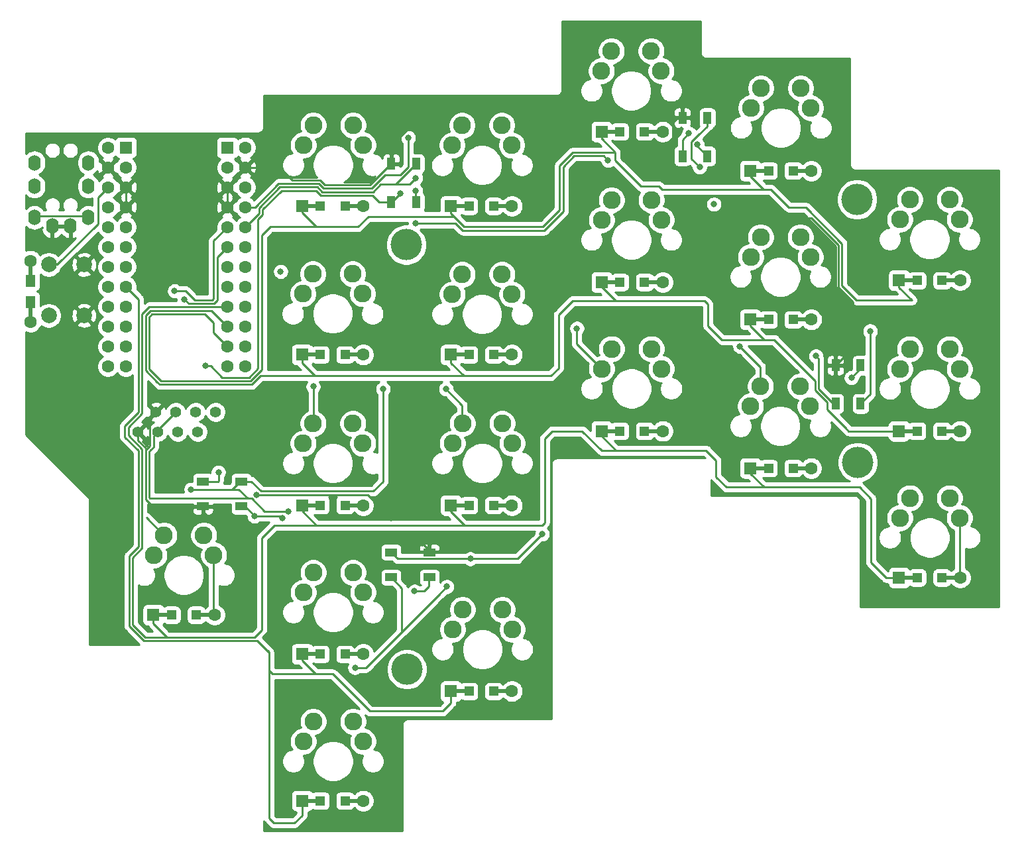
<source format=gbr>
%TF.GenerationSoftware,KiCad,Pcbnew,5.1.10*%
%TF.CreationDate,2021-06-14T18:04:53+02:00*%
%TF.ProjectId,scattered-bat-pcb,73636174-7465-4726-9564-2d6261742d70,rev?*%
%TF.SameCoordinates,Original*%
%TF.FileFunction,Copper,L2,Bot*%
%TF.FilePolarity,Positive*%
%FSLAX46Y46*%
G04 Gerber Fmt 4.6, Leading zero omitted, Abs format (unit mm)*
G04 Created by KiCad (PCBNEW 5.1.10) date 2021-06-14 18:04:53*
%MOMM*%
%LPD*%
G01*
G04 APERTURE LIST*
%TA.AperFunction,ComponentPad*%
%ADD10C,1.600000*%
%TD*%
%TA.AperFunction,ComponentPad*%
%ADD11R,1.600000X1.600000*%
%TD*%
%TA.AperFunction,ComponentPad*%
%ADD12C,1.397000*%
%TD*%
%TA.AperFunction,ComponentPad*%
%ADD13C,2.286000*%
%TD*%
%TA.AperFunction,SMDPad,CuDef*%
%ADD14R,0.500000X2.900000*%
%TD*%
%TA.AperFunction,SMDPad,CuDef*%
%ADD15R,1.200000X1.500000*%
%TD*%
%TA.AperFunction,SMDPad,CuDef*%
%ADD16R,1.000000X1.500000*%
%TD*%
%TA.AperFunction,ComponentPad*%
%ADD17C,0.500000*%
%TD*%
%TA.AperFunction,ComponentPad*%
%ADD18C,4.000000*%
%TD*%
%TA.AperFunction,ComponentPad*%
%ADD19C,2.000000*%
%TD*%
%TA.AperFunction,SMDPad,CuDef*%
%ADD20R,1.200000X1.200000*%
%TD*%
%TA.AperFunction,SMDPad,CuDef*%
%ADD21R,2.500000X0.500000*%
%TD*%
%TA.AperFunction,SMDPad,CuDef*%
%ADD22R,1.500000X1.000000*%
%TD*%
%TA.AperFunction,ComponentPad*%
%ADD23O,1.600000X2.000000*%
%TD*%
%TA.AperFunction,ViaPad*%
%ADD24C,0.800000*%
%TD*%
%TA.AperFunction,Conductor*%
%ADD25C,0.250000*%
%TD*%
%TA.AperFunction,Conductor*%
%ADD26C,0.254000*%
%TD*%
%TA.AperFunction,Conductor*%
%ADD27C,0.100000*%
%TD*%
G04 APERTURE END LIST*
D10*
%TO.P,U1,24*%
%TO.N,Net-(U1-Pad24)*%
X69340000Y-55020000D03*
%TO.P,U1,23*%
%TO.N,GND*%
X69340000Y-57560000D03*
%TO.P,U1,22*%
%TO.N,RST*%
X69340000Y-60100000D03*
%TO.P,U1,21*%
%TO.N,+5V*%
X69340000Y-62640000D03*
%TO.P,U1,20*%
%TO.N,ledin*%
X69340000Y-65180000D03*
%TO.P,U1,19*%
%TO.N,Col0*%
X69340000Y-67720000D03*
%TO.P,U1,18*%
%TO.N,Col1*%
X69340000Y-70260000D03*
%TO.P,U1,17*%
%TO.N,Col2*%
X69340000Y-72800000D03*
%TO.P,U1,16*%
%TO.N,Col3*%
X69340000Y-75340000D03*
%TO.P,U1,15*%
%TO.N,Col4*%
X69340000Y-77880000D03*
%TO.P,U1,14*%
%TO.N,Col5*%
X69340000Y-80420000D03*
%TO.P,U1,13*%
%TO.N,Col6*%
X69340000Y-82960000D03*
%TO.P,U1,12*%
%TO.N,Net-(U1-Pad12)*%
X54100000Y-82960000D03*
%TO.P,U1,11*%
%TO.N,Row0*%
X54100000Y-80420000D03*
%TO.P,U1,10*%
%TO.N,Row1*%
X54100000Y-77880000D03*
%TO.P,U1,9*%
%TO.N,Row2*%
X54100000Y-75340000D03*
%TO.P,U1,8*%
%TO.N,Row3*%
X54100000Y-72800000D03*
%TO.P,U1,7*%
%TO.N,Row4*%
X54100000Y-70260000D03*
%TO.P,U1,6*%
%TO.N,SDA-OLED*%
X54100000Y-67720000D03*
%TO.P,U1,5*%
%TO.N,SCL-OLED*%
X54100000Y-65180000D03*
%TO.P,U1,4*%
%TO.N,GND*%
X54100000Y-62640000D03*
%TO.P,U1,3*%
X54100000Y-60100000D03*
%TO.P,U1,2*%
%TO.N,TRRS1*%
X54100000Y-57560000D03*
D11*
%TO.P,U1,1*%
%TO.N,Net-(U1-Pad1)*%
X54100000Y-55020000D03*
%TD*%
D12*
%TO.P,Brd1,4*%
%TO.N,SDA-OLED*%
X63260000Y-91360000D03*
%TO.P,Brd1,3*%
%TO.N,SCL-OLED*%
X60720000Y-91360000D03*
%TO.P,Brd1,2*%
%TO.N,+5V*%
X58180000Y-91360000D03*
%TO.P,Brd1,1*%
%TO.N,GND*%
X55640000Y-91360000D03*
%TD*%
D13*
%TO.P,K17,1*%
%TO.N,Col5*%
X76690000Y-73710000D03*
%TO.P,K17,2*%
%TO.N,Net-(D17-Pad2)*%
X83040000Y-71170000D03*
%TO.P,K17,1*%
%TO.N,Col5*%
X77960000Y-71170000D03*
%TO.P,K17,2*%
%TO.N,Net-(D17-Pad2)*%
X84310000Y-73710000D03*
%TD*%
D11*
%TO.P,U1,1*%
%TO.N,Net-(U1-Pad1)*%
X67030000Y-55040000D03*
D10*
%TO.P,U1,2*%
%TO.N,TRRS1*%
X67030000Y-57580000D03*
%TO.P,U1,3*%
%TO.N,GND*%
X67030000Y-60120000D03*
%TO.P,U1,4*%
X67030000Y-62660000D03*
%TO.P,U1,5*%
%TO.N,SCL-OLED*%
X67030000Y-65200000D03*
%TO.P,U1,6*%
%TO.N,SDA-OLED*%
X67030000Y-67740000D03*
%TO.P,U1,7*%
%TO.N,Row4*%
X67030000Y-70280000D03*
%TO.P,U1,8*%
%TO.N,Row3*%
X67030000Y-72820000D03*
%TO.P,U1,9*%
%TO.N,Row2*%
X67030000Y-75360000D03*
%TO.P,U1,10*%
%TO.N,Row1*%
X67030000Y-77900000D03*
%TO.P,U1,11*%
%TO.N,Row0*%
X67030000Y-80440000D03*
%TO.P,U1,12*%
%TO.N,Net-(U1-Pad12)*%
X67030000Y-82980000D03*
%TO.P,U1,13*%
%TO.N,Col6*%
X51790000Y-82980000D03*
%TO.P,U1,14*%
%TO.N,Col5*%
X51790000Y-80440000D03*
%TO.P,U1,15*%
%TO.N,Col4*%
X51790000Y-77900000D03*
%TO.P,U1,16*%
%TO.N,Col3*%
X51790000Y-75360000D03*
%TO.P,U1,17*%
%TO.N,Col2*%
X51790000Y-72820000D03*
%TO.P,U1,18*%
%TO.N,Col1*%
X51790000Y-70280000D03*
%TO.P,U1,19*%
%TO.N,Col0*%
X51790000Y-67740000D03*
%TO.P,U1,20*%
%TO.N,ledin*%
X51790000Y-65200000D03*
%TO.P,U1,21*%
%TO.N,+5V*%
X51790000Y-62660000D03*
%TO.P,U1,22*%
%TO.N,RST*%
X51790000Y-60120000D03*
%TO.P,U1,23*%
%TO.N,GND*%
X51790000Y-57580000D03*
%TO.P,U1,24*%
%TO.N,Net-(U1-Pad24)*%
X51790000Y-55040000D03*
%TD*%
%TO.P,R1,1*%
%TO.N,+5V*%
X41920000Y-69490000D03*
%TO.P,R1,2*%
%TO.N,RST*%
X41920000Y-77290000D03*
D14*
%TO.P,R1,1*%
%TO.N,+5V*%
X41920000Y-70890000D03*
D15*
X41920000Y-72040000D03*
%TO.P,R1,2*%
%TO.N,RST*%
X41920000Y-74740000D03*
D14*
X41920000Y-75890000D03*
%TD*%
D16*
%TO.P,D38,3*%
%TO.N,GND*%
X144740000Y-82850000D03*
%TO.P,D38,4*%
%TO.N,Net-(D37-Pad2)*%
X147940000Y-82850000D03*
%TO.P,D38,2*%
%TO.N,Net-(D38-Pad2)*%
X144740000Y-87750000D03*
%TO.P,D38,1*%
%TO.N,+5V*%
X147940000Y-87750000D03*
%TD*%
D17*
%TO.P,3,1*%
%TO.N,N/C*%
X91030000Y-120650000D03*
X88910000Y-120650000D03*
X88910000Y-122770000D03*
X91030000Y-122770000D03*
X89970000Y-120210000D03*
X89970000Y-123210000D03*
X88470000Y-121710000D03*
X91470000Y-121710000D03*
D18*
X89970000Y-121710000D03*
%TD*%
D17*
%TO.P,5,1*%
%TO.N,N/C*%
X148550000Y-60590000D03*
X146430000Y-60590000D03*
X146430000Y-62710000D03*
X148550000Y-62710000D03*
X147490000Y-60150000D03*
X147490000Y-63150000D03*
X145990000Y-61650000D03*
X148990000Y-61650000D03*
D18*
X147490000Y-61650000D03*
%TD*%
D13*
%TO.P,K14,1*%
%TO.N,Col4*%
X95790000Y-92830000D03*
%TO.P,K14,2*%
%TO.N,Net-(D14-Pad2)*%
X102140000Y-90290000D03*
%TO.P,K14,1*%
%TO.N,Col4*%
X97060000Y-90290000D03*
%TO.P,K14,2*%
%TO.N,Net-(D14-Pad2)*%
X103410000Y-92830000D03*
%TD*%
D17*
%TO.P,6,1*%
%TO.N,N/C*%
X90970000Y-66390000D03*
X88850000Y-66390000D03*
X88850000Y-68510000D03*
X90970000Y-68510000D03*
X89910000Y-65950000D03*
X89910000Y-68950000D03*
X88410000Y-67450000D03*
X91410000Y-67450000D03*
D18*
X89910000Y-67450000D03*
%TD*%
D19*
%TO.P,K00,2*%
%TO.N,RST*%
X44230000Y-69990000D03*
%TO.P,K00,1*%
%TO.N,GND*%
X48730000Y-69990000D03*
%TO.P,K00,2*%
%TO.N,RST*%
X44230000Y-76490000D03*
%TO.P,K00,1*%
%TO.N,GND*%
X48730000Y-76490000D03*
%TD*%
D17*
%TO.P,4,1*%
%TO.N,N/C*%
X148640000Y-94180000D03*
X146520000Y-94180000D03*
X146520000Y-96300000D03*
X148640000Y-96300000D03*
X147580000Y-93740000D03*
X147580000Y-96740000D03*
X146080000Y-95240000D03*
X149080000Y-95240000D03*
D18*
X147580000Y-95240000D03*
%TD*%
D20*
%TO.P,D23,2*%
%TO.N,Net-(D23-Pad2)*%
X63075000Y-114750000D03*
%TO.P,D23,1*%
%TO.N,Row2*%
X59925000Y-114750000D03*
D11*
X57600000Y-114750000D03*
D10*
%TO.P,D23,2*%
%TO.N,Net-(D23-Pad2)*%
X65400000Y-114750000D03*
D21*
%TO.P,D23,1*%
%TO.N,Row2*%
X58800000Y-114750000D03*
%TO.P,D23,2*%
%TO.N,Net-(D23-Pad2)*%
X64200000Y-114750000D03*
%TD*%
D20*
%TO.P,D17,2*%
%TO.N,Net-(D17-Pad2)*%
X82075000Y-81490000D03*
%TO.P,D17,1*%
%TO.N,Row1*%
X78925000Y-81490000D03*
D11*
X76600000Y-81490000D03*
D10*
%TO.P,D17,2*%
%TO.N,Net-(D17-Pad2)*%
X84400000Y-81490000D03*
D21*
%TO.P,D17,1*%
%TO.N,Row1*%
X77800000Y-81490000D03*
%TO.P,D17,2*%
%TO.N,Net-(D17-Pad2)*%
X83200000Y-81490000D03*
%TD*%
D20*
%TO.P,D18,2*%
%TO.N,Net-(D18-Pad2)*%
X82075000Y-100750000D03*
%TO.P,D18,1*%
%TO.N,Row2*%
X78925000Y-100750000D03*
D11*
X76600000Y-100750000D03*
D10*
%TO.P,D18,2*%
%TO.N,Net-(D18-Pad2)*%
X84400000Y-100750000D03*
D21*
%TO.P,D18,1*%
%TO.N,Row2*%
X77800000Y-100750000D03*
%TO.P,D18,2*%
%TO.N,Net-(D18-Pad2)*%
X83200000Y-100750000D03*
%TD*%
D20*
%TO.P,D19,2*%
%TO.N,Net-(D19-Pad2)*%
X82075000Y-119750000D03*
%TO.P,D19,1*%
%TO.N,Row3*%
X78925000Y-119750000D03*
D11*
X76600000Y-119750000D03*
D10*
%TO.P,D19,2*%
%TO.N,Net-(D19-Pad2)*%
X84400000Y-119750000D03*
D21*
%TO.P,D19,1*%
%TO.N,Row3*%
X77800000Y-119750000D03*
%TO.P,D19,2*%
%TO.N,Net-(D19-Pad2)*%
X83200000Y-119750000D03*
%TD*%
D20*
%TO.P,D20,2*%
%TO.N,Net-(D20-Pad2)*%
X82075000Y-138500000D03*
%TO.P,D20,1*%
%TO.N,Row3*%
X78925000Y-138500000D03*
D11*
X76600000Y-138500000D03*
D10*
%TO.P,D20,2*%
%TO.N,Net-(D20-Pad2)*%
X84400000Y-138500000D03*
D21*
%TO.P,D20,1*%
%TO.N,Row3*%
X77800000Y-138500000D03*
%TO.P,D20,2*%
%TO.N,Net-(D20-Pad2)*%
X83200000Y-138500000D03*
%TD*%
D20*
%TO.P,D13,2*%
%TO.N,Net-(D13-Pad2)*%
X101075000Y-81500000D03*
%TO.P,D13,1*%
%TO.N,Row1*%
X97925000Y-81500000D03*
D11*
X95600000Y-81500000D03*
D10*
%TO.P,D13,2*%
%TO.N,Net-(D13-Pad2)*%
X103400000Y-81500000D03*
D21*
%TO.P,D13,1*%
%TO.N,Row1*%
X96800000Y-81500000D03*
%TO.P,D13,2*%
%TO.N,Net-(D13-Pad2)*%
X102200000Y-81500000D03*
%TD*%
D20*
%TO.P,D14,2*%
%TO.N,Net-(D14-Pad2)*%
X101075000Y-100750000D03*
%TO.P,D14,1*%
%TO.N,Row2*%
X97925000Y-100750000D03*
D11*
X95600000Y-100750000D03*
D10*
%TO.P,D14,2*%
%TO.N,Net-(D14-Pad2)*%
X103400000Y-100750000D03*
D21*
%TO.P,D14,1*%
%TO.N,Row2*%
X96800000Y-100750000D03*
%TO.P,D14,2*%
%TO.N,Net-(D14-Pad2)*%
X102200000Y-100750000D03*
%TD*%
D20*
%TO.P,D15,2*%
%TO.N,Net-(D15-Pad2)*%
X101075000Y-124500000D03*
%TO.P,D15,1*%
%TO.N,Row3*%
X97925000Y-124500000D03*
D11*
X95600000Y-124500000D03*
D10*
%TO.P,D15,2*%
%TO.N,Net-(D15-Pad2)*%
X103400000Y-124500000D03*
D21*
%TO.P,D15,1*%
%TO.N,Row3*%
X96800000Y-124500000D03*
%TO.P,D15,2*%
%TO.N,Net-(D15-Pad2)*%
X102200000Y-124500000D03*
%TD*%
D20*
%TO.P,D10,2*%
%TO.N,Net-(D10-Pad2)*%
X120335000Y-72230000D03*
%TO.P,D10,1*%
%TO.N,Row1*%
X117185000Y-72230000D03*
D11*
X114860000Y-72230000D03*
D10*
%TO.P,D10,2*%
%TO.N,Net-(D10-Pad2)*%
X122660000Y-72230000D03*
D21*
%TO.P,D10,1*%
%TO.N,Row1*%
X116060000Y-72230000D03*
%TO.P,D10,2*%
%TO.N,Net-(D10-Pad2)*%
X121460000Y-72230000D03*
%TD*%
D20*
%TO.P,D11,2*%
%TO.N,Net-(D11-Pad2)*%
X120325000Y-91250000D03*
%TO.P,D11,1*%
%TO.N,Row2*%
X117175000Y-91250000D03*
D11*
X114850000Y-91250000D03*
D10*
%TO.P,D11,2*%
%TO.N,Net-(D11-Pad2)*%
X122650000Y-91250000D03*
D21*
%TO.P,D11,1*%
%TO.N,Row2*%
X116050000Y-91250000D03*
%TO.P,D11,2*%
%TO.N,Net-(D11-Pad2)*%
X121450000Y-91250000D03*
%TD*%
D20*
%TO.P,D8,2*%
%TO.N,Net-(D8-Pad2)*%
X139325000Y-96000000D03*
%TO.P,D8,1*%
%TO.N,Row2*%
X136175000Y-96000000D03*
D11*
X133850000Y-96000000D03*
D10*
%TO.P,D8,2*%
%TO.N,Net-(D8-Pad2)*%
X141650000Y-96000000D03*
D21*
%TO.P,D8,1*%
%TO.N,Row2*%
X135050000Y-96000000D03*
%TO.P,D8,2*%
%TO.N,Net-(D8-Pad2)*%
X140450000Y-96000000D03*
%TD*%
D20*
%TO.P,D7,2*%
%TO.N,Net-(D7-Pad2)*%
X139335000Y-77010000D03*
%TO.P,D7,1*%
%TO.N,Row1*%
X136185000Y-77010000D03*
D11*
X133860000Y-77010000D03*
D10*
%TO.P,D7,2*%
%TO.N,Net-(D7-Pad2)*%
X141660000Y-77010000D03*
D21*
%TO.P,D7,1*%
%TO.N,Row1*%
X135060000Y-77010000D03*
%TO.P,D7,2*%
%TO.N,Net-(D7-Pad2)*%
X140460000Y-77010000D03*
%TD*%
D20*
%TO.P,D4,2*%
%TO.N,Net-(D4-Pad2)*%
X158315000Y-91250000D03*
%TO.P,D4,1*%
%TO.N,Row1*%
X155165000Y-91250000D03*
D11*
X152840000Y-91250000D03*
D10*
%TO.P,D4,2*%
%TO.N,Net-(D4-Pad2)*%
X160640000Y-91250000D03*
D21*
%TO.P,D4,1*%
%TO.N,Row1*%
X154040000Y-91250000D03*
%TO.P,D4,2*%
%TO.N,Net-(D4-Pad2)*%
X159440000Y-91250000D03*
%TD*%
D20*
%TO.P,D5,2*%
%TO.N,Net-(D5-Pad2)*%
X158325000Y-109990000D03*
%TO.P,D5,1*%
%TO.N,Row2*%
X155175000Y-109990000D03*
D11*
X152850000Y-109990000D03*
D10*
%TO.P,D5,2*%
%TO.N,Net-(D5-Pad2)*%
X160650000Y-109990000D03*
D21*
%TO.P,D5,1*%
%TO.N,Row2*%
X154050000Y-109990000D03*
%TO.P,D5,2*%
%TO.N,Net-(D5-Pad2)*%
X159450000Y-109990000D03*
%TD*%
D20*
%TO.P,D3,2*%
%TO.N,Net-(D3-Pad2)*%
X158325000Y-72000000D03*
%TO.P,D3,1*%
%TO.N,Row0*%
X155175000Y-72000000D03*
D11*
X152850000Y-72000000D03*
D10*
%TO.P,D3,2*%
%TO.N,Net-(D3-Pad2)*%
X160650000Y-72000000D03*
D21*
%TO.P,D3,1*%
%TO.N,Row0*%
X154050000Y-72000000D03*
%TO.P,D3,2*%
%TO.N,Net-(D3-Pad2)*%
X159450000Y-72000000D03*
%TD*%
D20*
%TO.P,D6,2*%
%TO.N,Net-(D6-Pad2)*%
X139325000Y-58000000D03*
%TO.P,D6,1*%
%TO.N,Row0*%
X136175000Y-58000000D03*
D11*
X133850000Y-58000000D03*
D10*
%TO.P,D6,2*%
%TO.N,Net-(D6-Pad2)*%
X141650000Y-58000000D03*
D21*
%TO.P,D6,1*%
%TO.N,Row0*%
X135050000Y-58000000D03*
%TO.P,D6,2*%
%TO.N,Net-(D6-Pad2)*%
X140450000Y-58000000D03*
%TD*%
D20*
%TO.P,D9,2*%
%TO.N,Net-(D9-Pad2)*%
X120325000Y-53000000D03*
%TO.P,D9,1*%
%TO.N,Row0*%
X117175000Y-53000000D03*
D11*
X114850000Y-53000000D03*
D10*
%TO.P,D9,2*%
%TO.N,Net-(D9-Pad2)*%
X122650000Y-53000000D03*
D21*
%TO.P,D9,1*%
%TO.N,Row0*%
X116050000Y-53000000D03*
%TO.P,D9,2*%
%TO.N,Net-(D9-Pad2)*%
X121450000Y-53000000D03*
%TD*%
D20*
%TO.P,D12,2*%
%TO.N,Net-(D12-Pad2)*%
X101075000Y-62500000D03*
%TO.P,D12,1*%
%TO.N,Row0*%
X97925000Y-62500000D03*
D11*
X95600000Y-62500000D03*
D10*
%TO.P,D12,2*%
%TO.N,Net-(D12-Pad2)*%
X103400000Y-62500000D03*
D21*
%TO.P,D12,1*%
%TO.N,Row0*%
X96800000Y-62500000D03*
%TO.P,D12,2*%
%TO.N,Net-(D12-Pad2)*%
X102200000Y-62500000D03*
%TD*%
D20*
%TO.P,D16,2*%
%TO.N,Net-(D16-Pad2)*%
X82075000Y-62510000D03*
%TO.P,D16,1*%
%TO.N,Row0*%
X78925000Y-62510000D03*
D11*
X76600000Y-62510000D03*
D10*
%TO.P,D16,2*%
%TO.N,Net-(D16-Pad2)*%
X84400000Y-62510000D03*
D21*
%TO.P,D16,1*%
%TO.N,Row0*%
X77800000Y-62510000D03*
%TO.P,D16,2*%
%TO.N,Net-(D16-Pad2)*%
X83200000Y-62510000D03*
%TD*%
D13*
%TO.P,K5,1*%
%TO.N,Col1*%
X152950000Y-102340000D03*
%TO.P,K5,2*%
%TO.N,Net-(D5-Pad2)*%
X159300000Y-99800000D03*
%TO.P,K5,1*%
%TO.N,Col1*%
X154220000Y-99800000D03*
%TO.P,K5,2*%
%TO.N,Net-(D5-Pad2)*%
X160570000Y-102340000D03*
%TD*%
%TO.P,K8,1*%
%TO.N,Col2*%
X133880000Y-88070000D03*
%TO.P,K8,2*%
%TO.N,Net-(D8-Pad2)*%
X140230000Y-85530000D03*
%TO.P,K8,1*%
%TO.N,Col2*%
X135150000Y-85530000D03*
%TO.P,K8,2*%
%TO.N,Net-(D8-Pad2)*%
X141500000Y-88070000D03*
%TD*%
D16*
%TO.P,D39,3*%
%TO.N,GND*%
X125170000Y-51220000D03*
%TO.P,D39,4*%
%TO.N,Net-(D38-Pad2)*%
X128370000Y-51220000D03*
%TO.P,D39,2*%
%TO.N,Net-(D39-Pad2)*%
X125170000Y-56120000D03*
%TO.P,D39,1*%
%TO.N,+5V*%
X128370000Y-56120000D03*
%TD*%
D22*
%TO.P,D37,3*%
%TO.N,GND*%
X92860000Y-106750000D03*
%TO.P,D37,4*%
%TO.N,Net-(D36-Pad2)*%
X92860000Y-109950000D03*
%TO.P,D37,2*%
%TO.N,Net-(D37-Pad2)*%
X87960000Y-106750000D03*
%TO.P,D37,1*%
%TO.N,+5V*%
X87960000Y-109950000D03*
%TD*%
%TO.P,D36,3*%
%TO.N,GND*%
X63930000Y-100890000D03*
%TO.P,D36,4*%
%TO.N,Net-(D35-Pad2)*%
X63930000Y-97690000D03*
%TO.P,D36,2*%
%TO.N,Net-(D36-Pad2)*%
X68830000Y-100890000D03*
%TO.P,D36,1*%
%TO.N,+5V*%
X68830000Y-97690000D03*
%TD*%
D16*
%TO.P,D35,3*%
%TO.N,GND*%
X87980000Y-57100000D03*
%TO.P,D35,4*%
%TO.N,ledin*%
X91180000Y-57100000D03*
%TO.P,D35,2*%
%TO.N,Net-(D35-Pad2)*%
X87980000Y-62000000D03*
%TO.P,D35,1*%
%TO.N,+5V*%
X91180000Y-62000000D03*
%TD*%
D13*
%TO.P,K4,1*%
%TO.N,Col1*%
X152950000Y-83300000D03*
%TO.P,K4,2*%
%TO.N,Net-(D4-Pad2)*%
X159300000Y-80760000D03*
%TO.P,K4,1*%
%TO.N,Col1*%
X154220000Y-80760000D03*
%TO.P,K4,2*%
%TO.N,Net-(D4-Pad2)*%
X160570000Y-83300000D03*
%TD*%
D23*
%TO.P,U2,1*%
%TO.N,GND*%
X47000000Y-65070000D03*
%TO.P,U2,2*%
%TO.N,+5V*%
X42400000Y-63970000D03*
%TO.P,U2,4*%
%TO.N,Net-(U2-Pad4)*%
X42400000Y-56970000D03*
%TO.P,U2,3*%
%TO.N,TRRS1*%
X42400000Y-59970000D03*
%TD*%
%TO.P,U2,3*%
%TO.N,TRRS1*%
X49290000Y-59970000D03*
%TO.P,U2,4*%
%TO.N,Net-(U2-Pad4)*%
X49290000Y-56970000D03*
%TO.P,U2,2*%
%TO.N,+5V*%
X49290000Y-63970000D03*
%TO.P,U2,1*%
%TO.N,GND*%
X44690000Y-65070000D03*
%TD*%
D13*
%TO.P,K23,1*%
%TO.N,Col6*%
X57680000Y-107110000D03*
%TO.P,K23,2*%
%TO.N,Net-(D23-Pad2)*%
X64030000Y-104570000D03*
%TO.P,K23,1*%
%TO.N,Col6*%
X58950000Y-104570000D03*
%TO.P,K23,2*%
%TO.N,Net-(D23-Pad2)*%
X65300000Y-107110000D03*
%TD*%
%TO.P,K20,1*%
%TO.N,Col5*%
X76740000Y-130910000D03*
%TO.P,K20,2*%
%TO.N,Net-(D20-Pad2)*%
X83090000Y-128370000D03*
%TO.P,K20,1*%
%TO.N,Col5*%
X78010000Y-128370000D03*
%TO.P,K20,2*%
%TO.N,Net-(D20-Pad2)*%
X84360000Y-130910000D03*
%TD*%
%TO.P,K19,1*%
%TO.N,Col4*%
X76740000Y-111880000D03*
%TO.P,K19,2*%
%TO.N,Net-(D19-Pad2)*%
X83090000Y-109340000D03*
%TO.P,K19,1*%
%TO.N,Col4*%
X78010000Y-109340000D03*
%TO.P,K19,2*%
%TO.N,Net-(D19-Pad2)*%
X84360000Y-111880000D03*
%TD*%
%TO.P,K18,1*%
%TO.N,Col5*%
X76730000Y-92840000D03*
%TO.P,K18,2*%
%TO.N,Net-(D18-Pad2)*%
X83080000Y-90300000D03*
%TO.P,K18,1*%
%TO.N,Col5*%
X78000000Y-90300000D03*
%TO.P,K18,2*%
%TO.N,Net-(D18-Pad2)*%
X84350000Y-92840000D03*
%TD*%
%TO.P,K16,1*%
%TO.N,Col5*%
X76740000Y-54710000D03*
%TO.P,K16,2*%
%TO.N,Net-(D16-Pad2)*%
X83090000Y-52170000D03*
%TO.P,K16,1*%
%TO.N,Col5*%
X78010000Y-52170000D03*
%TO.P,K16,2*%
%TO.N,Net-(D16-Pad2)*%
X84360000Y-54710000D03*
%TD*%
%TO.P,K15,1*%
%TO.N,Col3*%
X95810000Y-116610000D03*
%TO.P,K15,2*%
%TO.N,Net-(D15-Pad2)*%
X102160000Y-114070000D03*
%TO.P,K15,1*%
%TO.N,Col3*%
X97080000Y-114070000D03*
%TO.P,K15,2*%
%TO.N,Net-(D15-Pad2)*%
X103430000Y-116610000D03*
%TD*%
%TO.P,K13,1*%
%TO.N,Col4*%
X95780000Y-73780000D03*
%TO.P,K13,2*%
%TO.N,Net-(D13-Pad2)*%
X102130000Y-71240000D03*
%TO.P,K13,1*%
%TO.N,Col4*%
X97050000Y-71240000D03*
%TO.P,K13,2*%
%TO.N,Net-(D13-Pad2)*%
X103400000Y-73780000D03*
%TD*%
%TO.P,K12,1*%
%TO.N,Col4*%
X95770000Y-54740000D03*
%TO.P,K12,2*%
%TO.N,Net-(D12-Pad2)*%
X102120000Y-52200000D03*
%TO.P,K12,1*%
%TO.N,Col4*%
X97040000Y-52200000D03*
%TO.P,K12,2*%
%TO.N,Net-(D12-Pad2)*%
X103390000Y-54740000D03*
%TD*%
%TO.P,K11,1*%
%TO.N,Col3*%
X114850000Y-83290000D03*
%TO.P,K11,2*%
%TO.N,Net-(D11-Pad2)*%
X121200000Y-80750000D03*
%TO.P,K11,1*%
%TO.N,Col3*%
X116120000Y-80750000D03*
%TO.P,K11,2*%
%TO.N,Net-(D11-Pad2)*%
X122470000Y-83290000D03*
%TD*%
%TO.P,K10,1*%
%TO.N,Col3*%
X114840000Y-64270000D03*
%TO.P,K10,2*%
%TO.N,Net-(D10-Pad2)*%
X121190000Y-61730000D03*
%TO.P,K10,1*%
%TO.N,Col3*%
X116110000Y-61730000D03*
%TO.P,K10,2*%
%TO.N,Net-(D10-Pad2)*%
X122460000Y-64270000D03*
%TD*%
%TO.P,K9,1*%
%TO.N,Col3*%
X114830000Y-45220000D03*
%TO.P,K9,2*%
%TO.N,Net-(D9-Pad2)*%
X121180000Y-42680000D03*
%TO.P,K9,1*%
%TO.N,Col3*%
X116100000Y-42680000D03*
%TO.P,K9,2*%
%TO.N,Net-(D9-Pad2)*%
X122450000Y-45220000D03*
%TD*%
%TO.P,K7,1*%
%TO.N,Col2*%
X133890000Y-69000000D03*
%TO.P,K7,2*%
%TO.N,Net-(D7-Pad2)*%
X140240000Y-66460000D03*
%TO.P,K7,1*%
%TO.N,Col2*%
X135160000Y-66460000D03*
%TO.P,K7,2*%
%TO.N,Net-(D7-Pad2)*%
X141510000Y-69000000D03*
%TD*%
%TO.P,K6,1*%
%TO.N,Col2*%
X133940000Y-49960000D03*
%TO.P,K6,2*%
%TO.N,Net-(D6-Pad2)*%
X140290000Y-47420000D03*
%TO.P,K6,1*%
%TO.N,Col2*%
X135210000Y-47420000D03*
%TO.P,K6,2*%
%TO.N,Net-(D6-Pad2)*%
X141560000Y-49960000D03*
%TD*%
%TO.P,K3,1*%
%TO.N,Col1*%
X152940000Y-64210000D03*
%TO.P,K3,2*%
%TO.N,Net-(D3-Pad2)*%
X159290000Y-61670000D03*
%TO.P,K3,1*%
%TO.N,Col1*%
X154210000Y-61670000D03*
%TO.P,K3,2*%
%TO.N,Net-(D3-Pad2)*%
X160560000Y-64210000D03*
%TD*%
D10*
%TO.P,D23,2*%
%TO.N,Net-(D23-Pad2)*%
X65400000Y-114750000D03*
D11*
%TO.P,D23,1*%
%TO.N,Row2*%
X57600000Y-114750000D03*
%TD*%
D10*
%TO.P,D20,2*%
%TO.N,Net-(D20-Pad2)*%
X84400000Y-138500000D03*
D11*
%TO.P,D20,1*%
%TO.N,Row3*%
X76600000Y-138500000D03*
%TD*%
D10*
%TO.P,D19,2*%
%TO.N,Net-(D19-Pad2)*%
X84400000Y-119750000D03*
D11*
%TO.P,D19,1*%
%TO.N,Row3*%
X76600000Y-119750000D03*
%TD*%
D10*
%TO.P,D18,2*%
%TO.N,Net-(D18-Pad2)*%
X84400000Y-100750000D03*
D11*
%TO.P,D18,1*%
%TO.N,Row2*%
X76600000Y-100750000D03*
%TD*%
D10*
%TO.P,D17,2*%
%TO.N,Net-(D17-Pad2)*%
X84400000Y-81500000D03*
D11*
%TO.P,D17,1*%
%TO.N,Row1*%
X76600000Y-81500000D03*
%TD*%
D10*
%TO.P,D16,2*%
%TO.N,Net-(D16-Pad2)*%
X84400000Y-62500000D03*
D11*
%TO.P,D16,1*%
%TO.N,Row0*%
X76600000Y-62500000D03*
%TD*%
D10*
%TO.P,D15,2*%
%TO.N,Net-(D15-Pad2)*%
X103400000Y-124500000D03*
D11*
%TO.P,D15,1*%
%TO.N,Row3*%
X95600000Y-124500000D03*
%TD*%
D10*
%TO.P,D14,2*%
%TO.N,Net-(D14-Pad2)*%
X103400000Y-100750000D03*
D11*
%TO.P,D14,1*%
%TO.N,Row2*%
X95600000Y-100750000D03*
%TD*%
D10*
%TO.P,D13,2*%
%TO.N,Net-(D13-Pad2)*%
X103400000Y-81500000D03*
D11*
%TO.P,D13,1*%
%TO.N,Row1*%
X95600000Y-81500000D03*
%TD*%
D10*
%TO.P,D12,2*%
%TO.N,Net-(D12-Pad2)*%
X103400000Y-62500000D03*
D11*
%TO.P,D12,1*%
%TO.N,Row0*%
X95600000Y-62500000D03*
%TD*%
D10*
%TO.P,D11,2*%
%TO.N,Net-(D11-Pad2)*%
X122650000Y-91250000D03*
D11*
%TO.P,D11,1*%
%TO.N,Row2*%
X114850000Y-91250000D03*
%TD*%
D10*
%TO.P,D10,2*%
%TO.N,Net-(D10-Pad2)*%
X122650000Y-72230000D03*
D11*
%TO.P,D10,1*%
%TO.N,Row1*%
X114850000Y-72230000D03*
%TD*%
D10*
%TO.P,D9,2*%
%TO.N,Net-(D9-Pad2)*%
X122650000Y-53000000D03*
D11*
%TO.P,D9,1*%
%TO.N,Row0*%
X114850000Y-53000000D03*
%TD*%
D10*
%TO.P,D8,2*%
%TO.N,Net-(D8-Pad2)*%
X141650000Y-96000000D03*
D11*
%TO.P,D8,1*%
%TO.N,Row2*%
X133850000Y-96000000D03*
%TD*%
D10*
%TO.P,D7,2*%
%TO.N,Net-(D7-Pad2)*%
X141650000Y-77000000D03*
D11*
%TO.P,D7,1*%
%TO.N,Row1*%
X133850000Y-77000000D03*
%TD*%
D10*
%TO.P,D6,2*%
%TO.N,Net-(D6-Pad2)*%
X141650000Y-58000000D03*
D11*
%TO.P,D6,1*%
%TO.N,Row0*%
X133850000Y-58000000D03*
%TD*%
D10*
%TO.P,D5,2*%
%TO.N,Net-(D5-Pad2)*%
X160650000Y-110000000D03*
D11*
%TO.P,D5,1*%
%TO.N,Row2*%
X152850000Y-110000000D03*
%TD*%
D10*
%TO.P,D4,2*%
%TO.N,Net-(D4-Pad2)*%
X160650000Y-91250000D03*
D11*
%TO.P,D4,1*%
%TO.N,Row1*%
X152850000Y-91250000D03*
%TD*%
D10*
%TO.P,D3,2*%
%TO.N,Net-(D3-Pad2)*%
X160650000Y-72000000D03*
D11*
%TO.P,D3,1*%
%TO.N,Row0*%
X152850000Y-72000000D03*
%TD*%
D12*
%TO.P,Brd1,1*%
%TO.N,GND*%
X57930000Y-88820000D03*
%TO.P,Brd1,2*%
%TO.N,+5V*%
X60470000Y-88820000D03*
%TO.P,Brd1,3*%
%TO.N,SCL-OLED*%
X63010000Y-88820000D03*
%TO.P,Brd1,4*%
%TO.N,SDA-OLED*%
X65550000Y-88820000D03*
%TD*%
D24*
%TO.N,SDA-OLED*%
X61570000Y-74420000D03*
%TO.N,SCL-OLED*%
X60300000Y-73360000D03*
%TO.N,+5V*%
X74840000Y-101510000D03*
X83360000Y-121490000D03*
X95090000Y-111140000D03*
X115680000Y-56670000D03*
X127060000Y-54670000D03*
X149150000Y-78480000D03*
X90140000Y-53770000D03*
X91090000Y-60560000D03*
X91090000Y-64670000D03*
X86929999Y-85869999D03*
X62410000Y-98730000D03*
%TO.N,GND*%
X91936410Y-105593590D03*
X70750000Y-99400000D03*
X87980000Y-102350000D03*
X126230000Y-59360000D03*
X65900000Y-102040000D03*
X128730000Y-63510000D03*
X146125000Y-81465000D03*
X88010000Y-54760000D03*
%TO.N,Net-(D35-Pad2)*%
X65910000Y-96520000D03*
X89150000Y-60910000D03*
X64250000Y-82890000D03*
%TO.N,ledin*%
X91110000Y-58920000D03*
%TO.N,Net-(D37-Pad2)*%
X107260000Y-104430000D03*
X98084999Y-107575001D03*
X146770000Y-84440000D03*
%TO.N,Net-(D38-Pad2)*%
X127385000Y-57525000D03*
X129200000Y-62270000D03*
X142229990Y-81670010D03*
%TO.N,Net-(D39-Pad2)*%
X126010000Y-53210000D03*
%TO.N,Col2*%
X132520000Y-80430000D03*
%TO.N,Col3*%
X111690000Y-78130000D03*
%TO.N,Col4*%
X94970000Y-85890000D03*
%TO.N,Col5*%
X73850000Y-70870000D03*
X78010000Y-85570000D03*
%TO.N,Net-(D36-Pad2)*%
X74070000Y-102350000D03*
X90950000Y-111730000D03*
X70510000Y-102110000D03*
%TD*%
D25*
%TO.N,*%
X89520000Y-123120000D02*
X88710000Y-122310000D01*
%TO.N,SDA-OLED*%
X67030000Y-67740000D02*
X65740000Y-69030000D01*
X65740000Y-74520000D02*
X65310010Y-74949990D01*
X65740000Y-69030000D02*
X65740000Y-74520000D01*
X65310010Y-74949990D02*
X62099990Y-74949990D01*
X62099990Y-74949990D02*
X61570000Y-74420000D01*
X61570000Y-74420000D02*
X61570000Y-74420000D01*
%TO.N,SCL-OLED*%
X67030000Y-65200000D02*
X65289990Y-66940010D01*
X65289990Y-66940010D02*
X65289990Y-74333600D01*
X65289990Y-74333600D02*
X65123610Y-74499980D01*
X65123610Y-74499980D02*
X62869980Y-74499980D01*
X62869980Y-74499980D02*
X61730000Y-73360000D01*
X61730000Y-73360000D02*
X60300000Y-73360000D01*
X60300000Y-73360000D02*
X60300000Y-73360000D01*
%TO.N,+5V*%
X68505002Y-98730000D02*
X69635002Y-99860000D01*
X68310000Y-98730000D02*
X68505002Y-98730000D01*
X74840000Y-101510000D02*
X74840000Y-101510000D01*
X83360000Y-121490000D02*
X84740000Y-121490000D01*
X94020000Y-112210000D02*
X95090000Y-111140000D01*
X84740000Y-121490000D02*
X89325000Y-116905000D01*
X89325000Y-116905000D02*
X94020000Y-112210000D01*
X89325000Y-111315000D02*
X87960000Y-109950000D01*
X89325000Y-116905000D02*
X89325000Y-111315000D01*
X95090000Y-111140000D02*
X95090000Y-111140000D01*
X71786998Y-101510000D02*
X74840000Y-101510000D01*
X70136998Y-99860000D02*
X71786998Y-101510000D01*
X69635002Y-99860000D02*
X70136998Y-99860000D01*
X128370000Y-56120000D02*
X128450000Y-56120000D01*
X109950010Y-63206400D02*
X109950010Y-57486400D01*
X109950010Y-57486400D02*
X111346400Y-56090010D01*
X111346400Y-56090010D02*
X115100010Y-56090010D01*
X115100010Y-56090010D02*
X115680000Y-56670000D01*
X115680000Y-56670000D02*
X115680000Y-56670000D01*
X127060000Y-54810000D02*
X128370000Y-56120000D01*
X127060000Y-54670000D02*
X127060000Y-54810000D01*
X107556400Y-65600010D02*
X107653205Y-65503205D01*
X97103600Y-65600010D02*
X107556400Y-65600010D01*
X107653205Y-65503205D02*
X109950010Y-63206400D01*
X107556401Y-65600009D02*
X107653205Y-65503205D01*
X149150000Y-86540000D02*
X147940000Y-87750000D01*
X149150000Y-78480000D02*
X149150000Y-86540000D01*
X42625010Y-63744990D02*
X42400000Y-63970000D01*
X49064990Y-63744990D02*
X42625010Y-63744990D01*
X49290000Y-63970000D02*
X49064990Y-63744990D01*
X69340000Y-62640000D02*
X70570000Y-62640000D01*
X78723600Y-59630010D02*
X79333600Y-60240010D01*
X73579990Y-59630010D02*
X78723600Y-59630010D01*
X70570000Y-62640000D02*
X73579990Y-59630010D01*
X79333600Y-60240010D02*
X85476401Y-60240009D01*
X85476401Y-60240009D02*
X87176410Y-58540000D01*
X87176410Y-58540000D02*
X89103590Y-58540000D01*
X89103590Y-58540000D02*
X90140000Y-57503590D01*
X90140000Y-57503590D02*
X90140000Y-53770000D01*
X90140000Y-53770000D02*
X90140000Y-53770000D01*
X91090000Y-61910000D02*
X91180000Y-62000000D01*
X91090000Y-60560000D02*
X91090000Y-61910000D01*
X96173590Y-64670000D02*
X96926795Y-65423205D01*
X91090000Y-64670000D02*
X96173590Y-64670000D01*
X96926795Y-65423205D02*
X97103600Y-65600010D01*
X86929999Y-85869999D02*
X86929999Y-85869999D01*
X70090000Y-97690000D02*
X68830000Y-97690000D01*
X85700010Y-98949990D02*
X71349990Y-98949990D01*
X86929999Y-97720001D02*
X85700010Y-98949990D01*
X71349990Y-98949990D02*
X70090000Y-97690000D01*
X86929999Y-85869999D02*
X86929999Y-97720001D01*
X68670000Y-97690000D02*
X67630000Y-98730000D01*
X68830000Y-97690000D02*
X68670000Y-97690000D01*
X67630000Y-98730000D02*
X68310000Y-98730000D01*
X62410000Y-98730000D02*
X67630000Y-98730000D01*
X57170000Y-99860000D02*
X57060030Y-99750030D01*
X70136998Y-99860000D02*
X57170000Y-99860000D01*
X57060030Y-99750030D02*
X57060030Y-93876380D01*
X58180000Y-91110000D02*
X58180000Y-91360000D01*
X60470000Y-88820000D02*
X58180000Y-91110000D01*
X57606509Y-93329901D02*
X57263205Y-93673205D01*
X57606509Y-91973491D02*
X57606509Y-93329901D01*
X58180000Y-91400000D02*
X57606509Y-91973491D01*
X58180000Y-91360000D02*
X58180000Y-91400000D01*
X57060030Y-93876380D02*
X57263205Y-93673205D01*
%TO.N,GND*%
X70750000Y-99400000D02*
X85030000Y-99400000D01*
X85030000Y-99400000D02*
X87980000Y-102350000D01*
X92860000Y-106517180D02*
X91936410Y-105593590D01*
X92860000Y-106750000D02*
X92860000Y-106517180D01*
X87980000Y-102350000D02*
X87980000Y-102350000D01*
X70750000Y-99400000D02*
X70750000Y-99400000D01*
X126230000Y-59360000D02*
X126230000Y-59360000D01*
X63930000Y-100890000D02*
X63930000Y-101560000D01*
X64410000Y-102040000D02*
X65900000Y-102040000D01*
X63930000Y-101560000D02*
X64410000Y-102040000D01*
X125170000Y-51220000D02*
X124560000Y-51220000D01*
X124560000Y-51220000D02*
X123900000Y-51880000D01*
X123900000Y-57030000D02*
X126230000Y-59360000D01*
X123900000Y-51880000D02*
X123900000Y-57030000D01*
X129230000Y-64010000D02*
X128730000Y-63510000D01*
X128700000Y-63480000D02*
X128700000Y-63480000D01*
X128730000Y-63510000D02*
X128700000Y-63480000D01*
X129230000Y-64010000D02*
X141632820Y-64010000D01*
X145120020Y-67497200D02*
X145120021Y-72873611D01*
X141632820Y-64010000D02*
X145120020Y-67497200D01*
X145120021Y-72873611D02*
X147010000Y-74763590D01*
X147010000Y-80580000D02*
X146125000Y-81465000D01*
X147010000Y-74763590D02*
X147010000Y-80580000D01*
X146125000Y-81465000D02*
X144740000Y-82850000D01*
X69340000Y-57560000D02*
X73720000Y-57560000D01*
X73720000Y-57560000D02*
X75340000Y-59180000D01*
X75340000Y-59180000D02*
X78910000Y-59180000D01*
X78910000Y-59180000D02*
X79520000Y-59790000D01*
X85290000Y-59790000D02*
X87980000Y-57100000D01*
X79520000Y-59790000D02*
X85290000Y-59790000D01*
X87980000Y-57100000D02*
X87980000Y-54790000D01*
X87980000Y-54790000D02*
X88010000Y-54760000D01*
X122390000Y-50370000D02*
X123900000Y-51880000D01*
X92400000Y-50370000D02*
X122390000Y-50370000D01*
X88010000Y-54760000D02*
X92400000Y-50370000D01*
X63930000Y-100890000D02*
X57450020Y-100890000D01*
X57450020Y-100890000D02*
X56610020Y-100050000D01*
X56610020Y-100050000D02*
X56610020Y-93689980D01*
X56610020Y-93689980D02*
X57010000Y-93290000D01*
X57156499Y-93143501D02*
X56610020Y-93689980D01*
X57156499Y-89593501D02*
X57156499Y-93143501D01*
X57930000Y-88820000D02*
X57156499Y-89593501D01*
X56610020Y-93689980D02*
X56610018Y-93403608D01*
X55640000Y-92433590D02*
X55640000Y-91360000D01*
X56610018Y-93403608D02*
X55640000Y-92433590D01*
X54100000Y-60100000D02*
X54100000Y-62640000D01*
X67030000Y-60120000D02*
X67030000Y-62660000D01*
%TO.N,Row0*%
X152850000Y-72890000D02*
X154490000Y-74530000D01*
X152850000Y-72000000D02*
X152850000Y-72910000D01*
X133850000Y-58650000D02*
X135580000Y-60380000D01*
X133850000Y-58000000D02*
X133850000Y-58670000D01*
X114850000Y-53000000D02*
X114850000Y-53910000D01*
X114850000Y-53890000D02*
X116600000Y-55640000D01*
X116600000Y-55640000D02*
X111190000Y-55640000D01*
X111190000Y-55660000D02*
X111160000Y-55660000D01*
X111160000Y-55640000D02*
X109500000Y-57300000D01*
X109500000Y-57300000D02*
X109500000Y-63020000D01*
X109500000Y-63020000D02*
X107370000Y-65150000D01*
X95600000Y-62500000D02*
X95600000Y-63460000D01*
X107370000Y-65150000D02*
X97290000Y-65150000D01*
X76600000Y-63380000D02*
X78370000Y-65150000D01*
X76600000Y-62500000D02*
X76600000Y-63380000D01*
X78530000Y-65150000D02*
X78370000Y-65150000D01*
X116600000Y-55640000D02*
X116600000Y-56700000D01*
X116600000Y-56700000D02*
X119870000Y-59970000D01*
X119870000Y-59970000D02*
X122180000Y-59970000D01*
X122590000Y-60380000D02*
X135580000Y-60380000D01*
X122180000Y-59970000D02*
X122590000Y-60380000D01*
X78530000Y-65150000D02*
X83730000Y-65150000D01*
X83730000Y-65150000D02*
X85060000Y-63820000D01*
X95960000Y-63820000D02*
X96065000Y-63925000D01*
X85060000Y-63820000D02*
X95960000Y-63820000D01*
X96065000Y-63925000D02*
X97290000Y-65150000D01*
X95600000Y-63460000D02*
X96065000Y-63925000D01*
X136480000Y-60380000D02*
X138759972Y-62659972D01*
X135580000Y-60380000D02*
X136480000Y-60380000D01*
X154490000Y-74530000D02*
X149330000Y-74530000D01*
X145570030Y-72687210D02*
X147412820Y-74530000D01*
X147412820Y-74530000D02*
X149330000Y-74530000D01*
X145570030Y-67310800D02*
X145570030Y-72687210D01*
X138759972Y-62659972D02*
X140919202Y-62659972D01*
X140919202Y-62659972D02*
X141014615Y-62755385D01*
X141014615Y-62755385D02*
X145570030Y-67310800D01*
X140919203Y-62659973D02*
X141014615Y-62755385D01*
X65270000Y-78680000D02*
X67030000Y-80440000D01*
X57060030Y-76689970D02*
X57420000Y-76330000D01*
X78370000Y-65150000D02*
X72520000Y-65150000D01*
X57420000Y-76322820D02*
X57442800Y-76300020D01*
X72520000Y-65150000D02*
X71410000Y-66260000D01*
X71410000Y-66260000D02*
X71410000Y-83436410D01*
X57442800Y-76300020D02*
X64150020Y-76300020D01*
X64150020Y-76300020D02*
X65270000Y-77420000D01*
X71410000Y-83436410D02*
X69996401Y-84850009D01*
X58590010Y-84850010D02*
X57060030Y-83320030D01*
X57060030Y-83320030D02*
X57060030Y-76689970D01*
X57420000Y-76330000D02*
X57420000Y-76322820D01*
X69996401Y-84850009D02*
X58590010Y-84850010D01*
X65270000Y-77420000D02*
X65270000Y-78680000D01*
%TO.N,Row1*%
X133850000Y-77840000D02*
X135600000Y-79590000D01*
X133850000Y-76980000D02*
X133850000Y-77840000D01*
X130230000Y-79580000D02*
X128440000Y-77790000D01*
X128440000Y-77810000D02*
X128420000Y-77790000D01*
X128420000Y-77770000D02*
X128420000Y-75040000D01*
X128420000Y-75040000D02*
X128000000Y-74620000D01*
X114850000Y-72810000D02*
X116660000Y-74620000D01*
X114850000Y-72230000D02*
X114850000Y-72810000D01*
X116660000Y-74620000D02*
X111160000Y-74620000D01*
X128000000Y-74620000D02*
X116660000Y-74620000D01*
X111160000Y-74640000D02*
X111140000Y-74640000D01*
X111140000Y-74620000D02*
X109350000Y-76410000D01*
X109350000Y-76410000D02*
X109350000Y-83220000D01*
X109350000Y-83220000D02*
X108360000Y-84210000D01*
X95600000Y-82540000D02*
X97270000Y-84210000D01*
X95600000Y-81480000D02*
X95600000Y-82540000D01*
X108360000Y-84210000D02*
X97270000Y-84210000D01*
X76600000Y-82560000D02*
X78250000Y-84210000D01*
X76600000Y-81480000D02*
X76600000Y-82560000D01*
X97270000Y-84210000D02*
X78250000Y-84210000D01*
X135600000Y-79590000D02*
X136910000Y-79590000D01*
X136910000Y-79590000D02*
X142140000Y-84820000D01*
X142140000Y-84820000D02*
X142140000Y-86070000D01*
X135590000Y-79580000D02*
X135600000Y-79590000D01*
X130230000Y-79580000D02*
X135590000Y-79580000D01*
X142140000Y-86070000D02*
X143640000Y-87570000D01*
X143640000Y-87570000D02*
X143640000Y-88485002D01*
X152840000Y-91250000D02*
X151219980Y-91250000D01*
X146404998Y-91250000D02*
X146032499Y-90877501D01*
X151219980Y-91250000D02*
X146404998Y-91250000D01*
X143640000Y-88485002D02*
X146032499Y-90877501D01*
X58403609Y-85300019D02*
X70182802Y-85300018D01*
X58096796Y-84993204D02*
X58403609Y-85300019D01*
X58096796Y-84993204D02*
X58403611Y-85300019D01*
X71272820Y-84210000D02*
X78250000Y-84210000D01*
X70182802Y-85300018D02*
X71272820Y-84210000D01*
X56610020Y-76496390D02*
X56610021Y-83506431D01*
X56610021Y-83506431D02*
X58096796Y-84993204D01*
X57256400Y-75850010D02*
X56610020Y-76496390D01*
X64980010Y-75850010D02*
X57256400Y-75850010D01*
X67030000Y-77900000D02*
X64980010Y-75850010D01*
%TO.N,Net-(D5-Pad2)*%
X160570000Y-109920000D02*
X160650000Y-110000000D01*
X160570000Y-102340000D02*
X160570000Y-109920000D01*
%TO.N,Row2*%
X152850000Y-110000000D02*
X151220000Y-110000000D01*
X151220000Y-110000000D02*
X149270000Y-108050000D01*
X149270000Y-108050000D02*
X149270000Y-101699531D01*
X149270000Y-101699531D02*
X149270000Y-99900000D01*
X149270000Y-99900000D02*
X147800000Y-98430000D01*
X133850000Y-96000000D02*
X133850000Y-96680000D01*
X135600000Y-98430000D02*
X130830000Y-98430000D01*
X133850000Y-96680000D02*
X135600000Y-98430000D01*
X147800000Y-98430000D02*
X135600000Y-98430000D01*
X130830000Y-98430000D02*
X130810000Y-98430000D01*
X130810000Y-98430000D02*
X129470000Y-97090000D01*
X129470000Y-97090000D02*
X129470000Y-95010000D01*
X129470000Y-95010000D02*
X128190000Y-93730000D01*
X114850000Y-91890000D02*
X116690000Y-93730000D01*
X114850000Y-91250000D02*
X114850000Y-91890000D01*
X128190000Y-93730000D02*
X116690000Y-93730000D01*
X107570000Y-102950000D02*
X107240000Y-103280000D01*
X57600000Y-115880000D02*
X59300000Y-117580000D01*
X57600000Y-114750000D02*
X57600000Y-115880000D01*
X76600000Y-101490000D02*
X78390000Y-103280000D01*
X76600000Y-100750000D02*
X76600000Y-101490000D01*
X95600000Y-101550000D02*
X97330000Y-103280000D01*
X97330000Y-103280000D02*
X78390000Y-103280000D01*
X95600000Y-100750000D02*
X95600000Y-101550000D01*
X107240000Y-103280000D02*
X97330000Y-103280000D01*
X71440000Y-116670000D02*
X70530000Y-117580000D01*
X71440000Y-104890000D02*
X71440000Y-116670000D01*
X73050000Y-103280000D02*
X71440000Y-104890000D01*
X78390000Y-103280000D02*
X73050000Y-103280000D01*
X107570000Y-102950000D02*
X107570000Y-92210000D01*
X107570000Y-92210000D02*
X108530000Y-91250000D01*
X114850000Y-93730000D02*
X112370000Y-91250000D01*
X116690000Y-93730000D02*
X114850000Y-93730000D01*
X108530000Y-91250000D02*
X112370000Y-91250000D01*
X54960000Y-115980000D02*
X56560000Y-117580000D01*
X56160010Y-106229990D02*
X54960000Y-107430000D01*
X54960000Y-107430000D02*
X54960000Y-115980000D01*
X70530000Y-117580000D02*
X56560000Y-117580000D01*
X54400000Y-91830000D02*
X56160009Y-93590009D01*
X54400000Y-90770000D02*
X54400000Y-91830000D01*
X56160009Y-106229991D02*
X56000000Y-106390000D01*
X56160013Y-89009987D02*
X54400000Y-90770000D01*
X56160013Y-83692832D02*
X56160013Y-89009987D01*
X56160009Y-93590009D02*
X56160009Y-106229991D01*
X56160012Y-82550012D02*
X56160013Y-83692832D01*
X56160010Y-82550010D02*
X56160012Y-82550012D01*
X56160010Y-76309990D02*
X56160010Y-82550010D01*
X57070000Y-75400000D02*
X56160010Y-76309990D01*
X66990000Y-75400000D02*
X57070000Y-75400000D01*
X67030000Y-75360000D02*
X66990000Y-75400000D01*
%TO.N,Row3*%
X95600000Y-124500000D02*
X95600000Y-125980000D01*
X95600000Y-125980000D02*
X94520000Y-127060000D01*
X94520000Y-127060000D02*
X91780000Y-127060000D01*
X72790000Y-122310000D02*
X72340000Y-121860000D01*
X72340000Y-121860000D02*
X72340000Y-119720000D01*
X72340000Y-119720000D02*
X72340000Y-119520000D01*
X72340000Y-119520000D02*
X70850010Y-118030010D01*
X78330000Y-122310000D02*
X72790000Y-122310000D01*
X76600000Y-138500000D02*
X76600000Y-140360000D01*
X76600000Y-140360000D02*
X75630000Y-141330000D01*
X75630000Y-141330000D02*
X72950000Y-141330000D01*
X72340000Y-140720000D02*
X72340000Y-121860000D01*
X72950000Y-141330000D02*
X72340000Y-140720000D01*
X78330000Y-122310000D02*
X80500000Y-122310000D01*
X85250000Y-127060000D02*
X91780000Y-127060000D01*
X80500000Y-122310000D02*
X85250000Y-127060000D01*
X76600000Y-120580000D02*
X78330000Y-122310000D01*
X76600000Y-119750000D02*
X76600000Y-120580000D01*
X55710000Y-74410000D02*
X55710000Y-75030000D01*
X54100000Y-72800000D02*
X55710000Y-74410000D01*
X55710000Y-75030000D02*
X55710000Y-83220000D01*
X70800008Y-118030010D02*
X70820009Y-118010009D01*
X70820009Y-118010009D02*
X72330000Y-119520000D01*
X55710000Y-82736410D02*
X55710000Y-83080000D01*
X56373600Y-118030010D02*
X70800008Y-118030010D01*
X55710003Y-88823587D02*
X53949991Y-90583599D01*
X55710000Y-83080000D02*
X55710003Y-83080003D01*
X53949991Y-90583599D02*
X53949990Y-92016400D01*
X55710000Y-93776410D02*
X55710000Y-106040000D01*
X55710000Y-106040000D02*
X54850000Y-106900000D01*
X55710003Y-83080003D02*
X55710003Y-88823587D01*
X54509991Y-116166401D02*
X56373600Y-118030010D01*
X53949990Y-92016400D02*
X55710000Y-93776410D01*
X54850000Y-106900000D02*
X54850000Y-106903590D01*
X54850000Y-106903590D02*
X54509990Y-107243600D01*
X54509990Y-107243600D02*
X54509991Y-116166401D01*
%TO.N,Net-(D23-Pad2)*%
X65300000Y-114650000D02*
X65400000Y-114750000D01*
X65300000Y-107110000D02*
X65300000Y-114650000D01*
%TO.N,Net-(D35-Pad2)*%
X65860000Y-97690000D02*
X63930000Y-97690000D01*
X65910000Y-97640000D02*
X65860000Y-97690000D01*
X65910000Y-96520000D02*
X65910000Y-97640000D01*
X87980000Y-62000000D02*
X86439974Y-62000000D01*
X85580002Y-61140027D02*
X78960801Y-61140028D01*
X86439974Y-62000000D02*
X85580002Y-61140027D01*
X78960801Y-61140028D02*
X78350803Y-60530030D01*
X78350803Y-60530030D02*
X73952790Y-60530030D01*
X71533215Y-62949605D02*
X71533214Y-63623196D01*
X73952790Y-60530030D02*
X71533215Y-62949605D01*
X70959990Y-64196420D02*
X70959990Y-83250010D01*
X71533214Y-63623196D02*
X70959990Y-64196420D01*
X70959990Y-83250010D02*
X69810000Y-84400000D01*
X69810000Y-84400000D02*
X66690000Y-84400000D01*
X87980000Y-62000000D02*
X88060000Y-62000000D01*
X88060000Y-62000000D02*
X89150000Y-60910000D01*
X89150000Y-60910000D02*
X89150000Y-60910000D01*
X66690000Y-84400000D02*
X66640000Y-84400000D01*
X66690000Y-84400000D02*
X66400000Y-84400000D01*
X66400000Y-84400000D02*
X64890000Y-82890000D01*
X64890000Y-82890000D02*
X64250000Y-82890000D01*
X64250000Y-82890000D02*
X64250000Y-82890000D01*
%TO.N,ledin*%
X69340000Y-65180000D02*
X71083205Y-63436795D01*
X71083205Y-63436795D02*
X71083205Y-62763205D01*
X71083205Y-62763205D02*
X73766390Y-60080020D01*
X78537200Y-60080020D02*
X79147201Y-60690019D01*
X73766390Y-60080020D02*
X78537200Y-60080020D01*
X79147201Y-60690019D02*
X85662802Y-60690018D01*
X85662802Y-60690018D02*
X86622820Y-59730000D01*
X88550000Y-59730000D02*
X91180000Y-57100000D01*
X86622820Y-59730000D02*
X88550000Y-59730000D01*
X88550000Y-59730000D02*
X90300000Y-59730000D01*
X90300000Y-59730000D02*
X91110000Y-58920000D01*
X91110000Y-58920000D02*
X91110000Y-58920000D01*
%TO.N,Net-(D37-Pad2)*%
X88785001Y-107575001D02*
X98084999Y-107575001D01*
X87960000Y-106750000D02*
X88785001Y-107575001D01*
X104114999Y-107575001D02*
X107260000Y-104430000D01*
X98084999Y-107575001D02*
X104114999Y-107575001D01*
X147940000Y-83270000D02*
X146770000Y-84440000D01*
X147940000Y-82850000D02*
X147940000Y-83270000D01*
%TO.N,Net-(D38-Pad2)*%
X128300000Y-51150000D02*
X128370000Y-51220000D01*
X126334999Y-54321999D02*
X126334999Y-56474999D01*
X127260000Y-53396998D02*
X126334999Y-54321999D01*
X126334999Y-56474999D02*
X127385000Y-57525000D01*
X127260000Y-53396998D02*
X127273002Y-53396998D01*
X128370000Y-52300000D02*
X128370000Y-51220000D01*
X127273002Y-53396998D02*
X128370000Y-52300000D01*
X144740000Y-87750000D02*
X144456410Y-87750000D01*
X142590010Y-82030030D02*
X142229990Y-81670010D01*
X142590010Y-85883600D02*
X142590010Y-82030030D01*
X144456410Y-87750000D02*
X142590010Y-85883600D01*
%TO.N,Net-(D39-Pad2)*%
X125170000Y-54050000D02*
X125170000Y-56120000D01*
X126010000Y-53210000D02*
X125170000Y-54050000D01*
%TO.N,Col2*%
X135150000Y-83060000D02*
X132520000Y-80430000D01*
X135150000Y-85530000D02*
X135150000Y-83060000D01*
%TO.N,Col3*%
X113730000Y-82170000D02*
X114850000Y-83290000D01*
X114850000Y-83290000D02*
X111690000Y-80130000D01*
X111690000Y-80130000D02*
X111690000Y-78130000D01*
X111690000Y-78130000D02*
X111690000Y-78130000D01*
%TO.N,Col4*%
X94970000Y-85890000D02*
X97050000Y-87970000D01*
X97050000Y-90280000D02*
X97060000Y-90290000D01*
X97050000Y-87970000D02*
X97050000Y-90280000D01*
%TO.N,Col5*%
X77800000Y-90100000D02*
X78000000Y-90300000D01*
X78010000Y-90290000D02*
X78000000Y-90300000D01*
X78010000Y-85570000D02*
X78010000Y-90290000D01*
%TO.N,Col6*%
X56690000Y-102310000D02*
X58950000Y-104570000D01*
%TO.N,RST*%
X51790000Y-60120000D02*
X50520000Y-61390000D01*
X50520000Y-61390000D02*
X50520000Y-64760000D01*
X45290000Y-69990000D02*
X44230000Y-69990000D01*
X50520000Y-64760000D02*
X45290000Y-69990000D01*
%TO.N,Net-(D36-Pad2)*%
X68830000Y-100890000D02*
X68730000Y-100890000D01*
X74070000Y-102350000D02*
X74070000Y-102350000D01*
X90950000Y-111730000D02*
X92180000Y-111730000D01*
X92180000Y-111730000D02*
X92820000Y-111090000D01*
X92820000Y-109990000D02*
X92860000Y-109950000D01*
X92820000Y-111090000D02*
X92820000Y-109990000D01*
X69290000Y-100890000D02*
X70510000Y-102110000D01*
X68830000Y-100890000D02*
X69290000Y-100890000D01*
X73830000Y-102110000D02*
X74070000Y-102350000D01*
X70510000Y-102110000D02*
X73830000Y-102110000D01*
%TD*%
D26*
%TO.N,GND*%
X114286200Y-94241002D02*
X114309999Y-94270001D01*
X114425724Y-94364974D01*
X114557753Y-94435546D01*
X114701014Y-94479003D01*
X114812667Y-94490000D01*
X114812675Y-94490000D01*
X114850000Y-94493676D01*
X114887325Y-94490000D01*
X116652677Y-94490000D01*
X116690000Y-94493676D01*
X116727323Y-94490000D01*
X127875199Y-94490000D01*
X128091399Y-94706200D01*
X109179211Y-94706200D01*
X109145590Y-94702887D01*
X109111935Y-94706200D01*
X109111911Y-94706200D01*
X109065840Y-94710738D01*
X109011307Y-94716106D01*
X109011293Y-94716110D01*
X109011275Y-94716112D01*
X108938854Y-94738081D01*
X108882182Y-94755269D01*
X108882169Y-94755276D01*
X108882152Y-94755281D01*
X108809462Y-94794135D01*
X108763178Y-94818871D01*
X108763169Y-94818878D01*
X108763151Y-94818888D01*
X108701526Y-94869463D01*
X108658870Y-94904467D01*
X108658862Y-94904477D01*
X108658847Y-94904489D01*
X108609780Y-94964277D01*
X108573264Y-95008767D01*
X108573258Y-95008779D01*
X108573246Y-95008793D01*
X108537581Y-95075518D01*
X108509652Y-95127765D01*
X108509649Y-95127776D01*
X108509639Y-95127794D01*
X108487736Y-95200000D01*
X108470477Y-95256886D01*
X108470476Y-95256898D01*
X108470470Y-95256917D01*
X108463551Y-95327165D01*
X108460560Y-95357522D01*
X108460560Y-95357533D01*
X108457244Y-95391200D01*
X108460557Y-95424835D01*
X108459033Y-128043900D01*
X90128836Y-128043900D01*
X90095222Y-128040587D01*
X90061560Y-128043900D01*
X90061527Y-128043900D01*
X90018231Y-128048164D01*
X89960939Y-128053803D01*
X89960918Y-128053809D01*
X89960891Y-128053812D01*
X89888485Y-128075776D01*
X89831813Y-128092963D01*
X89831794Y-128092973D01*
X89831768Y-128092981D01*
X89760762Y-128130934D01*
X89712808Y-128156562D01*
X89712794Y-128156574D01*
X89712767Y-128156588D01*
X89651080Y-128207214D01*
X89608498Y-128242155D01*
X89608485Y-128242171D01*
X89608463Y-128242189D01*
X89561490Y-128299425D01*
X89522889Y-128346453D01*
X89522878Y-128346473D01*
X89522862Y-128346493D01*
X89487626Y-128412415D01*
X89459274Y-128465450D01*
X89459268Y-128465470D01*
X89459255Y-128465494D01*
X89436927Y-128539101D01*
X89420096Y-128594570D01*
X89420094Y-128594591D01*
X89420086Y-128594617D01*
X89412497Y-128671672D01*
X89410177Y-128695206D01*
X89410177Y-128695223D01*
X89406860Y-128728900D01*
X89410172Y-128762530D01*
X89409222Y-142331360D01*
X71679967Y-142331360D01*
X71679908Y-141097284D01*
X71705026Y-141144276D01*
X71735177Y-141181015D01*
X71799999Y-141260001D01*
X71829002Y-141283803D01*
X72386200Y-141841002D01*
X72409999Y-141870001D01*
X72525724Y-141964974D01*
X72657753Y-142035546D01*
X72801014Y-142079003D01*
X72912667Y-142090000D01*
X72912676Y-142090000D01*
X72949999Y-142093676D01*
X72987322Y-142090000D01*
X75592678Y-142090000D01*
X75630000Y-142093676D01*
X75667322Y-142090000D01*
X75667333Y-142090000D01*
X75778986Y-142079003D01*
X75922247Y-142035546D01*
X76054276Y-141964974D01*
X76170001Y-141870001D01*
X76193804Y-141840998D01*
X77111003Y-140923799D01*
X77140001Y-140900001D01*
X77166332Y-140867917D01*
X77234974Y-140784277D01*
X77305546Y-140652247D01*
X77330495Y-140570000D01*
X77349003Y-140508986D01*
X77360000Y-140397333D01*
X77360000Y-140397324D01*
X77363676Y-140360001D01*
X77360000Y-140322678D01*
X77360000Y-139938072D01*
X77400000Y-139938072D01*
X77524482Y-139925812D01*
X77644180Y-139889502D01*
X77754494Y-139830537D01*
X77851185Y-139751185D01*
X77930537Y-139654494D01*
X77951625Y-139615042D01*
X77970506Y-139630537D01*
X78080820Y-139689502D01*
X78200518Y-139725812D01*
X78325000Y-139738072D01*
X79525000Y-139738072D01*
X79649482Y-139725812D01*
X79769180Y-139689502D01*
X79879494Y-139630537D01*
X79976185Y-139551185D01*
X80055537Y-139454494D01*
X80114502Y-139344180D01*
X80150812Y-139224482D01*
X80163072Y-139100000D01*
X80163072Y-137900000D01*
X80836928Y-137900000D01*
X80836928Y-139100000D01*
X80849188Y-139224482D01*
X80885498Y-139344180D01*
X80944463Y-139454494D01*
X81023815Y-139551185D01*
X81120506Y-139630537D01*
X81230820Y-139689502D01*
X81350518Y-139725812D01*
X81475000Y-139738072D01*
X82675000Y-139738072D01*
X82799482Y-139725812D01*
X82919180Y-139689502D01*
X83029494Y-139630537D01*
X83126185Y-139551185D01*
X83205537Y-139454494D01*
X83241041Y-139388072D01*
X83267531Y-139388072D01*
X83285363Y-139414759D01*
X83485241Y-139614637D01*
X83720273Y-139771680D01*
X83981426Y-139879853D01*
X84258665Y-139935000D01*
X84541335Y-139935000D01*
X84818574Y-139879853D01*
X85079727Y-139771680D01*
X85314759Y-139614637D01*
X85514637Y-139414759D01*
X85671680Y-139179727D01*
X85779853Y-138918574D01*
X85835000Y-138641335D01*
X85835000Y-138358665D01*
X85779853Y-138081426D01*
X85671680Y-137820273D01*
X85514637Y-137585241D01*
X85314759Y-137385363D01*
X85079727Y-137228320D01*
X84818574Y-137120147D01*
X84541335Y-137065000D01*
X84258665Y-137065000D01*
X83981426Y-137120147D01*
X83720273Y-137228320D01*
X83485241Y-137385363D01*
X83285363Y-137585241D01*
X83267531Y-137611928D01*
X83241041Y-137611928D01*
X83205537Y-137545506D01*
X83126185Y-137448815D01*
X83029494Y-137369463D01*
X82919180Y-137310498D01*
X82799482Y-137274188D01*
X82675000Y-137261928D01*
X81475000Y-137261928D01*
X81350518Y-137274188D01*
X81230820Y-137310498D01*
X81120506Y-137369463D01*
X81023815Y-137448815D01*
X80944463Y-137545506D01*
X80885498Y-137655820D01*
X80849188Y-137775518D01*
X80836928Y-137900000D01*
X80163072Y-137900000D01*
X80150812Y-137775518D01*
X80114502Y-137655820D01*
X80055537Y-137545506D01*
X79976185Y-137448815D01*
X79879494Y-137369463D01*
X79769180Y-137310498D01*
X79649482Y-137274188D01*
X79525000Y-137261928D01*
X78325000Y-137261928D01*
X78200518Y-137274188D01*
X78080820Y-137310498D01*
X77970506Y-137369463D01*
X77951625Y-137384958D01*
X77930537Y-137345506D01*
X77851185Y-137248815D01*
X77754494Y-137169463D01*
X77644180Y-137110498D01*
X77524482Y-137074188D01*
X77400000Y-137061928D01*
X75800000Y-137061928D01*
X75675518Y-137074188D01*
X75555820Y-137110498D01*
X75445506Y-137169463D01*
X75348815Y-137248815D01*
X75269463Y-137345506D01*
X75210498Y-137455820D01*
X75174188Y-137575518D01*
X75161928Y-137700000D01*
X75161928Y-139300000D01*
X75174188Y-139424482D01*
X75210498Y-139544180D01*
X75269463Y-139654494D01*
X75348815Y-139751185D01*
X75445506Y-139830537D01*
X75555820Y-139889502D01*
X75675518Y-139925812D01*
X75800000Y-139938072D01*
X75840001Y-139938072D01*
X75840001Y-140045197D01*
X75315199Y-140570000D01*
X73264802Y-140570000D01*
X73100000Y-140405199D01*
X73100000Y-133303652D01*
X73984100Y-133303652D01*
X73984100Y-133596348D01*
X74041202Y-133883421D01*
X74153212Y-134153838D01*
X74315826Y-134397206D01*
X74522794Y-134604174D01*
X74766162Y-134766788D01*
X75036579Y-134878798D01*
X75323652Y-134935900D01*
X75616348Y-134935900D01*
X75903421Y-134878798D01*
X76173838Y-134766788D01*
X76417206Y-134604174D01*
X76624174Y-134397206D01*
X76786788Y-134153838D01*
X76898798Y-133883421D01*
X76955900Y-133596348D01*
X76955900Y-133303652D01*
X76933508Y-133191076D01*
X77921100Y-133191076D01*
X77921100Y-133708924D01*
X78022127Y-134216822D01*
X78220299Y-134695251D01*
X78508000Y-135125826D01*
X78874174Y-135492000D01*
X79304749Y-135779701D01*
X79783178Y-135977873D01*
X80291076Y-136078900D01*
X80808924Y-136078900D01*
X81316822Y-135977873D01*
X81795251Y-135779701D01*
X82225826Y-135492000D01*
X82592000Y-135125826D01*
X82879701Y-134695251D01*
X83077873Y-134216822D01*
X83178900Y-133708924D01*
X83178900Y-133191076D01*
X83077873Y-132683178D01*
X82879701Y-132204749D01*
X82592000Y-131774174D01*
X82225826Y-131408000D01*
X81795251Y-131120299D01*
X81316822Y-130922127D01*
X80808924Y-130821100D01*
X80291076Y-130821100D01*
X79783178Y-130922127D01*
X79304749Y-131120299D01*
X78874174Y-131408000D01*
X78508000Y-131774174D01*
X78220299Y-132204749D01*
X78022127Y-132683178D01*
X77921100Y-133191076D01*
X76933508Y-133191076D01*
X76898798Y-133016579D01*
X76786788Y-132746162D01*
X76747925Y-132688000D01*
X76915118Y-132688000D01*
X77258623Y-132619672D01*
X77582199Y-132485643D01*
X77873409Y-132291063D01*
X78121063Y-132043409D01*
X78315643Y-131752199D01*
X78449672Y-131428623D01*
X78518000Y-131085118D01*
X78518000Y-130734882D01*
X78449672Y-130391377D01*
X78336398Y-130117908D01*
X78528623Y-130079672D01*
X78852199Y-129945643D01*
X79143409Y-129751063D01*
X79391063Y-129503409D01*
X79585643Y-129212199D01*
X79719672Y-128888623D01*
X79788000Y-128545118D01*
X79788000Y-128194882D01*
X79719672Y-127851377D01*
X79585643Y-127527801D01*
X79391063Y-127236591D01*
X79143409Y-126988937D01*
X78852199Y-126794357D01*
X78528623Y-126660328D01*
X78185118Y-126592000D01*
X77834882Y-126592000D01*
X77491377Y-126660328D01*
X77167801Y-126794357D01*
X76876591Y-126988937D01*
X76628937Y-127236591D01*
X76434357Y-127527801D01*
X76300328Y-127851377D01*
X76232000Y-128194882D01*
X76232000Y-128545118D01*
X76300328Y-128888623D01*
X76413602Y-129162092D01*
X76221377Y-129200328D01*
X75897801Y-129334357D01*
X75606591Y-129528937D01*
X75358937Y-129776591D01*
X75164357Y-130067801D01*
X75030328Y-130391377D01*
X74962000Y-130734882D01*
X74962000Y-131085118D01*
X75030328Y-131428623D01*
X75164357Y-131752199D01*
X75308022Y-131967209D01*
X75036579Y-132021202D01*
X74766162Y-132133212D01*
X74522794Y-132295826D01*
X74315826Y-132502794D01*
X74153212Y-132746162D01*
X74041202Y-133016579D01*
X73984100Y-133303652D01*
X73100000Y-133303652D01*
X73100000Y-123070000D01*
X78292676Y-123070000D01*
X78329999Y-123073676D01*
X78367322Y-123070000D01*
X80185199Y-123070000D01*
X83893542Y-126778345D01*
X83608623Y-126660328D01*
X83265118Y-126592000D01*
X82914882Y-126592000D01*
X82571377Y-126660328D01*
X82247801Y-126794357D01*
X81956591Y-126988937D01*
X81708937Y-127236591D01*
X81514357Y-127527801D01*
X81380328Y-127851377D01*
X81312000Y-128194882D01*
X81312000Y-128545118D01*
X81380328Y-128888623D01*
X81514357Y-129212199D01*
X81708937Y-129503409D01*
X81956591Y-129751063D01*
X82247801Y-129945643D01*
X82571377Y-130079672D01*
X82763602Y-130117908D01*
X82650328Y-130391377D01*
X82582000Y-130734882D01*
X82582000Y-131085118D01*
X82650328Y-131428623D01*
X82784357Y-131752199D01*
X82978937Y-132043409D01*
X83226591Y-132291063D01*
X83517801Y-132485643D01*
X83841377Y-132619672D01*
X84184882Y-132688000D01*
X84352075Y-132688000D01*
X84313212Y-132746162D01*
X84201202Y-133016579D01*
X84144100Y-133303652D01*
X84144100Y-133596348D01*
X84201202Y-133883421D01*
X84313212Y-134153838D01*
X84475826Y-134397206D01*
X84682794Y-134604174D01*
X84926162Y-134766788D01*
X85196579Y-134878798D01*
X85483652Y-134935900D01*
X85776348Y-134935900D01*
X86063421Y-134878798D01*
X86333838Y-134766788D01*
X86577206Y-134604174D01*
X86784174Y-134397206D01*
X86946788Y-134153838D01*
X87058798Y-133883421D01*
X87115900Y-133596348D01*
X87115900Y-133303652D01*
X87058798Y-133016579D01*
X86946788Y-132746162D01*
X86784174Y-132502794D01*
X86577206Y-132295826D01*
X86333838Y-132133212D01*
X86063421Y-132021202D01*
X85791978Y-131967209D01*
X85935643Y-131752199D01*
X86069672Y-131428623D01*
X86138000Y-131085118D01*
X86138000Y-130734882D01*
X86069672Y-130391377D01*
X85935643Y-130067801D01*
X85741063Y-129776591D01*
X85493409Y-129528937D01*
X85202199Y-129334357D01*
X84878623Y-129200328D01*
X84686398Y-129162092D01*
X84799672Y-128888623D01*
X84868000Y-128545118D01*
X84868000Y-128194882D01*
X84799672Y-127851377D01*
X84681655Y-127566458D01*
X84686205Y-127571008D01*
X84709999Y-127600001D01*
X84738992Y-127623795D01*
X84738996Y-127623799D01*
X84809685Y-127681811D01*
X84825724Y-127694974D01*
X84957753Y-127765546D01*
X85101014Y-127809003D01*
X85212667Y-127820000D01*
X85212676Y-127820000D01*
X85249999Y-127823676D01*
X85287322Y-127820000D01*
X94482678Y-127820000D01*
X94520000Y-127823676D01*
X94557322Y-127820000D01*
X94557333Y-127820000D01*
X94668986Y-127809003D01*
X94812247Y-127765546D01*
X94944276Y-127694974D01*
X95060001Y-127600001D01*
X95083804Y-127570998D01*
X96111003Y-126543799D01*
X96140001Y-126520001D01*
X96234974Y-126404276D01*
X96305546Y-126272247D01*
X96349003Y-126128986D01*
X96360000Y-126017333D01*
X96360000Y-126017325D01*
X96363676Y-125980000D01*
X96360000Y-125942675D01*
X96360000Y-125938072D01*
X96400000Y-125938072D01*
X96524482Y-125925812D01*
X96644180Y-125889502D01*
X96754494Y-125830537D01*
X96851185Y-125751185D01*
X96930537Y-125654494D01*
X96951625Y-125615042D01*
X96970506Y-125630537D01*
X97080820Y-125689502D01*
X97200518Y-125725812D01*
X97325000Y-125738072D01*
X98525000Y-125738072D01*
X98649482Y-125725812D01*
X98769180Y-125689502D01*
X98879494Y-125630537D01*
X98976185Y-125551185D01*
X99055537Y-125454494D01*
X99114502Y-125344180D01*
X99150812Y-125224482D01*
X99163072Y-125100000D01*
X99163072Y-123900000D01*
X99836928Y-123900000D01*
X99836928Y-125100000D01*
X99849188Y-125224482D01*
X99885498Y-125344180D01*
X99944463Y-125454494D01*
X100023815Y-125551185D01*
X100120506Y-125630537D01*
X100230820Y-125689502D01*
X100350518Y-125725812D01*
X100475000Y-125738072D01*
X101675000Y-125738072D01*
X101799482Y-125725812D01*
X101919180Y-125689502D01*
X102029494Y-125630537D01*
X102126185Y-125551185D01*
X102205537Y-125454494D01*
X102241041Y-125388072D01*
X102267531Y-125388072D01*
X102285363Y-125414759D01*
X102485241Y-125614637D01*
X102720273Y-125771680D01*
X102981426Y-125879853D01*
X103258665Y-125935000D01*
X103541335Y-125935000D01*
X103818574Y-125879853D01*
X104079727Y-125771680D01*
X104314759Y-125614637D01*
X104514637Y-125414759D01*
X104671680Y-125179727D01*
X104779853Y-124918574D01*
X104835000Y-124641335D01*
X104835000Y-124358665D01*
X104779853Y-124081426D01*
X104671680Y-123820273D01*
X104514637Y-123585241D01*
X104314759Y-123385363D01*
X104079727Y-123228320D01*
X103818574Y-123120147D01*
X103541335Y-123065000D01*
X103258665Y-123065000D01*
X102981426Y-123120147D01*
X102720273Y-123228320D01*
X102485241Y-123385363D01*
X102285363Y-123585241D01*
X102267531Y-123611928D01*
X102241041Y-123611928D01*
X102205537Y-123545506D01*
X102126185Y-123448815D01*
X102029494Y-123369463D01*
X101919180Y-123310498D01*
X101799482Y-123274188D01*
X101675000Y-123261928D01*
X100475000Y-123261928D01*
X100350518Y-123274188D01*
X100230820Y-123310498D01*
X100120506Y-123369463D01*
X100023815Y-123448815D01*
X99944463Y-123545506D01*
X99885498Y-123655820D01*
X99849188Y-123775518D01*
X99836928Y-123900000D01*
X99163072Y-123900000D01*
X99150812Y-123775518D01*
X99114502Y-123655820D01*
X99055537Y-123545506D01*
X98976185Y-123448815D01*
X98879494Y-123369463D01*
X98769180Y-123310498D01*
X98649482Y-123274188D01*
X98525000Y-123261928D01*
X97325000Y-123261928D01*
X97200518Y-123274188D01*
X97080820Y-123310498D01*
X96970506Y-123369463D01*
X96951625Y-123384958D01*
X96930537Y-123345506D01*
X96851185Y-123248815D01*
X96754494Y-123169463D01*
X96644180Y-123110498D01*
X96524482Y-123074188D01*
X96400000Y-123061928D01*
X94800000Y-123061928D01*
X94675518Y-123074188D01*
X94555820Y-123110498D01*
X94445506Y-123169463D01*
X94348815Y-123248815D01*
X94269463Y-123345506D01*
X94210498Y-123455820D01*
X94174188Y-123575518D01*
X94161928Y-123700000D01*
X94161928Y-125300000D01*
X94174188Y-125424482D01*
X94210498Y-125544180D01*
X94269463Y-125654494D01*
X94348815Y-125751185D01*
X94445506Y-125830537D01*
X94555820Y-125889502D01*
X94601761Y-125903438D01*
X94205199Y-126300000D01*
X85564803Y-126300000D01*
X81063804Y-121799003D01*
X81040001Y-121769999D01*
X80924276Y-121675026D01*
X80792247Y-121604454D01*
X80648986Y-121560997D01*
X80537333Y-121550000D01*
X80537322Y-121550000D01*
X80500000Y-121546324D01*
X80462678Y-121550000D01*
X78644803Y-121550000D01*
X77980889Y-120886087D01*
X78080820Y-120939502D01*
X78200518Y-120975812D01*
X78325000Y-120988072D01*
X79525000Y-120988072D01*
X79649482Y-120975812D01*
X79769180Y-120939502D01*
X79879494Y-120880537D01*
X79976185Y-120801185D01*
X80055537Y-120704494D01*
X80114502Y-120594180D01*
X80150812Y-120474482D01*
X80163072Y-120350000D01*
X80163072Y-119150000D01*
X80836928Y-119150000D01*
X80836928Y-120350000D01*
X80849188Y-120474482D01*
X80885498Y-120594180D01*
X80944463Y-120704494D01*
X81023815Y-120801185D01*
X81120506Y-120880537D01*
X81230820Y-120939502D01*
X81350518Y-120975812D01*
X81475000Y-120988072D01*
X82450594Y-120988072D01*
X82442795Y-120999744D01*
X82364774Y-121188102D01*
X82325000Y-121388061D01*
X82325000Y-121591939D01*
X82364774Y-121791898D01*
X82442795Y-121980256D01*
X82556063Y-122149774D01*
X82700226Y-122293937D01*
X82869744Y-122407205D01*
X83058102Y-122485226D01*
X83258061Y-122525000D01*
X83461939Y-122525000D01*
X83661898Y-122485226D01*
X83850256Y-122407205D01*
X84019774Y-122293937D01*
X84063711Y-122250000D01*
X84702678Y-122250000D01*
X84740000Y-122253676D01*
X84777322Y-122250000D01*
X84777333Y-122250000D01*
X84888986Y-122239003D01*
X85032247Y-122195546D01*
X85164276Y-122124974D01*
X85280001Y-122030001D01*
X85303804Y-122000997D01*
X85854326Y-121450475D01*
X87335000Y-121450475D01*
X87335000Y-121969525D01*
X87436261Y-122478601D01*
X87634893Y-122958141D01*
X87923262Y-123389715D01*
X88290285Y-123756738D01*
X88721859Y-124045107D01*
X89201399Y-124243739D01*
X89710475Y-124345000D01*
X90229525Y-124345000D01*
X90738601Y-124243739D01*
X91218141Y-124045107D01*
X91649715Y-123756738D01*
X92016738Y-123389715D01*
X92305107Y-122958141D01*
X92503739Y-122478601D01*
X92605000Y-121969525D01*
X92605000Y-121450475D01*
X92503739Y-120941399D01*
X92305107Y-120461859D01*
X92016738Y-120030285D01*
X91649715Y-119663262D01*
X91218141Y-119374893D01*
X90738601Y-119176261D01*
X90229525Y-119075000D01*
X89710475Y-119075000D01*
X89201399Y-119176261D01*
X88721859Y-119374893D01*
X88290285Y-119663262D01*
X87923262Y-120030285D01*
X87634893Y-120461859D01*
X87436261Y-120941399D01*
X87335000Y-121450475D01*
X85854326Y-121450475D01*
X88301149Y-119003652D01*
X93054100Y-119003652D01*
X93054100Y-119296348D01*
X93111202Y-119583421D01*
X93223212Y-119853838D01*
X93385826Y-120097206D01*
X93592794Y-120304174D01*
X93836162Y-120466788D01*
X94106579Y-120578798D01*
X94393652Y-120635900D01*
X94686348Y-120635900D01*
X94973421Y-120578798D01*
X95243838Y-120466788D01*
X95487206Y-120304174D01*
X95694174Y-120097206D01*
X95856788Y-119853838D01*
X95968798Y-119583421D01*
X96025900Y-119296348D01*
X96025900Y-119003652D01*
X96003508Y-118891076D01*
X96991100Y-118891076D01*
X96991100Y-119408924D01*
X97092127Y-119916822D01*
X97290299Y-120395251D01*
X97578000Y-120825826D01*
X97944174Y-121192000D01*
X98374749Y-121479701D01*
X98853178Y-121677873D01*
X99361076Y-121778900D01*
X99878924Y-121778900D01*
X100386822Y-121677873D01*
X100865251Y-121479701D01*
X101295826Y-121192000D01*
X101662000Y-120825826D01*
X101949701Y-120395251D01*
X102147873Y-119916822D01*
X102248900Y-119408924D01*
X102248900Y-118891076D01*
X102147873Y-118383178D01*
X101949701Y-117904749D01*
X101662000Y-117474174D01*
X101295826Y-117108000D01*
X100865251Y-116820299D01*
X100386822Y-116622127D01*
X99878924Y-116521100D01*
X99361076Y-116521100D01*
X98853178Y-116622127D01*
X98374749Y-116820299D01*
X97944174Y-117108000D01*
X97578000Y-117474174D01*
X97290299Y-117904749D01*
X97092127Y-118383178D01*
X96991100Y-118891076D01*
X96003508Y-118891076D01*
X95968798Y-118716579D01*
X95856788Y-118446162D01*
X95817925Y-118388000D01*
X95985118Y-118388000D01*
X96328623Y-118319672D01*
X96652199Y-118185643D01*
X96943409Y-117991063D01*
X97191063Y-117743409D01*
X97385643Y-117452199D01*
X97519672Y-117128623D01*
X97588000Y-116785118D01*
X97588000Y-116434882D01*
X97519672Y-116091377D01*
X97406398Y-115817908D01*
X97598623Y-115779672D01*
X97922199Y-115645643D01*
X98213409Y-115451063D01*
X98461063Y-115203409D01*
X98655643Y-114912199D01*
X98789672Y-114588623D01*
X98858000Y-114245118D01*
X98858000Y-113894882D01*
X100382000Y-113894882D01*
X100382000Y-114245118D01*
X100450328Y-114588623D01*
X100584357Y-114912199D01*
X100778937Y-115203409D01*
X101026591Y-115451063D01*
X101317801Y-115645643D01*
X101641377Y-115779672D01*
X101833602Y-115817908D01*
X101720328Y-116091377D01*
X101652000Y-116434882D01*
X101652000Y-116785118D01*
X101720328Y-117128623D01*
X101854357Y-117452199D01*
X102048937Y-117743409D01*
X102296591Y-117991063D01*
X102587801Y-118185643D01*
X102911377Y-118319672D01*
X103254882Y-118388000D01*
X103422075Y-118388000D01*
X103383212Y-118446162D01*
X103271202Y-118716579D01*
X103214100Y-119003652D01*
X103214100Y-119296348D01*
X103271202Y-119583421D01*
X103383212Y-119853838D01*
X103545826Y-120097206D01*
X103752794Y-120304174D01*
X103996162Y-120466788D01*
X104266579Y-120578798D01*
X104553652Y-120635900D01*
X104846348Y-120635900D01*
X105133421Y-120578798D01*
X105403838Y-120466788D01*
X105647206Y-120304174D01*
X105854174Y-120097206D01*
X106016788Y-119853838D01*
X106128798Y-119583421D01*
X106185900Y-119296348D01*
X106185900Y-119003652D01*
X106128798Y-118716579D01*
X106016788Y-118446162D01*
X105854174Y-118202794D01*
X105647206Y-117995826D01*
X105403838Y-117833212D01*
X105133421Y-117721202D01*
X104861978Y-117667209D01*
X105005643Y-117452199D01*
X105139672Y-117128623D01*
X105208000Y-116785118D01*
X105208000Y-116434882D01*
X105139672Y-116091377D01*
X105005643Y-115767801D01*
X104811063Y-115476591D01*
X104563409Y-115228937D01*
X104272199Y-115034357D01*
X103948623Y-114900328D01*
X103756398Y-114862092D01*
X103869672Y-114588623D01*
X103938000Y-114245118D01*
X103938000Y-113894882D01*
X103869672Y-113551377D01*
X103735643Y-113227801D01*
X103541063Y-112936591D01*
X103293409Y-112688937D01*
X103002199Y-112494357D01*
X102678623Y-112360328D01*
X102335118Y-112292000D01*
X101984882Y-112292000D01*
X101641377Y-112360328D01*
X101317801Y-112494357D01*
X101026591Y-112688937D01*
X100778937Y-112936591D01*
X100584357Y-113227801D01*
X100450328Y-113551377D01*
X100382000Y-113894882D01*
X98858000Y-113894882D01*
X98789672Y-113551377D01*
X98655643Y-113227801D01*
X98461063Y-112936591D01*
X98213409Y-112688937D01*
X97922199Y-112494357D01*
X97598623Y-112360328D01*
X97255118Y-112292000D01*
X96904882Y-112292000D01*
X96561377Y-112360328D01*
X96237801Y-112494357D01*
X95946591Y-112688937D01*
X95698937Y-112936591D01*
X95504357Y-113227801D01*
X95370328Y-113551377D01*
X95302000Y-113894882D01*
X95302000Y-114245118D01*
X95370328Y-114588623D01*
X95483602Y-114862092D01*
X95291377Y-114900328D01*
X94967801Y-115034357D01*
X94676591Y-115228937D01*
X94428937Y-115476591D01*
X94234357Y-115767801D01*
X94100328Y-116091377D01*
X94032000Y-116434882D01*
X94032000Y-116785118D01*
X94100328Y-117128623D01*
X94234357Y-117452199D01*
X94378022Y-117667209D01*
X94106579Y-117721202D01*
X93836162Y-117833212D01*
X93592794Y-117995826D01*
X93385826Y-118202794D01*
X93223212Y-118446162D01*
X93111202Y-118716579D01*
X93054100Y-119003652D01*
X88301149Y-119003652D01*
X89836004Y-117468798D01*
X89865001Y-117445001D01*
X89888804Y-117415997D01*
X94583799Y-112721003D01*
X94583803Y-112720998D01*
X95129802Y-112175000D01*
X95191939Y-112175000D01*
X95391898Y-112135226D01*
X95580256Y-112057205D01*
X95749774Y-111943937D01*
X95893937Y-111799774D01*
X96007205Y-111630256D01*
X96085226Y-111441898D01*
X96125000Y-111241939D01*
X96125000Y-111038061D01*
X96085226Y-110838102D01*
X96007205Y-110649744D01*
X95893937Y-110480226D01*
X95749774Y-110336063D01*
X95580256Y-110222795D01*
X95391898Y-110144774D01*
X95191939Y-110105000D01*
X94988061Y-110105000D01*
X94788102Y-110144774D01*
X94599744Y-110222795D01*
X94430226Y-110336063D01*
X94286063Y-110480226D01*
X94238013Y-110552139D01*
X94248072Y-110450000D01*
X94248072Y-109450000D01*
X94235812Y-109325518D01*
X94199502Y-109205820D01*
X94140537Y-109095506D01*
X94061185Y-108998815D01*
X93964494Y-108919463D01*
X93854180Y-108860498D01*
X93734482Y-108824188D01*
X93610000Y-108811928D01*
X92110000Y-108811928D01*
X91985518Y-108824188D01*
X91865820Y-108860498D01*
X91755506Y-108919463D01*
X91658815Y-108998815D01*
X91579463Y-109095506D01*
X91520498Y-109205820D01*
X91484188Y-109325518D01*
X91471928Y-109450000D01*
X91471928Y-110450000D01*
X91484188Y-110574482D01*
X91520498Y-110694180D01*
X91579463Y-110804494D01*
X91658815Y-110901185D01*
X91742667Y-110970000D01*
X91653711Y-110970000D01*
X91609774Y-110926063D01*
X91440256Y-110812795D01*
X91251898Y-110734774D01*
X91051939Y-110695000D01*
X90848061Y-110695000D01*
X90648102Y-110734774D01*
X90459744Y-110812795D01*
X90290226Y-110926063D01*
X90146063Y-111070226D01*
X90075038Y-111176523D01*
X90074003Y-111166014D01*
X90030546Y-111022753D01*
X89959974Y-110890724D01*
X89888799Y-110803997D01*
X89865001Y-110774999D01*
X89836003Y-110751201D01*
X89348072Y-110263270D01*
X89348072Y-109450000D01*
X89335812Y-109325518D01*
X89299502Y-109205820D01*
X89240537Y-109095506D01*
X89161185Y-108998815D01*
X89064494Y-108919463D01*
X88954180Y-108860498D01*
X88834482Y-108824188D01*
X88710000Y-108811928D01*
X87210000Y-108811928D01*
X87085518Y-108824188D01*
X86965820Y-108860498D01*
X86855506Y-108919463D01*
X86758815Y-108998815D01*
X86679463Y-109095506D01*
X86620498Y-109205820D01*
X86584188Y-109325518D01*
X86571928Y-109450000D01*
X86571928Y-110450000D01*
X86584188Y-110574482D01*
X86620498Y-110694180D01*
X86679463Y-110804494D01*
X86758815Y-110901185D01*
X86855506Y-110980537D01*
X86965820Y-111039502D01*
X87085518Y-111075812D01*
X87210000Y-111088072D01*
X88023271Y-111088072D01*
X88565001Y-111629803D01*
X88565000Y-116590198D01*
X85787140Y-119368059D01*
X85779853Y-119331426D01*
X85671680Y-119070273D01*
X85514637Y-118835241D01*
X85314759Y-118635363D01*
X85079727Y-118478320D01*
X84818574Y-118370147D01*
X84541335Y-118315000D01*
X84258665Y-118315000D01*
X83981426Y-118370147D01*
X83720273Y-118478320D01*
X83485241Y-118635363D01*
X83285363Y-118835241D01*
X83267531Y-118861928D01*
X83241041Y-118861928D01*
X83205537Y-118795506D01*
X83126185Y-118698815D01*
X83029494Y-118619463D01*
X82919180Y-118560498D01*
X82799482Y-118524188D01*
X82675000Y-118511928D01*
X81475000Y-118511928D01*
X81350518Y-118524188D01*
X81230820Y-118560498D01*
X81120506Y-118619463D01*
X81023815Y-118698815D01*
X80944463Y-118795506D01*
X80885498Y-118905820D01*
X80849188Y-119025518D01*
X80836928Y-119150000D01*
X80163072Y-119150000D01*
X80150812Y-119025518D01*
X80114502Y-118905820D01*
X80055537Y-118795506D01*
X79976185Y-118698815D01*
X79879494Y-118619463D01*
X79769180Y-118560498D01*
X79649482Y-118524188D01*
X79525000Y-118511928D01*
X78325000Y-118511928D01*
X78200518Y-118524188D01*
X78080820Y-118560498D01*
X77970506Y-118619463D01*
X77951625Y-118634958D01*
X77930537Y-118595506D01*
X77851185Y-118498815D01*
X77754494Y-118419463D01*
X77644180Y-118360498D01*
X77524482Y-118324188D01*
X77400000Y-118311928D01*
X75800000Y-118311928D01*
X75675518Y-118324188D01*
X75555820Y-118360498D01*
X75445506Y-118419463D01*
X75348815Y-118498815D01*
X75269463Y-118595506D01*
X75210498Y-118705820D01*
X75174188Y-118825518D01*
X75161928Y-118950000D01*
X75161928Y-120550000D01*
X75174188Y-120674482D01*
X75210498Y-120794180D01*
X75269463Y-120904494D01*
X75348815Y-121001185D01*
X75445506Y-121080537D01*
X75555820Y-121139502D01*
X75675518Y-121175812D01*
X75800000Y-121188072D01*
X76133271Y-121188072D01*
X76495198Y-121550000D01*
X73104801Y-121550000D01*
X73100000Y-121545199D01*
X73100000Y-119557322D01*
X73103676Y-119519999D01*
X73100000Y-119482676D01*
X73100000Y-119482668D01*
X73089003Y-119371015D01*
X73045546Y-119227754D01*
X73045546Y-119227753D01*
X72974974Y-119095723D01*
X72903799Y-119008997D01*
X72880001Y-118979999D01*
X72851003Y-118956201D01*
X71539801Y-117645000D01*
X71951003Y-117233799D01*
X71980001Y-117210001D01*
X72074974Y-117094276D01*
X72145546Y-116962247D01*
X72189003Y-116818986D01*
X72200000Y-116707333D01*
X72200000Y-116707324D01*
X72203676Y-116670001D01*
X72200000Y-116632678D01*
X72200000Y-114273652D01*
X73984100Y-114273652D01*
X73984100Y-114566348D01*
X74041202Y-114853421D01*
X74153212Y-115123838D01*
X74315826Y-115367206D01*
X74522794Y-115574174D01*
X74766162Y-115736788D01*
X75036579Y-115848798D01*
X75323652Y-115905900D01*
X75616348Y-115905900D01*
X75903421Y-115848798D01*
X76173838Y-115736788D01*
X76417206Y-115574174D01*
X76624174Y-115367206D01*
X76786788Y-115123838D01*
X76898798Y-114853421D01*
X76955900Y-114566348D01*
X76955900Y-114273652D01*
X76933508Y-114161076D01*
X77921100Y-114161076D01*
X77921100Y-114678924D01*
X78022127Y-115186822D01*
X78220299Y-115665251D01*
X78508000Y-116095826D01*
X78874174Y-116462000D01*
X79304749Y-116749701D01*
X79783178Y-116947873D01*
X80291076Y-117048900D01*
X80808924Y-117048900D01*
X81316822Y-116947873D01*
X81795251Y-116749701D01*
X82225826Y-116462000D01*
X82592000Y-116095826D01*
X82879701Y-115665251D01*
X83077873Y-115186822D01*
X83178900Y-114678924D01*
X83178900Y-114161076D01*
X83077873Y-113653178D01*
X82879701Y-113174749D01*
X82592000Y-112744174D01*
X82225826Y-112378000D01*
X81795251Y-112090299D01*
X81316822Y-111892127D01*
X80808924Y-111791100D01*
X80291076Y-111791100D01*
X79783178Y-111892127D01*
X79304749Y-112090299D01*
X78874174Y-112378000D01*
X78508000Y-112744174D01*
X78220299Y-113174749D01*
X78022127Y-113653178D01*
X77921100Y-114161076D01*
X76933508Y-114161076D01*
X76898798Y-113986579D01*
X76786788Y-113716162D01*
X76747925Y-113658000D01*
X76915118Y-113658000D01*
X77258623Y-113589672D01*
X77582199Y-113455643D01*
X77873409Y-113261063D01*
X78121063Y-113013409D01*
X78315643Y-112722199D01*
X78449672Y-112398623D01*
X78518000Y-112055118D01*
X78518000Y-111704882D01*
X78449672Y-111361377D01*
X78336398Y-111087908D01*
X78528623Y-111049672D01*
X78852199Y-110915643D01*
X79143409Y-110721063D01*
X79391063Y-110473409D01*
X79585643Y-110182199D01*
X79719672Y-109858623D01*
X79788000Y-109515118D01*
X79788000Y-109164882D01*
X81312000Y-109164882D01*
X81312000Y-109515118D01*
X81380328Y-109858623D01*
X81514357Y-110182199D01*
X81708937Y-110473409D01*
X81956591Y-110721063D01*
X82247801Y-110915643D01*
X82571377Y-111049672D01*
X82763602Y-111087908D01*
X82650328Y-111361377D01*
X82582000Y-111704882D01*
X82582000Y-112055118D01*
X82650328Y-112398623D01*
X82784357Y-112722199D01*
X82978937Y-113013409D01*
X83226591Y-113261063D01*
X83517801Y-113455643D01*
X83841377Y-113589672D01*
X84184882Y-113658000D01*
X84352075Y-113658000D01*
X84313212Y-113716162D01*
X84201202Y-113986579D01*
X84144100Y-114273652D01*
X84144100Y-114566348D01*
X84201202Y-114853421D01*
X84313212Y-115123838D01*
X84475826Y-115367206D01*
X84682794Y-115574174D01*
X84926162Y-115736788D01*
X85196579Y-115848798D01*
X85483652Y-115905900D01*
X85776348Y-115905900D01*
X86063421Y-115848798D01*
X86333838Y-115736788D01*
X86577206Y-115574174D01*
X86784174Y-115367206D01*
X86946788Y-115123838D01*
X87058798Y-114853421D01*
X87115900Y-114566348D01*
X87115900Y-114273652D01*
X87058798Y-113986579D01*
X86946788Y-113716162D01*
X86784174Y-113472794D01*
X86577206Y-113265826D01*
X86333838Y-113103212D01*
X86063421Y-112991202D01*
X85791978Y-112937209D01*
X85935643Y-112722199D01*
X86069672Y-112398623D01*
X86138000Y-112055118D01*
X86138000Y-111704882D01*
X86069672Y-111361377D01*
X85935643Y-111037801D01*
X85741063Y-110746591D01*
X85493409Y-110498937D01*
X85202199Y-110304357D01*
X84878623Y-110170328D01*
X84686398Y-110132092D01*
X84799672Y-109858623D01*
X84868000Y-109515118D01*
X84868000Y-109164882D01*
X84799672Y-108821377D01*
X84665643Y-108497801D01*
X84471063Y-108206591D01*
X84223409Y-107958937D01*
X83932199Y-107764357D01*
X83608623Y-107630328D01*
X83265118Y-107562000D01*
X82914882Y-107562000D01*
X82571377Y-107630328D01*
X82247801Y-107764357D01*
X81956591Y-107958937D01*
X81708937Y-108206591D01*
X81514357Y-108497801D01*
X81380328Y-108821377D01*
X81312000Y-109164882D01*
X79788000Y-109164882D01*
X79719672Y-108821377D01*
X79585643Y-108497801D01*
X79391063Y-108206591D01*
X79143409Y-107958937D01*
X78852199Y-107764357D01*
X78528623Y-107630328D01*
X78185118Y-107562000D01*
X77834882Y-107562000D01*
X77491377Y-107630328D01*
X77167801Y-107764357D01*
X76876591Y-107958937D01*
X76628937Y-108206591D01*
X76434357Y-108497801D01*
X76300328Y-108821377D01*
X76232000Y-109164882D01*
X76232000Y-109515118D01*
X76300328Y-109858623D01*
X76413602Y-110132092D01*
X76221377Y-110170328D01*
X75897801Y-110304357D01*
X75606591Y-110498937D01*
X75358937Y-110746591D01*
X75164357Y-111037801D01*
X75030328Y-111361377D01*
X74962000Y-111704882D01*
X74962000Y-112055118D01*
X75030328Y-112398623D01*
X75164357Y-112722199D01*
X75308022Y-112937209D01*
X75036579Y-112991202D01*
X74766162Y-113103212D01*
X74522794Y-113265826D01*
X74315826Y-113472794D01*
X74153212Y-113716162D01*
X74041202Y-113986579D01*
X73984100Y-114273652D01*
X72200000Y-114273652D01*
X72200000Y-105204801D01*
X73364802Y-104040000D01*
X78352676Y-104040000D01*
X78389999Y-104043676D01*
X78427322Y-104040000D01*
X97292676Y-104040000D01*
X97329999Y-104043676D01*
X97367322Y-104040000D01*
X106301267Y-104040000D01*
X106264774Y-104128102D01*
X106225000Y-104328061D01*
X106225000Y-104390198D01*
X103800198Y-106815001D01*
X98788710Y-106815001D01*
X98744773Y-106771064D01*
X98575255Y-106657796D01*
X98386897Y-106579775D01*
X98186938Y-106540001D01*
X97983060Y-106540001D01*
X97783101Y-106579775D01*
X97594743Y-106657796D01*
X97425225Y-106771064D01*
X97381288Y-106815001D01*
X89348072Y-106815001D01*
X89348072Y-106250000D01*
X91471928Y-106250000D01*
X91475000Y-106464250D01*
X91633750Y-106623000D01*
X92733000Y-106623000D01*
X92733000Y-105773750D01*
X92987000Y-105773750D01*
X92987000Y-106623000D01*
X94086250Y-106623000D01*
X94245000Y-106464250D01*
X94248072Y-106250000D01*
X94235812Y-106125518D01*
X94199502Y-106005820D01*
X94140537Y-105895506D01*
X94061185Y-105798815D01*
X93964494Y-105719463D01*
X93854180Y-105660498D01*
X93734482Y-105624188D01*
X93610000Y-105611928D01*
X93145750Y-105615000D01*
X92987000Y-105773750D01*
X92733000Y-105773750D01*
X92574250Y-105615000D01*
X92110000Y-105611928D01*
X91985518Y-105624188D01*
X91865820Y-105660498D01*
X91755506Y-105719463D01*
X91658815Y-105798815D01*
X91579463Y-105895506D01*
X91520498Y-106005820D01*
X91484188Y-106125518D01*
X91471928Y-106250000D01*
X89348072Y-106250000D01*
X89335812Y-106125518D01*
X89299502Y-106005820D01*
X89240537Y-105895506D01*
X89161185Y-105798815D01*
X89064494Y-105719463D01*
X88954180Y-105660498D01*
X88834482Y-105624188D01*
X88710000Y-105611928D01*
X87210000Y-105611928D01*
X87085518Y-105624188D01*
X86965820Y-105660498D01*
X86855506Y-105719463D01*
X86758815Y-105798815D01*
X86679463Y-105895506D01*
X86620498Y-106005820D01*
X86584188Y-106125518D01*
X86571928Y-106250000D01*
X86571928Y-107250000D01*
X86584188Y-107374482D01*
X86620498Y-107494180D01*
X86679463Y-107604494D01*
X86758815Y-107701185D01*
X86855506Y-107780537D01*
X86965820Y-107839502D01*
X87085518Y-107875812D01*
X87210000Y-107888072D01*
X88023270Y-107888072D01*
X88221202Y-108086003D01*
X88245000Y-108115002D01*
X88273998Y-108138800D01*
X88360725Y-108209975D01*
X88492754Y-108280547D01*
X88636015Y-108324004D01*
X88785001Y-108338678D01*
X88822334Y-108335001D01*
X97381288Y-108335001D01*
X97425225Y-108378938D01*
X97594743Y-108492206D01*
X97783101Y-108570227D01*
X97983060Y-108610001D01*
X98186938Y-108610001D01*
X98386897Y-108570227D01*
X98575255Y-108492206D01*
X98744773Y-108378938D01*
X98788710Y-108335001D01*
X104077677Y-108335001D01*
X104114999Y-108338677D01*
X104152321Y-108335001D01*
X104152332Y-108335001D01*
X104263985Y-108324004D01*
X104407246Y-108280547D01*
X104539275Y-108209975D01*
X104655000Y-108115002D01*
X104678803Y-108085998D01*
X107299802Y-105465000D01*
X107361939Y-105465000D01*
X107561898Y-105425226D01*
X107750256Y-105347205D01*
X107919774Y-105233937D01*
X108063937Y-105089774D01*
X108177205Y-104920256D01*
X108255226Y-104731898D01*
X108295000Y-104531939D01*
X108295000Y-104328061D01*
X108255226Y-104128102D01*
X108177205Y-103939744D01*
X108063937Y-103770226D01*
X107944256Y-103650545D01*
X108081003Y-103513799D01*
X108110001Y-103490001D01*
X108204974Y-103374276D01*
X108275546Y-103242247D01*
X108319003Y-103098986D01*
X108330000Y-102987333D01*
X108330000Y-102987324D01*
X108333676Y-102950001D01*
X108330000Y-102912678D01*
X108330000Y-92524801D01*
X108844802Y-92010000D01*
X112055199Y-92010000D01*
X114286200Y-94241002D01*
%TA.AperFunction,Conductor*%
D27*
G36*
X114286200Y-94241002D02*
G01*
X114309999Y-94270001D01*
X114425724Y-94364974D01*
X114557753Y-94435546D01*
X114701014Y-94479003D01*
X114812667Y-94490000D01*
X114812675Y-94490000D01*
X114850000Y-94493676D01*
X114887325Y-94490000D01*
X116652677Y-94490000D01*
X116690000Y-94493676D01*
X116727323Y-94490000D01*
X127875199Y-94490000D01*
X128091399Y-94706200D01*
X109179211Y-94706200D01*
X109145590Y-94702887D01*
X109111935Y-94706200D01*
X109111911Y-94706200D01*
X109065840Y-94710738D01*
X109011307Y-94716106D01*
X109011293Y-94716110D01*
X109011275Y-94716112D01*
X108938854Y-94738081D01*
X108882182Y-94755269D01*
X108882169Y-94755276D01*
X108882152Y-94755281D01*
X108809462Y-94794135D01*
X108763178Y-94818871D01*
X108763169Y-94818878D01*
X108763151Y-94818888D01*
X108701526Y-94869463D01*
X108658870Y-94904467D01*
X108658862Y-94904477D01*
X108658847Y-94904489D01*
X108609780Y-94964277D01*
X108573264Y-95008767D01*
X108573258Y-95008779D01*
X108573246Y-95008793D01*
X108537581Y-95075518D01*
X108509652Y-95127765D01*
X108509649Y-95127776D01*
X108509639Y-95127794D01*
X108487736Y-95200000D01*
X108470477Y-95256886D01*
X108470476Y-95256898D01*
X108470470Y-95256917D01*
X108463551Y-95327165D01*
X108460560Y-95357522D01*
X108460560Y-95357533D01*
X108457244Y-95391200D01*
X108460557Y-95424835D01*
X108459033Y-128043900D01*
X90128836Y-128043900D01*
X90095222Y-128040587D01*
X90061560Y-128043900D01*
X90061527Y-128043900D01*
X90018231Y-128048164D01*
X89960939Y-128053803D01*
X89960918Y-128053809D01*
X89960891Y-128053812D01*
X89888485Y-128075776D01*
X89831813Y-128092963D01*
X89831794Y-128092973D01*
X89831768Y-128092981D01*
X89760762Y-128130934D01*
X89712808Y-128156562D01*
X89712794Y-128156574D01*
X89712767Y-128156588D01*
X89651080Y-128207214D01*
X89608498Y-128242155D01*
X89608485Y-128242171D01*
X89608463Y-128242189D01*
X89561490Y-128299425D01*
X89522889Y-128346453D01*
X89522878Y-128346473D01*
X89522862Y-128346493D01*
X89487626Y-128412415D01*
X89459274Y-128465450D01*
X89459268Y-128465470D01*
X89459255Y-128465494D01*
X89436927Y-128539101D01*
X89420096Y-128594570D01*
X89420094Y-128594591D01*
X89420086Y-128594617D01*
X89412497Y-128671672D01*
X89410177Y-128695206D01*
X89410177Y-128695223D01*
X89406860Y-128728900D01*
X89410172Y-128762530D01*
X89409222Y-142331360D01*
X71679967Y-142331360D01*
X71679908Y-141097284D01*
X71705026Y-141144276D01*
X71735177Y-141181015D01*
X71799999Y-141260001D01*
X71829002Y-141283803D01*
X72386200Y-141841002D01*
X72409999Y-141870001D01*
X72525724Y-141964974D01*
X72657753Y-142035546D01*
X72801014Y-142079003D01*
X72912667Y-142090000D01*
X72912676Y-142090000D01*
X72949999Y-142093676D01*
X72987322Y-142090000D01*
X75592678Y-142090000D01*
X75630000Y-142093676D01*
X75667322Y-142090000D01*
X75667333Y-142090000D01*
X75778986Y-142079003D01*
X75922247Y-142035546D01*
X76054276Y-141964974D01*
X76170001Y-141870001D01*
X76193804Y-141840998D01*
X77111003Y-140923799D01*
X77140001Y-140900001D01*
X77166332Y-140867917D01*
X77234974Y-140784277D01*
X77305546Y-140652247D01*
X77330495Y-140570000D01*
X77349003Y-140508986D01*
X77360000Y-140397333D01*
X77360000Y-140397324D01*
X77363676Y-140360001D01*
X77360000Y-140322678D01*
X77360000Y-139938072D01*
X77400000Y-139938072D01*
X77524482Y-139925812D01*
X77644180Y-139889502D01*
X77754494Y-139830537D01*
X77851185Y-139751185D01*
X77930537Y-139654494D01*
X77951625Y-139615042D01*
X77970506Y-139630537D01*
X78080820Y-139689502D01*
X78200518Y-139725812D01*
X78325000Y-139738072D01*
X79525000Y-139738072D01*
X79649482Y-139725812D01*
X79769180Y-139689502D01*
X79879494Y-139630537D01*
X79976185Y-139551185D01*
X80055537Y-139454494D01*
X80114502Y-139344180D01*
X80150812Y-139224482D01*
X80163072Y-139100000D01*
X80163072Y-137900000D01*
X80836928Y-137900000D01*
X80836928Y-139100000D01*
X80849188Y-139224482D01*
X80885498Y-139344180D01*
X80944463Y-139454494D01*
X81023815Y-139551185D01*
X81120506Y-139630537D01*
X81230820Y-139689502D01*
X81350518Y-139725812D01*
X81475000Y-139738072D01*
X82675000Y-139738072D01*
X82799482Y-139725812D01*
X82919180Y-139689502D01*
X83029494Y-139630537D01*
X83126185Y-139551185D01*
X83205537Y-139454494D01*
X83241041Y-139388072D01*
X83267531Y-139388072D01*
X83285363Y-139414759D01*
X83485241Y-139614637D01*
X83720273Y-139771680D01*
X83981426Y-139879853D01*
X84258665Y-139935000D01*
X84541335Y-139935000D01*
X84818574Y-139879853D01*
X85079727Y-139771680D01*
X85314759Y-139614637D01*
X85514637Y-139414759D01*
X85671680Y-139179727D01*
X85779853Y-138918574D01*
X85835000Y-138641335D01*
X85835000Y-138358665D01*
X85779853Y-138081426D01*
X85671680Y-137820273D01*
X85514637Y-137585241D01*
X85314759Y-137385363D01*
X85079727Y-137228320D01*
X84818574Y-137120147D01*
X84541335Y-137065000D01*
X84258665Y-137065000D01*
X83981426Y-137120147D01*
X83720273Y-137228320D01*
X83485241Y-137385363D01*
X83285363Y-137585241D01*
X83267531Y-137611928D01*
X83241041Y-137611928D01*
X83205537Y-137545506D01*
X83126185Y-137448815D01*
X83029494Y-137369463D01*
X82919180Y-137310498D01*
X82799482Y-137274188D01*
X82675000Y-137261928D01*
X81475000Y-137261928D01*
X81350518Y-137274188D01*
X81230820Y-137310498D01*
X81120506Y-137369463D01*
X81023815Y-137448815D01*
X80944463Y-137545506D01*
X80885498Y-137655820D01*
X80849188Y-137775518D01*
X80836928Y-137900000D01*
X80163072Y-137900000D01*
X80150812Y-137775518D01*
X80114502Y-137655820D01*
X80055537Y-137545506D01*
X79976185Y-137448815D01*
X79879494Y-137369463D01*
X79769180Y-137310498D01*
X79649482Y-137274188D01*
X79525000Y-137261928D01*
X78325000Y-137261928D01*
X78200518Y-137274188D01*
X78080820Y-137310498D01*
X77970506Y-137369463D01*
X77951625Y-137384958D01*
X77930537Y-137345506D01*
X77851185Y-137248815D01*
X77754494Y-137169463D01*
X77644180Y-137110498D01*
X77524482Y-137074188D01*
X77400000Y-137061928D01*
X75800000Y-137061928D01*
X75675518Y-137074188D01*
X75555820Y-137110498D01*
X75445506Y-137169463D01*
X75348815Y-137248815D01*
X75269463Y-137345506D01*
X75210498Y-137455820D01*
X75174188Y-137575518D01*
X75161928Y-137700000D01*
X75161928Y-139300000D01*
X75174188Y-139424482D01*
X75210498Y-139544180D01*
X75269463Y-139654494D01*
X75348815Y-139751185D01*
X75445506Y-139830537D01*
X75555820Y-139889502D01*
X75675518Y-139925812D01*
X75800000Y-139938072D01*
X75840001Y-139938072D01*
X75840001Y-140045197D01*
X75315199Y-140570000D01*
X73264802Y-140570000D01*
X73100000Y-140405199D01*
X73100000Y-133303652D01*
X73984100Y-133303652D01*
X73984100Y-133596348D01*
X74041202Y-133883421D01*
X74153212Y-134153838D01*
X74315826Y-134397206D01*
X74522794Y-134604174D01*
X74766162Y-134766788D01*
X75036579Y-134878798D01*
X75323652Y-134935900D01*
X75616348Y-134935900D01*
X75903421Y-134878798D01*
X76173838Y-134766788D01*
X76417206Y-134604174D01*
X76624174Y-134397206D01*
X76786788Y-134153838D01*
X76898798Y-133883421D01*
X76955900Y-133596348D01*
X76955900Y-133303652D01*
X76933508Y-133191076D01*
X77921100Y-133191076D01*
X77921100Y-133708924D01*
X78022127Y-134216822D01*
X78220299Y-134695251D01*
X78508000Y-135125826D01*
X78874174Y-135492000D01*
X79304749Y-135779701D01*
X79783178Y-135977873D01*
X80291076Y-136078900D01*
X80808924Y-136078900D01*
X81316822Y-135977873D01*
X81795251Y-135779701D01*
X82225826Y-135492000D01*
X82592000Y-135125826D01*
X82879701Y-134695251D01*
X83077873Y-134216822D01*
X83178900Y-133708924D01*
X83178900Y-133191076D01*
X83077873Y-132683178D01*
X82879701Y-132204749D01*
X82592000Y-131774174D01*
X82225826Y-131408000D01*
X81795251Y-131120299D01*
X81316822Y-130922127D01*
X80808924Y-130821100D01*
X80291076Y-130821100D01*
X79783178Y-130922127D01*
X79304749Y-131120299D01*
X78874174Y-131408000D01*
X78508000Y-131774174D01*
X78220299Y-132204749D01*
X78022127Y-132683178D01*
X77921100Y-133191076D01*
X76933508Y-133191076D01*
X76898798Y-133016579D01*
X76786788Y-132746162D01*
X76747925Y-132688000D01*
X76915118Y-132688000D01*
X77258623Y-132619672D01*
X77582199Y-132485643D01*
X77873409Y-132291063D01*
X78121063Y-132043409D01*
X78315643Y-131752199D01*
X78449672Y-131428623D01*
X78518000Y-131085118D01*
X78518000Y-130734882D01*
X78449672Y-130391377D01*
X78336398Y-130117908D01*
X78528623Y-130079672D01*
X78852199Y-129945643D01*
X79143409Y-129751063D01*
X79391063Y-129503409D01*
X79585643Y-129212199D01*
X79719672Y-128888623D01*
X79788000Y-128545118D01*
X79788000Y-128194882D01*
X79719672Y-127851377D01*
X79585643Y-127527801D01*
X79391063Y-127236591D01*
X79143409Y-126988937D01*
X78852199Y-126794357D01*
X78528623Y-126660328D01*
X78185118Y-126592000D01*
X77834882Y-126592000D01*
X77491377Y-126660328D01*
X77167801Y-126794357D01*
X76876591Y-126988937D01*
X76628937Y-127236591D01*
X76434357Y-127527801D01*
X76300328Y-127851377D01*
X76232000Y-128194882D01*
X76232000Y-128545118D01*
X76300328Y-128888623D01*
X76413602Y-129162092D01*
X76221377Y-129200328D01*
X75897801Y-129334357D01*
X75606591Y-129528937D01*
X75358937Y-129776591D01*
X75164357Y-130067801D01*
X75030328Y-130391377D01*
X74962000Y-130734882D01*
X74962000Y-131085118D01*
X75030328Y-131428623D01*
X75164357Y-131752199D01*
X75308022Y-131967209D01*
X75036579Y-132021202D01*
X74766162Y-132133212D01*
X74522794Y-132295826D01*
X74315826Y-132502794D01*
X74153212Y-132746162D01*
X74041202Y-133016579D01*
X73984100Y-133303652D01*
X73100000Y-133303652D01*
X73100000Y-123070000D01*
X78292676Y-123070000D01*
X78329999Y-123073676D01*
X78367322Y-123070000D01*
X80185199Y-123070000D01*
X83893542Y-126778345D01*
X83608623Y-126660328D01*
X83265118Y-126592000D01*
X82914882Y-126592000D01*
X82571377Y-126660328D01*
X82247801Y-126794357D01*
X81956591Y-126988937D01*
X81708937Y-127236591D01*
X81514357Y-127527801D01*
X81380328Y-127851377D01*
X81312000Y-128194882D01*
X81312000Y-128545118D01*
X81380328Y-128888623D01*
X81514357Y-129212199D01*
X81708937Y-129503409D01*
X81956591Y-129751063D01*
X82247801Y-129945643D01*
X82571377Y-130079672D01*
X82763602Y-130117908D01*
X82650328Y-130391377D01*
X82582000Y-130734882D01*
X82582000Y-131085118D01*
X82650328Y-131428623D01*
X82784357Y-131752199D01*
X82978937Y-132043409D01*
X83226591Y-132291063D01*
X83517801Y-132485643D01*
X83841377Y-132619672D01*
X84184882Y-132688000D01*
X84352075Y-132688000D01*
X84313212Y-132746162D01*
X84201202Y-133016579D01*
X84144100Y-133303652D01*
X84144100Y-133596348D01*
X84201202Y-133883421D01*
X84313212Y-134153838D01*
X84475826Y-134397206D01*
X84682794Y-134604174D01*
X84926162Y-134766788D01*
X85196579Y-134878798D01*
X85483652Y-134935900D01*
X85776348Y-134935900D01*
X86063421Y-134878798D01*
X86333838Y-134766788D01*
X86577206Y-134604174D01*
X86784174Y-134397206D01*
X86946788Y-134153838D01*
X87058798Y-133883421D01*
X87115900Y-133596348D01*
X87115900Y-133303652D01*
X87058798Y-133016579D01*
X86946788Y-132746162D01*
X86784174Y-132502794D01*
X86577206Y-132295826D01*
X86333838Y-132133212D01*
X86063421Y-132021202D01*
X85791978Y-131967209D01*
X85935643Y-131752199D01*
X86069672Y-131428623D01*
X86138000Y-131085118D01*
X86138000Y-130734882D01*
X86069672Y-130391377D01*
X85935643Y-130067801D01*
X85741063Y-129776591D01*
X85493409Y-129528937D01*
X85202199Y-129334357D01*
X84878623Y-129200328D01*
X84686398Y-129162092D01*
X84799672Y-128888623D01*
X84868000Y-128545118D01*
X84868000Y-128194882D01*
X84799672Y-127851377D01*
X84681655Y-127566458D01*
X84686205Y-127571008D01*
X84709999Y-127600001D01*
X84738992Y-127623795D01*
X84738996Y-127623799D01*
X84809685Y-127681811D01*
X84825724Y-127694974D01*
X84957753Y-127765546D01*
X85101014Y-127809003D01*
X85212667Y-127820000D01*
X85212676Y-127820000D01*
X85249999Y-127823676D01*
X85287322Y-127820000D01*
X94482678Y-127820000D01*
X94520000Y-127823676D01*
X94557322Y-127820000D01*
X94557333Y-127820000D01*
X94668986Y-127809003D01*
X94812247Y-127765546D01*
X94944276Y-127694974D01*
X95060001Y-127600001D01*
X95083804Y-127570998D01*
X96111003Y-126543799D01*
X96140001Y-126520001D01*
X96234974Y-126404276D01*
X96305546Y-126272247D01*
X96349003Y-126128986D01*
X96360000Y-126017333D01*
X96360000Y-126017325D01*
X96363676Y-125980000D01*
X96360000Y-125942675D01*
X96360000Y-125938072D01*
X96400000Y-125938072D01*
X96524482Y-125925812D01*
X96644180Y-125889502D01*
X96754494Y-125830537D01*
X96851185Y-125751185D01*
X96930537Y-125654494D01*
X96951625Y-125615042D01*
X96970506Y-125630537D01*
X97080820Y-125689502D01*
X97200518Y-125725812D01*
X97325000Y-125738072D01*
X98525000Y-125738072D01*
X98649482Y-125725812D01*
X98769180Y-125689502D01*
X98879494Y-125630537D01*
X98976185Y-125551185D01*
X99055537Y-125454494D01*
X99114502Y-125344180D01*
X99150812Y-125224482D01*
X99163072Y-125100000D01*
X99163072Y-123900000D01*
X99836928Y-123900000D01*
X99836928Y-125100000D01*
X99849188Y-125224482D01*
X99885498Y-125344180D01*
X99944463Y-125454494D01*
X100023815Y-125551185D01*
X100120506Y-125630537D01*
X100230820Y-125689502D01*
X100350518Y-125725812D01*
X100475000Y-125738072D01*
X101675000Y-125738072D01*
X101799482Y-125725812D01*
X101919180Y-125689502D01*
X102029494Y-125630537D01*
X102126185Y-125551185D01*
X102205537Y-125454494D01*
X102241041Y-125388072D01*
X102267531Y-125388072D01*
X102285363Y-125414759D01*
X102485241Y-125614637D01*
X102720273Y-125771680D01*
X102981426Y-125879853D01*
X103258665Y-125935000D01*
X103541335Y-125935000D01*
X103818574Y-125879853D01*
X104079727Y-125771680D01*
X104314759Y-125614637D01*
X104514637Y-125414759D01*
X104671680Y-125179727D01*
X104779853Y-124918574D01*
X104835000Y-124641335D01*
X104835000Y-124358665D01*
X104779853Y-124081426D01*
X104671680Y-123820273D01*
X104514637Y-123585241D01*
X104314759Y-123385363D01*
X104079727Y-123228320D01*
X103818574Y-123120147D01*
X103541335Y-123065000D01*
X103258665Y-123065000D01*
X102981426Y-123120147D01*
X102720273Y-123228320D01*
X102485241Y-123385363D01*
X102285363Y-123585241D01*
X102267531Y-123611928D01*
X102241041Y-123611928D01*
X102205537Y-123545506D01*
X102126185Y-123448815D01*
X102029494Y-123369463D01*
X101919180Y-123310498D01*
X101799482Y-123274188D01*
X101675000Y-123261928D01*
X100475000Y-123261928D01*
X100350518Y-123274188D01*
X100230820Y-123310498D01*
X100120506Y-123369463D01*
X100023815Y-123448815D01*
X99944463Y-123545506D01*
X99885498Y-123655820D01*
X99849188Y-123775518D01*
X99836928Y-123900000D01*
X99163072Y-123900000D01*
X99150812Y-123775518D01*
X99114502Y-123655820D01*
X99055537Y-123545506D01*
X98976185Y-123448815D01*
X98879494Y-123369463D01*
X98769180Y-123310498D01*
X98649482Y-123274188D01*
X98525000Y-123261928D01*
X97325000Y-123261928D01*
X97200518Y-123274188D01*
X97080820Y-123310498D01*
X96970506Y-123369463D01*
X96951625Y-123384958D01*
X96930537Y-123345506D01*
X96851185Y-123248815D01*
X96754494Y-123169463D01*
X96644180Y-123110498D01*
X96524482Y-123074188D01*
X96400000Y-123061928D01*
X94800000Y-123061928D01*
X94675518Y-123074188D01*
X94555820Y-123110498D01*
X94445506Y-123169463D01*
X94348815Y-123248815D01*
X94269463Y-123345506D01*
X94210498Y-123455820D01*
X94174188Y-123575518D01*
X94161928Y-123700000D01*
X94161928Y-125300000D01*
X94174188Y-125424482D01*
X94210498Y-125544180D01*
X94269463Y-125654494D01*
X94348815Y-125751185D01*
X94445506Y-125830537D01*
X94555820Y-125889502D01*
X94601761Y-125903438D01*
X94205199Y-126300000D01*
X85564803Y-126300000D01*
X81063804Y-121799003D01*
X81040001Y-121769999D01*
X80924276Y-121675026D01*
X80792247Y-121604454D01*
X80648986Y-121560997D01*
X80537333Y-121550000D01*
X80537322Y-121550000D01*
X80500000Y-121546324D01*
X80462678Y-121550000D01*
X78644803Y-121550000D01*
X77980889Y-120886087D01*
X78080820Y-120939502D01*
X78200518Y-120975812D01*
X78325000Y-120988072D01*
X79525000Y-120988072D01*
X79649482Y-120975812D01*
X79769180Y-120939502D01*
X79879494Y-120880537D01*
X79976185Y-120801185D01*
X80055537Y-120704494D01*
X80114502Y-120594180D01*
X80150812Y-120474482D01*
X80163072Y-120350000D01*
X80163072Y-119150000D01*
X80836928Y-119150000D01*
X80836928Y-120350000D01*
X80849188Y-120474482D01*
X80885498Y-120594180D01*
X80944463Y-120704494D01*
X81023815Y-120801185D01*
X81120506Y-120880537D01*
X81230820Y-120939502D01*
X81350518Y-120975812D01*
X81475000Y-120988072D01*
X82450594Y-120988072D01*
X82442795Y-120999744D01*
X82364774Y-121188102D01*
X82325000Y-121388061D01*
X82325000Y-121591939D01*
X82364774Y-121791898D01*
X82442795Y-121980256D01*
X82556063Y-122149774D01*
X82700226Y-122293937D01*
X82869744Y-122407205D01*
X83058102Y-122485226D01*
X83258061Y-122525000D01*
X83461939Y-122525000D01*
X83661898Y-122485226D01*
X83850256Y-122407205D01*
X84019774Y-122293937D01*
X84063711Y-122250000D01*
X84702678Y-122250000D01*
X84740000Y-122253676D01*
X84777322Y-122250000D01*
X84777333Y-122250000D01*
X84888986Y-122239003D01*
X85032247Y-122195546D01*
X85164276Y-122124974D01*
X85280001Y-122030001D01*
X85303804Y-122000997D01*
X85854326Y-121450475D01*
X87335000Y-121450475D01*
X87335000Y-121969525D01*
X87436261Y-122478601D01*
X87634893Y-122958141D01*
X87923262Y-123389715D01*
X88290285Y-123756738D01*
X88721859Y-124045107D01*
X89201399Y-124243739D01*
X89710475Y-124345000D01*
X90229525Y-124345000D01*
X90738601Y-124243739D01*
X91218141Y-124045107D01*
X91649715Y-123756738D01*
X92016738Y-123389715D01*
X92305107Y-122958141D01*
X92503739Y-122478601D01*
X92605000Y-121969525D01*
X92605000Y-121450475D01*
X92503739Y-120941399D01*
X92305107Y-120461859D01*
X92016738Y-120030285D01*
X91649715Y-119663262D01*
X91218141Y-119374893D01*
X90738601Y-119176261D01*
X90229525Y-119075000D01*
X89710475Y-119075000D01*
X89201399Y-119176261D01*
X88721859Y-119374893D01*
X88290285Y-119663262D01*
X87923262Y-120030285D01*
X87634893Y-120461859D01*
X87436261Y-120941399D01*
X87335000Y-121450475D01*
X85854326Y-121450475D01*
X88301149Y-119003652D01*
X93054100Y-119003652D01*
X93054100Y-119296348D01*
X93111202Y-119583421D01*
X93223212Y-119853838D01*
X93385826Y-120097206D01*
X93592794Y-120304174D01*
X93836162Y-120466788D01*
X94106579Y-120578798D01*
X94393652Y-120635900D01*
X94686348Y-120635900D01*
X94973421Y-120578798D01*
X95243838Y-120466788D01*
X95487206Y-120304174D01*
X95694174Y-120097206D01*
X95856788Y-119853838D01*
X95968798Y-119583421D01*
X96025900Y-119296348D01*
X96025900Y-119003652D01*
X96003508Y-118891076D01*
X96991100Y-118891076D01*
X96991100Y-119408924D01*
X97092127Y-119916822D01*
X97290299Y-120395251D01*
X97578000Y-120825826D01*
X97944174Y-121192000D01*
X98374749Y-121479701D01*
X98853178Y-121677873D01*
X99361076Y-121778900D01*
X99878924Y-121778900D01*
X100386822Y-121677873D01*
X100865251Y-121479701D01*
X101295826Y-121192000D01*
X101662000Y-120825826D01*
X101949701Y-120395251D01*
X102147873Y-119916822D01*
X102248900Y-119408924D01*
X102248900Y-118891076D01*
X102147873Y-118383178D01*
X101949701Y-117904749D01*
X101662000Y-117474174D01*
X101295826Y-117108000D01*
X100865251Y-116820299D01*
X100386822Y-116622127D01*
X99878924Y-116521100D01*
X99361076Y-116521100D01*
X98853178Y-116622127D01*
X98374749Y-116820299D01*
X97944174Y-117108000D01*
X97578000Y-117474174D01*
X97290299Y-117904749D01*
X97092127Y-118383178D01*
X96991100Y-118891076D01*
X96003508Y-118891076D01*
X95968798Y-118716579D01*
X95856788Y-118446162D01*
X95817925Y-118388000D01*
X95985118Y-118388000D01*
X96328623Y-118319672D01*
X96652199Y-118185643D01*
X96943409Y-117991063D01*
X97191063Y-117743409D01*
X97385643Y-117452199D01*
X97519672Y-117128623D01*
X97588000Y-116785118D01*
X97588000Y-116434882D01*
X97519672Y-116091377D01*
X97406398Y-115817908D01*
X97598623Y-115779672D01*
X97922199Y-115645643D01*
X98213409Y-115451063D01*
X98461063Y-115203409D01*
X98655643Y-114912199D01*
X98789672Y-114588623D01*
X98858000Y-114245118D01*
X98858000Y-113894882D01*
X100382000Y-113894882D01*
X100382000Y-114245118D01*
X100450328Y-114588623D01*
X100584357Y-114912199D01*
X100778937Y-115203409D01*
X101026591Y-115451063D01*
X101317801Y-115645643D01*
X101641377Y-115779672D01*
X101833602Y-115817908D01*
X101720328Y-116091377D01*
X101652000Y-116434882D01*
X101652000Y-116785118D01*
X101720328Y-117128623D01*
X101854357Y-117452199D01*
X102048937Y-117743409D01*
X102296591Y-117991063D01*
X102587801Y-118185643D01*
X102911377Y-118319672D01*
X103254882Y-118388000D01*
X103422075Y-118388000D01*
X103383212Y-118446162D01*
X103271202Y-118716579D01*
X103214100Y-119003652D01*
X103214100Y-119296348D01*
X103271202Y-119583421D01*
X103383212Y-119853838D01*
X103545826Y-120097206D01*
X103752794Y-120304174D01*
X103996162Y-120466788D01*
X104266579Y-120578798D01*
X104553652Y-120635900D01*
X104846348Y-120635900D01*
X105133421Y-120578798D01*
X105403838Y-120466788D01*
X105647206Y-120304174D01*
X105854174Y-120097206D01*
X106016788Y-119853838D01*
X106128798Y-119583421D01*
X106185900Y-119296348D01*
X106185900Y-119003652D01*
X106128798Y-118716579D01*
X106016788Y-118446162D01*
X105854174Y-118202794D01*
X105647206Y-117995826D01*
X105403838Y-117833212D01*
X105133421Y-117721202D01*
X104861978Y-117667209D01*
X105005643Y-117452199D01*
X105139672Y-117128623D01*
X105208000Y-116785118D01*
X105208000Y-116434882D01*
X105139672Y-116091377D01*
X105005643Y-115767801D01*
X104811063Y-115476591D01*
X104563409Y-115228937D01*
X104272199Y-115034357D01*
X103948623Y-114900328D01*
X103756398Y-114862092D01*
X103869672Y-114588623D01*
X103938000Y-114245118D01*
X103938000Y-113894882D01*
X103869672Y-113551377D01*
X103735643Y-113227801D01*
X103541063Y-112936591D01*
X103293409Y-112688937D01*
X103002199Y-112494357D01*
X102678623Y-112360328D01*
X102335118Y-112292000D01*
X101984882Y-112292000D01*
X101641377Y-112360328D01*
X101317801Y-112494357D01*
X101026591Y-112688937D01*
X100778937Y-112936591D01*
X100584357Y-113227801D01*
X100450328Y-113551377D01*
X100382000Y-113894882D01*
X98858000Y-113894882D01*
X98789672Y-113551377D01*
X98655643Y-113227801D01*
X98461063Y-112936591D01*
X98213409Y-112688937D01*
X97922199Y-112494357D01*
X97598623Y-112360328D01*
X97255118Y-112292000D01*
X96904882Y-112292000D01*
X96561377Y-112360328D01*
X96237801Y-112494357D01*
X95946591Y-112688937D01*
X95698937Y-112936591D01*
X95504357Y-113227801D01*
X95370328Y-113551377D01*
X95302000Y-113894882D01*
X95302000Y-114245118D01*
X95370328Y-114588623D01*
X95483602Y-114862092D01*
X95291377Y-114900328D01*
X94967801Y-115034357D01*
X94676591Y-115228937D01*
X94428937Y-115476591D01*
X94234357Y-115767801D01*
X94100328Y-116091377D01*
X94032000Y-116434882D01*
X94032000Y-116785118D01*
X94100328Y-117128623D01*
X94234357Y-117452199D01*
X94378022Y-117667209D01*
X94106579Y-117721202D01*
X93836162Y-117833212D01*
X93592794Y-117995826D01*
X93385826Y-118202794D01*
X93223212Y-118446162D01*
X93111202Y-118716579D01*
X93054100Y-119003652D01*
X88301149Y-119003652D01*
X89836004Y-117468798D01*
X89865001Y-117445001D01*
X89888804Y-117415997D01*
X94583799Y-112721003D01*
X94583803Y-112720998D01*
X95129802Y-112175000D01*
X95191939Y-112175000D01*
X95391898Y-112135226D01*
X95580256Y-112057205D01*
X95749774Y-111943937D01*
X95893937Y-111799774D01*
X96007205Y-111630256D01*
X96085226Y-111441898D01*
X96125000Y-111241939D01*
X96125000Y-111038061D01*
X96085226Y-110838102D01*
X96007205Y-110649744D01*
X95893937Y-110480226D01*
X95749774Y-110336063D01*
X95580256Y-110222795D01*
X95391898Y-110144774D01*
X95191939Y-110105000D01*
X94988061Y-110105000D01*
X94788102Y-110144774D01*
X94599744Y-110222795D01*
X94430226Y-110336063D01*
X94286063Y-110480226D01*
X94238013Y-110552139D01*
X94248072Y-110450000D01*
X94248072Y-109450000D01*
X94235812Y-109325518D01*
X94199502Y-109205820D01*
X94140537Y-109095506D01*
X94061185Y-108998815D01*
X93964494Y-108919463D01*
X93854180Y-108860498D01*
X93734482Y-108824188D01*
X93610000Y-108811928D01*
X92110000Y-108811928D01*
X91985518Y-108824188D01*
X91865820Y-108860498D01*
X91755506Y-108919463D01*
X91658815Y-108998815D01*
X91579463Y-109095506D01*
X91520498Y-109205820D01*
X91484188Y-109325518D01*
X91471928Y-109450000D01*
X91471928Y-110450000D01*
X91484188Y-110574482D01*
X91520498Y-110694180D01*
X91579463Y-110804494D01*
X91658815Y-110901185D01*
X91742667Y-110970000D01*
X91653711Y-110970000D01*
X91609774Y-110926063D01*
X91440256Y-110812795D01*
X91251898Y-110734774D01*
X91051939Y-110695000D01*
X90848061Y-110695000D01*
X90648102Y-110734774D01*
X90459744Y-110812795D01*
X90290226Y-110926063D01*
X90146063Y-111070226D01*
X90075038Y-111176523D01*
X90074003Y-111166014D01*
X90030546Y-111022753D01*
X89959974Y-110890724D01*
X89888799Y-110803997D01*
X89865001Y-110774999D01*
X89836003Y-110751201D01*
X89348072Y-110263270D01*
X89348072Y-109450000D01*
X89335812Y-109325518D01*
X89299502Y-109205820D01*
X89240537Y-109095506D01*
X89161185Y-108998815D01*
X89064494Y-108919463D01*
X88954180Y-108860498D01*
X88834482Y-108824188D01*
X88710000Y-108811928D01*
X87210000Y-108811928D01*
X87085518Y-108824188D01*
X86965820Y-108860498D01*
X86855506Y-108919463D01*
X86758815Y-108998815D01*
X86679463Y-109095506D01*
X86620498Y-109205820D01*
X86584188Y-109325518D01*
X86571928Y-109450000D01*
X86571928Y-110450000D01*
X86584188Y-110574482D01*
X86620498Y-110694180D01*
X86679463Y-110804494D01*
X86758815Y-110901185D01*
X86855506Y-110980537D01*
X86965820Y-111039502D01*
X87085518Y-111075812D01*
X87210000Y-111088072D01*
X88023271Y-111088072D01*
X88565001Y-111629803D01*
X88565000Y-116590198D01*
X85787140Y-119368059D01*
X85779853Y-119331426D01*
X85671680Y-119070273D01*
X85514637Y-118835241D01*
X85314759Y-118635363D01*
X85079727Y-118478320D01*
X84818574Y-118370147D01*
X84541335Y-118315000D01*
X84258665Y-118315000D01*
X83981426Y-118370147D01*
X83720273Y-118478320D01*
X83485241Y-118635363D01*
X83285363Y-118835241D01*
X83267531Y-118861928D01*
X83241041Y-118861928D01*
X83205537Y-118795506D01*
X83126185Y-118698815D01*
X83029494Y-118619463D01*
X82919180Y-118560498D01*
X82799482Y-118524188D01*
X82675000Y-118511928D01*
X81475000Y-118511928D01*
X81350518Y-118524188D01*
X81230820Y-118560498D01*
X81120506Y-118619463D01*
X81023815Y-118698815D01*
X80944463Y-118795506D01*
X80885498Y-118905820D01*
X80849188Y-119025518D01*
X80836928Y-119150000D01*
X80163072Y-119150000D01*
X80150812Y-119025518D01*
X80114502Y-118905820D01*
X80055537Y-118795506D01*
X79976185Y-118698815D01*
X79879494Y-118619463D01*
X79769180Y-118560498D01*
X79649482Y-118524188D01*
X79525000Y-118511928D01*
X78325000Y-118511928D01*
X78200518Y-118524188D01*
X78080820Y-118560498D01*
X77970506Y-118619463D01*
X77951625Y-118634958D01*
X77930537Y-118595506D01*
X77851185Y-118498815D01*
X77754494Y-118419463D01*
X77644180Y-118360498D01*
X77524482Y-118324188D01*
X77400000Y-118311928D01*
X75800000Y-118311928D01*
X75675518Y-118324188D01*
X75555820Y-118360498D01*
X75445506Y-118419463D01*
X75348815Y-118498815D01*
X75269463Y-118595506D01*
X75210498Y-118705820D01*
X75174188Y-118825518D01*
X75161928Y-118950000D01*
X75161928Y-120550000D01*
X75174188Y-120674482D01*
X75210498Y-120794180D01*
X75269463Y-120904494D01*
X75348815Y-121001185D01*
X75445506Y-121080537D01*
X75555820Y-121139502D01*
X75675518Y-121175812D01*
X75800000Y-121188072D01*
X76133271Y-121188072D01*
X76495198Y-121550000D01*
X73104801Y-121550000D01*
X73100000Y-121545199D01*
X73100000Y-119557322D01*
X73103676Y-119519999D01*
X73100000Y-119482676D01*
X73100000Y-119482668D01*
X73089003Y-119371015D01*
X73045546Y-119227754D01*
X73045546Y-119227753D01*
X72974974Y-119095723D01*
X72903799Y-119008997D01*
X72880001Y-118979999D01*
X72851003Y-118956201D01*
X71539801Y-117645000D01*
X71951003Y-117233799D01*
X71980001Y-117210001D01*
X72074974Y-117094276D01*
X72145546Y-116962247D01*
X72189003Y-116818986D01*
X72200000Y-116707333D01*
X72200000Y-116707324D01*
X72203676Y-116670001D01*
X72200000Y-116632678D01*
X72200000Y-114273652D01*
X73984100Y-114273652D01*
X73984100Y-114566348D01*
X74041202Y-114853421D01*
X74153212Y-115123838D01*
X74315826Y-115367206D01*
X74522794Y-115574174D01*
X74766162Y-115736788D01*
X75036579Y-115848798D01*
X75323652Y-115905900D01*
X75616348Y-115905900D01*
X75903421Y-115848798D01*
X76173838Y-115736788D01*
X76417206Y-115574174D01*
X76624174Y-115367206D01*
X76786788Y-115123838D01*
X76898798Y-114853421D01*
X76955900Y-114566348D01*
X76955900Y-114273652D01*
X76933508Y-114161076D01*
X77921100Y-114161076D01*
X77921100Y-114678924D01*
X78022127Y-115186822D01*
X78220299Y-115665251D01*
X78508000Y-116095826D01*
X78874174Y-116462000D01*
X79304749Y-116749701D01*
X79783178Y-116947873D01*
X80291076Y-117048900D01*
X80808924Y-117048900D01*
X81316822Y-116947873D01*
X81795251Y-116749701D01*
X82225826Y-116462000D01*
X82592000Y-116095826D01*
X82879701Y-115665251D01*
X83077873Y-115186822D01*
X83178900Y-114678924D01*
X83178900Y-114161076D01*
X83077873Y-113653178D01*
X82879701Y-113174749D01*
X82592000Y-112744174D01*
X82225826Y-112378000D01*
X81795251Y-112090299D01*
X81316822Y-111892127D01*
X80808924Y-111791100D01*
X80291076Y-111791100D01*
X79783178Y-111892127D01*
X79304749Y-112090299D01*
X78874174Y-112378000D01*
X78508000Y-112744174D01*
X78220299Y-113174749D01*
X78022127Y-113653178D01*
X77921100Y-114161076D01*
X76933508Y-114161076D01*
X76898798Y-113986579D01*
X76786788Y-113716162D01*
X76747925Y-113658000D01*
X76915118Y-113658000D01*
X77258623Y-113589672D01*
X77582199Y-113455643D01*
X77873409Y-113261063D01*
X78121063Y-113013409D01*
X78315643Y-112722199D01*
X78449672Y-112398623D01*
X78518000Y-112055118D01*
X78518000Y-111704882D01*
X78449672Y-111361377D01*
X78336398Y-111087908D01*
X78528623Y-111049672D01*
X78852199Y-110915643D01*
X79143409Y-110721063D01*
X79391063Y-110473409D01*
X79585643Y-110182199D01*
X79719672Y-109858623D01*
X79788000Y-109515118D01*
X79788000Y-109164882D01*
X81312000Y-109164882D01*
X81312000Y-109515118D01*
X81380328Y-109858623D01*
X81514357Y-110182199D01*
X81708937Y-110473409D01*
X81956591Y-110721063D01*
X82247801Y-110915643D01*
X82571377Y-111049672D01*
X82763602Y-111087908D01*
X82650328Y-111361377D01*
X82582000Y-111704882D01*
X82582000Y-112055118D01*
X82650328Y-112398623D01*
X82784357Y-112722199D01*
X82978937Y-113013409D01*
X83226591Y-113261063D01*
X83517801Y-113455643D01*
X83841377Y-113589672D01*
X84184882Y-113658000D01*
X84352075Y-113658000D01*
X84313212Y-113716162D01*
X84201202Y-113986579D01*
X84144100Y-114273652D01*
X84144100Y-114566348D01*
X84201202Y-114853421D01*
X84313212Y-115123838D01*
X84475826Y-115367206D01*
X84682794Y-115574174D01*
X84926162Y-115736788D01*
X85196579Y-115848798D01*
X85483652Y-115905900D01*
X85776348Y-115905900D01*
X86063421Y-115848798D01*
X86333838Y-115736788D01*
X86577206Y-115574174D01*
X86784174Y-115367206D01*
X86946788Y-115123838D01*
X87058798Y-114853421D01*
X87115900Y-114566348D01*
X87115900Y-114273652D01*
X87058798Y-113986579D01*
X86946788Y-113716162D01*
X86784174Y-113472794D01*
X86577206Y-113265826D01*
X86333838Y-113103212D01*
X86063421Y-112991202D01*
X85791978Y-112937209D01*
X85935643Y-112722199D01*
X86069672Y-112398623D01*
X86138000Y-112055118D01*
X86138000Y-111704882D01*
X86069672Y-111361377D01*
X85935643Y-111037801D01*
X85741063Y-110746591D01*
X85493409Y-110498937D01*
X85202199Y-110304357D01*
X84878623Y-110170328D01*
X84686398Y-110132092D01*
X84799672Y-109858623D01*
X84868000Y-109515118D01*
X84868000Y-109164882D01*
X84799672Y-108821377D01*
X84665643Y-108497801D01*
X84471063Y-108206591D01*
X84223409Y-107958937D01*
X83932199Y-107764357D01*
X83608623Y-107630328D01*
X83265118Y-107562000D01*
X82914882Y-107562000D01*
X82571377Y-107630328D01*
X82247801Y-107764357D01*
X81956591Y-107958937D01*
X81708937Y-108206591D01*
X81514357Y-108497801D01*
X81380328Y-108821377D01*
X81312000Y-109164882D01*
X79788000Y-109164882D01*
X79719672Y-108821377D01*
X79585643Y-108497801D01*
X79391063Y-108206591D01*
X79143409Y-107958937D01*
X78852199Y-107764357D01*
X78528623Y-107630328D01*
X78185118Y-107562000D01*
X77834882Y-107562000D01*
X77491377Y-107630328D01*
X77167801Y-107764357D01*
X76876591Y-107958937D01*
X76628937Y-108206591D01*
X76434357Y-108497801D01*
X76300328Y-108821377D01*
X76232000Y-109164882D01*
X76232000Y-109515118D01*
X76300328Y-109858623D01*
X76413602Y-110132092D01*
X76221377Y-110170328D01*
X75897801Y-110304357D01*
X75606591Y-110498937D01*
X75358937Y-110746591D01*
X75164357Y-111037801D01*
X75030328Y-111361377D01*
X74962000Y-111704882D01*
X74962000Y-112055118D01*
X75030328Y-112398623D01*
X75164357Y-112722199D01*
X75308022Y-112937209D01*
X75036579Y-112991202D01*
X74766162Y-113103212D01*
X74522794Y-113265826D01*
X74315826Y-113472794D01*
X74153212Y-113716162D01*
X74041202Y-113986579D01*
X73984100Y-114273652D01*
X72200000Y-114273652D01*
X72200000Y-105204801D01*
X73364802Y-104040000D01*
X78352676Y-104040000D01*
X78389999Y-104043676D01*
X78427322Y-104040000D01*
X97292676Y-104040000D01*
X97329999Y-104043676D01*
X97367322Y-104040000D01*
X106301267Y-104040000D01*
X106264774Y-104128102D01*
X106225000Y-104328061D01*
X106225000Y-104390198D01*
X103800198Y-106815001D01*
X98788710Y-106815001D01*
X98744773Y-106771064D01*
X98575255Y-106657796D01*
X98386897Y-106579775D01*
X98186938Y-106540001D01*
X97983060Y-106540001D01*
X97783101Y-106579775D01*
X97594743Y-106657796D01*
X97425225Y-106771064D01*
X97381288Y-106815001D01*
X89348072Y-106815001D01*
X89348072Y-106250000D01*
X91471928Y-106250000D01*
X91475000Y-106464250D01*
X91633750Y-106623000D01*
X92733000Y-106623000D01*
X92733000Y-105773750D01*
X92987000Y-105773750D01*
X92987000Y-106623000D01*
X94086250Y-106623000D01*
X94245000Y-106464250D01*
X94248072Y-106250000D01*
X94235812Y-106125518D01*
X94199502Y-106005820D01*
X94140537Y-105895506D01*
X94061185Y-105798815D01*
X93964494Y-105719463D01*
X93854180Y-105660498D01*
X93734482Y-105624188D01*
X93610000Y-105611928D01*
X93145750Y-105615000D01*
X92987000Y-105773750D01*
X92733000Y-105773750D01*
X92574250Y-105615000D01*
X92110000Y-105611928D01*
X91985518Y-105624188D01*
X91865820Y-105660498D01*
X91755506Y-105719463D01*
X91658815Y-105798815D01*
X91579463Y-105895506D01*
X91520498Y-106005820D01*
X91484188Y-106125518D01*
X91471928Y-106250000D01*
X89348072Y-106250000D01*
X89335812Y-106125518D01*
X89299502Y-106005820D01*
X89240537Y-105895506D01*
X89161185Y-105798815D01*
X89064494Y-105719463D01*
X88954180Y-105660498D01*
X88834482Y-105624188D01*
X88710000Y-105611928D01*
X87210000Y-105611928D01*
X87085518Y-105624188D01*
X86965820Y-105660498D01*
X86855506Y-105719463D01*
X86758815Y-105798815D01*
X86679463Y-105895506D01*
X86620498Y-106005820D01*
X86584188Y-106125518D01*
X86571928Y-106250000D01*
X86571928Y-107250000D01*
X86584188Y-107374482D01*
X86620498Y-107494180D01*
X86679463Y-107604494D01*
X86758815Y-107701185D01*
X86855506Y-107780537D01*
X86965820Y-107839502D01*
X87085518Y-107875812D01*
X87210000Y-107888072D01*
X88023270Y-107888072D01*
X88221202Y-108086003D01*
X88245000Y-108115002D01*
X88273998Y-108138800D01*
X88360725Y-108209975D01*
X88492754Y-108280547D01*
X88636015Y-108324004D01*
X88785001Y-108338678D01*
X88822334Y-108335001D01*
X97381288Y-108335001D01*
X97425225Y-108378938D01*
X97594743Y-108492206D01*
X97783101Y-108570227D01*
X97983060Y-108610001D01*
X98186938Y-108610001D01*
X98386897Y-108570227D01*
X98575255Y-108492206D01*
X98744773Y-108378938D01*
X98788710Y-108335001D01*
X104077677Y-108335001D01*
X104114999Y-108338677D01*
X104152321Y-108335001D01*
X104152332Y-108335001D01*
X104263985Y-108324004D01*
X104407246Y-108280547D01*
X104539275Y-108209975D01*
X104655000Y-108115002D01*
X104678803Y-108085998D01*
X107299802Y-105465000D01*
X107361939Y-105465000D01*
X107561898Y-105425226D01*
X107750256Y-105347205D01*
X107919774Y-105233937D01*
X108063937Y-105089774D01*
X108177205Y-104920256D01*
X108255226Y-104731898D01*
X108295000Y-104531939D01*
X108295000Y-104328061D01*
X108255226Y-104128102D01*
X108177205Y-103939744D01*
X108063937Y-103770226D01*
X107944256Y-103650545D01*
X108081003Y-103513799D01*
X108110001Y-103490001D01*
X108204974Y-103374276D01*
X108275546Y-103242247D01*
X108319003Y-103098986D01*
X108330000Y-102987333D01*
X108330000Y-102987324D01*
X108333676Y-102950001D01*
X108330000Y-102912678D01*
X108330000Y-92524801D01*
X108844802Y-92010000D01*
X112055199Y-92010000D01*
X114286200Y-94241002D01*
G37*
%TD.AperFunction*%
D26*
X50518320Y-65879727D02*
X50675363Y-66114759D01*
X50875241Y-66314637D01*
X51107759Y-66470000D01*
X50875241Y-66625363D01*
X50675363Y-66825241D01*
X50518320Y-67060273D01*
X50410147Y-67321426D01*
X50355000Y-67598665D01*
X50355000Y-67881335D01*
X50410147Y-68158574D01*
X50518320Y-68419727D01*
X50675363Y-68654759D01*
X50875241Y-68854637D01*
X51107759Y-69010000D01*
X50875241Y-69165363D01*
X50675363Y-69365241D01*
X50518320Y-69600273D01*
X50410147Y-69861426D01*
X50360752Y-70109748D01*
X50371718Y-69927405D01*
X50327961Y-69608325D01*
X50222795Y-69303912D01*
X50129814Y-69129956D01*
X49865413Y-69034192D01*
X48909605Y-69990000D01*
X49865413Y-70945808D01*
X50129814Y-70850044D01*
X50270704Y-70560429D01*
X50352384Y-70248892D01*
X50355000Y-70205393D01*
X50355000Y-70421335D01*
X50410147Y-70698574D01*
X50518320Y-70959727D01*
X50675363Y-71194759D01*
X50875241Y-71394637D01*
X51107759Y-71550000D01*
X50875241Y-71705363D01*
X50675363Y-71905241D01*
X50518320Y-72140273D01*
X50410147Y-72401426D01*
X50355000Y-72678665D01*
X50355000Y-72961335D01*
X50410147Y-73238574D01*
X50518320Y-73499727D01*
X50675363Y-73734759D01*
X50875241Y-73934637D01*
X51107759Y-74090000D01*
X50875241Y-74245363D01*
X50675363Y-74445241D01*
X50518320Y-74680273D01*
X50410147Y-74941426D01*
X50355000Y-75218665D01*
X50355000Y-75501335D01*
X50410147Y-75778574D01*
X50518320Y-76039727D01*
X50675363Y-76274759D01*
X50875241Y-76474637D01*
X51107759Y-76630000D01*
X50875241Y-76785363D01*
X50675363Y-76985241D01*
X50518320Y-77220273D01*
X50410147Y-77481426D01*
X50355000Y-77758665D01*
X50355000Y-78041335D01*
X50410147Y-78318574D01*
X50518320Y-78579727D01*
X50675363Y-78814759D01*
X50875241Y-79014637D01*
X51107759Y-79170000D01*
X50875241Y-79325363D01*
X50675363Y-79525241D01*
X50518320Y-79760273D01*
X50410147Y-80021426D01*
X50355000Y-80298665D01*
X50355000Y-80581335D01*
X50410147Y-80858574D01*
X50518320Y-81119727D01*
X50675363Y-81354759D01*
X50875241Y-81554637D01*
X51107759Y-81710000D01*
X50875241Y-81865363D01*
X50675363Y-82065241D01*
X50518320Y-82300273D01*
X50410147Y-82561426D01*
X50355000Y-82838665D01*
X50355000Y-83121335D01*
X50410147Y-83398574D01*
X50518320Y-83659727D01*
X50675363Y-83894759D01*
X50875241Y-84094637D01*
X51110273Y-84251680D01*
X51371426Y-84359853D01*
X51648665Y-84415000D01*
X51931335Y-84415000D01*
X52208574Y-84359853D01*
X52469727Y-84251680D01*
X52704759Y-84094637D01*
X52904637Y-83894759D01*
X52951682Y-83824351D01*
X52985363Y-83874759D01*
X53185241Y-84074637D01*
X53420273Y-84231680D01*
X53681426Y-84339853D01*
X53958665Y-84395000D01*
X54241335Y-84395000D01*
X54518574Y-84339853D01*
X54779727Y-84231680D01*
X54950003Y-84117905D01*
X54950004Y-88508784D01*
X53438989Y-90019800D01*
X53409991Y-90043598D01*
X53386193Y-90072596D01*
X53386192Y-90072597D01*
X53315017Y-90159323D01*
X53244445Y-90291353D01*
X53227952Y-90345725D01*
X53200989Y-90434613D01*
X53189992Y-90546266D01*
X53186315Y-90583599D01*
X53189992Y-90620931D01*
X53189990Y-91979077D01*
X53186314Y-92016400D01*
X53189990Y-92053722D01*
X53189990Y-92053732D01*
X53200987Y-92165385D01*
X53230721Y-92263406D01*
X53244444Y-92308646D01*
X53315016Y-92440676D01*
X53364675Y-92501185D01*
X53409989Y-92556400D01*
X53438987Y-92580198D01*
X54950000Y-94091212D01*
X54950001Y-105725197D01*
X54339002Y-106336197D01*
X54309999Y-106359999D01*
X54273516Y-106404454D01*
X54269770Y-106409019D01*
X53998987Y-106679802D01*
X53969989Y-106703600D01*
X53946191Y-106732598D01*
X53875016Y-106819324D01*
X53813249Y-106934882D01*
X53804444Y-106951354D01*
X53760987Y-107094615D01*
X53749990Y-107206268D01*
X53749990Y-107206278D01*
X53746314Y-107243600D01*
X53749990Y-107280923D01*
X53749992Y-116129069D01*
X53746315Y-116166401D01*
X53749992Y-116203733D01*
X53749992Y-116203734D01*
X53760989Y-116315387D01*
X53774171Y-116358843D01*
X53804445Y-116458647D01*
X53875017Y-116590677D01*
X53940117Y-116670001D01*
X53969991Y-116706402D01*
X53998989Y-116730200D01*
X55787688Y-118518900D01*
X49435000Y-118518900D01*
X49435000Y-100163638D01*
X49438313Y-100129999D01*
X49435000Y-100096360D01*
X49435000Y-100096353D01*
X49425088Y-99995717D01*
X49422239Y-99986323D01*
X49407827Y-99938815D01*
X49385919Y-99866594D01*
X49322312Y-99747593D01*
X49311649Y-99734601D01*
X49258159Y-99669423D01*
X49258154Y-99669418D01*
X49236710Y-99643289D01*
X49210582Y-99621846D01*
X41305000Y-91716264D01*
X41305000Y-78588491D01*
X41501426Y-78669853D01*
X41778665Y-78725000D01*
X42061335Y-78725000D01*
X42338574Y-78669853D01*
X42599727Y-78561680D01*
X42834759Y-78404637D01*
X43034637Y-78204759D01*
X43191680Y-77969727D01*
X43258872Y-77807511D01*
X43455537Y-77938918D01*
X43753088Y-78062168D01*
X44068967Y-78125000D01*
X44391033Y-78125000D01*
X44706912Y-78062168D01*
X45004463Y-77938918D01*
X45272252Y-77759987D01*
X45406826Y-77625413D01*
X47774192Y-77625413D01*
X47869956Y-77889814D01*
X48159571Y-78030704D01*
X48471108Y-78112384D01*
X48792595Y-78131718D01*
X49111675Y-78087961D01*
X49416088Y-77982795D01*
X49590044Y-77889814D01*
X49685808Y-77625413D01*
X48730000Y-76669605D01*
X47774192Y-77625413D01*
X45406826Y-77625413D01*
X45499987Y-77532252D01*
X45678918Y-77264463D01*
X45802168Y-76966912D01*
X45865000Y-76651033D01*
X45865000Y-76552595D01*
X47088282Y-76552595D01*
X47132039Y-76871675D01*
X47237205Y-77176088D01*
X47330186Y-77350044D01*
X47594587Y-77445808D01*
X48550395Y-76490000D01*
X48909605Y-76490000D01*
X49865413Y-77445808D01*
X50129814Y-77350044D01*
X50270704Y-77060429D01*
X50352384Y-76748892D01*
X50371718Y-76427405D01*
X50327961Y-76108325D01*
X50222795Y-75803912D01*
X50129814Y-75629956D01*
X49865413Y-75534192D01*
X48909605Y-76490000D01*
X48550395Y-76490000D01*
X47594587Y-75534192D01*
X47330186Y-75629956D01*
X47189296Y-75919571D01*
X47107616Y-76231108D01*
X47088282Y-76552595D01*
X45865000Y-76552595D01*
X45865000Y-76328967D01*
X45802168Y-76013088D01*
X45678918Y-75715537D01*
X45499987Y-75447748D01*
X45406826Y-75354587D01*
X47774192Y-75354587D01*
X48730000Y-76310395D01*
X49685808Y-75354587D01*
X49590044Y-75090186D01*
X49300429Y-74949296D01*
X48988892Y-74867616D01*
X48667405Y-74848282D01*
X48348325Y-74892039D01*
X48043912Y-74997205D01*
X47869956Y-75090186D01*
X47774192Y-75354587D01*
X45406826Y-75354587D01*
X45272252Y-75220013D01*
X45004463Y-75041082D01*
X44706912Y-74917832D01*
X44391033Y-74855000D01*
X44068967Y-74855000D01*
X43753088Y-74917832D01*
X43455537Y-75041082D01*
X43187748Y-75220013D01*
X43158072Y-75249689D01*
X43158072Y-73990000D01*
X43145812Y-73865518D01*
X43109502Y-73745820D01*
X43050537Y-73635506D01*
X42971185Y-73538815D01*
X42874494Y-73459463D01*
X42764180Y-73400498D01*
X42729573Y-73390000D01*
X42764180Y-73379502D01*
X42874494Y-73320537D01*
X42971185Y-73241185D01*
X43050537Y-73144494D01*
X43109502Y-73034180D01*
X43145812Y-72914482D01*
X43158072Y-72790000D01*
X43158072Y-71290000D01*
X43151551Y-71223790D01*
X43187748Y-71259987D01*
X43455537Y-71438918D01*
X43753088Y-71562168D01*
X44068967Y-71625000D01*
X44391033Y-71625000D01*
X44706912Y-71562168D01*
X45004463Y-71438918D01*
X45272252Y-71259987D01*
X45406826Y-71125413D01*
X47774192Y-71125413D01*
X47869956Y-71389814D01*
X48159571Y-71530704D01*
X48471108Y-71612384D01*
X48792595Y-71631718D01*
X49111675Y-71587961D01*
X49416088Y-71482795D01*
X49590044Y-71389814D01*
X49685808Y-71125413D01*
X48730000Y-70169605D01*
X47774192Y-71125413D01*
X45406826Y-71125413D01*
X45499987Y-71032252D01*
X45678918Y-70764463D01*
X45748243Y-70597098D01*
X45830001Y-70530001D01*
X45853804Y-70500997D01*
X46302206Y-70052595D01*
X47088282Y-70052595D01*
X47132039Y-70371675D01*
X47237205Y-70676088D01*
X47330186Y-70850044D01*
X47594587Y-70945808D01*
X48550395Y-69990000D01*
X47594587Y-69034192D01*
X47330186Y-69129956D01*
X47189296Y-69419571D01*
X47107616Y-69731108D01*
X47088282Y-70052595D01*
X46302206Y-70052595D01*
X47500214Y-68854587D01*
X47774192Y-68854587D01*
X48730000Y-69810395D01*
X49685808Y-68854587D01*
X49590044Y-68590186D01*
X49300429Y-68449296D01*
X48988892Y-68367616D01*
X48667405Y-68348282D01*
X48348325Y-68392039D01*
X48043912Y-68497205D01*
X47869956Y-68590186D01*
X47774192Y-68854587D01*
X47500214Y-68854587D01*
X50505654Y-65849148D01*
X50518320Y-65879727D01*
%TA.AperFunction,Conductor*%
D27*
G36*
X50518320Y-65879727D02*
G01*
X50675363Y-66114759D01*
X50875241Y-66314637D01*
X51107759Y-66470000D01*
X50875241Y-66625363D01*
X50675363Y-66825241D01*
X50518320Y-67060273D01*
X50410147Y-67321426D01*
X50355000Y-67598665D01*
X50355000Y-67881335D01*
X50410147Y-68158574D01*
X50518320Y-68419727D01*
X50675363Y-68654759D01*
X50875241Y-68854637D01*
X51107759Y-69010000D01*
X50875241Y-69165363D01*
X50675363Y-69365241D01*
X50518320Y-69600273D01*
X50410147Y-69861426D01*
X50360752Y-70109748D01*
X50371718Y-69927405D01*
X50327961Y-69608325D01*
X50222795Y-69303912D01*
X50129814Y-69129956D01*
X49865413Y-69034192D01*
X48909605Y-69990000D01*
X49865413Y-70945808D01*
X50129814Y-70850044D01*
X50270704Y-70560429D01*
X50352384Y-70248892D01*
X50355000Y-70205393D01*
X50355000Y-70421335D01*
X50410147Y-70698574D01*
X50518320Y-70959727D01*
X50675363Y-71194759D01*
X50875241Y-71394637D01*
X51107759Y-71550000D01*
X50875241Y-71705363D01*
X50675363Y-71905241D01*
X50518320Y-72140273D01*
X50410147Y-72401426D01*
X50355000Y-72678665D01*
X50355000Y-72961335D01*
X50410147Y-73238574D01*
X50518320Y-73499727D01*
X50675363Y-73734759D01*
X50875241Y-73934637D01*
X51107759Y-74090000D01*
X50875241Y-74245363D01*
X50675363Y-74445241D01*
X50518320Y-74680273D01*
X50410147Y-74941426D01*
X50355000Y-75218665D01*
X50355000Y-75501335D01*
X50410147Y-75778574D01*
X50518320Y-76039727D01*
X50675363Y-76274759D01*
X50875241Y-76474637D01*
X51107759Y-76630000D01*
X50875241Y-76785363D01*
X50675363Y-76985241D01*
X50518320Y-77220273D01*
X50410147Y-77481426D01*
X50355000Y-77758665D01*
X50355000Y-78041335D01*
X50410147Y-78318574D01*
X50518320Y-78579727D01*
X50675363Y-78814759D01*
X50875241Y-79014637D01*
X51107759Y-79170000D01*
X50875241Y-79325363D01*
X50675363Y-79525241D01*
X50518320Y-79760273D01*
X50410147Y-80021426D01*
X50355000Y-80298665D01*
X50355000Y-80581335D01*
X50410147Y-80858574D01*
X50518320Y-81119727D01*
X50675363Y-81354759D01*
X50875241Y-81554637D01*
X51107759Y-81710000D01*
X50875241Y-81865363D01*
X50675363Y-82065241D01*
X50518320Y-82300273D01*
X50410147Y-82561426D01*
X50355000Y-82838665D01*
X50355000Y-83121335D01*
X50410147Y-83398574D01*
X50518320Y-83659727D01*
X50675363Y-83894759D01*
X50875241Y-84094637D01*
X51110273Y-84251680D01*
X51371426Y-84359853D01*
X51648665Y-84415000D01*
X51931335Y-84415000D01*
X52208574Y-84359853D01*
X52469727Y-84251680D01*
X52704759Y-84094637D01*
X52904637Y-83894759D01*
X52951682Y-83824351D01*
X52985363Y-83874759D01*
X53185241Y-84074637D01*
X53420273Y-84231680D01*
X53681426Y-84339853D01*
X53958665Y-84395000D01*
X54241335Y-84395000D01*
X54518574Y-84339853D01*
X54779727Y-84231680D01*
X54950003Y-84117905D01*
X54950004Y-88508784D01*
X53438989Y-90019800D01*
X53409991Y-90043598D01*
X53386193Y-90072596D01*
X53386192Y-90072597D01*
X53315017Y-90159323D01*
X53244445Y-90291353D01*
X53227952Y-90345725D01*
X53200989Y-90434613D01*
X53189992Y-90546266D01*
X53186315Y-90583599D01*
X53189992Y-90620931D01*
X53189990Y-91979077D01*
X53186314Y-92016400D01*
X53189990Y-92053722D01*
X53189990Y-92053732D01*
X53200987Y-92165385D01*
X53230721Y-92263406D01*
X53244444Y-92308646D01*
X53315016Y-92440676D01*
X53364675Y-92501185D01*
X53409989Y-92556400D01*
X53438987Y-92580198D01*
X54950000Y-94091212D01*
X54950001Y-105725197D01*
X54339002Y-106336197D01*
X54309999Y-106359999D01*
X54273516Y-106404454D01*
X54269770Y-106409019D01*
X53998987Y-106679802D01*
X53969989Y-106703600D01*
X53946191Y-106732598D01*
X53875016Y-106819324D01*
X53813249Y-106934882D01*
X53804444Y-106951354D01*
X53760987Y-107094615D01*
X53749990Y-107206268D01*
X53749990Y-107206278D01*
X53746314Y-107243600D01*
X53749990Y-107280923D01*
X53749992Y-116129069D01*
X53746315Y-116166401D01*
X53749992Y-116203733D01*
X53749992Y-116203734D01*
X53760989Y-116315387D01*
X53774171Y-116358843D01*
X53804445Y-116458647D01*
X53875017Y-116590677D01*
X53940117Y-116670001D01*
X53969991Y-116706402D01*
X53998989Y-116730200D01*
X55787688Y-118518900D01*
X49435000Y-118518900D01*
X49435000Y-100163638D01*
X49438313Y-100129999D01*
X49435000Y-100096360D01*
X49435000Y-100096353D01*
X49425088Y-99995717D01*
X49422239Y-99986323D01*
X49407827Y-99938815D01*
X49385919Y-99866594D01*
X49322312Y-99747593D01*
X49311649Y-99734601D01*
X49258159Y-99669423D01*
X49258154Y-99669418D01*
X49236710Y-99643289D01*
X49210582Y-99621846D01*
X41305000Y-91716264D01*
X41305000Y-78588491D01*
X41501426Y-78669853D01*
X41778665Y-78725000D01*
X42061335Y-78725000D01*
X42338574Y-78669853D01*
X42599727Y-78561680D01*
X42834759Y-78404637D01*
X43034637Y-78204759D01*
X43191680Y-77969727D01*
X43258872Y-77807511D01*
X43455537Y-77938918D01*
X43753088Y-78062168D01*
X44068967Y-78125000D01*
X44391033Y-78125000D01*
X44706912Y-78062168D01*
X45004463Y-77938918D01*
X45272252Y-77759987D01*
X45406826Y-77625413D01*
X47774192Y-77625413D01*
X47869956Y-77889814D01*
X48159571Y-78030704D01*
X48471108Y-78112384D01*
X48792595Y-78131718D01*
X49111675Y-78087961D01*
X49416088Y-77982795D01*
X49590044Y-77889814D01*
X49685808Y-77625413D01*
X48730000Y-76669605D01*
X47774192Y-77625413D01*
X45406826Y-77625413D01*
X45499987Y-77532252D01*
X45678918Y-77264463D01*
X45802168Y-76966912D01*
X45865000Y-76651033D01*
X45865000Y-76552595D01*
X47088282Y-76552595D01*
X47132039Y-76871675D01*
X47237205Y-77176088D01*
X47330186Y-77350044D01*
X47594587Y-77445808D01*
X48550395Y-76490000D01*
X48909605Y-76490000D01*
X49865413Y-77445808D01*
X50129814Y-77350044D01*
X50270704Y-77060429D01*
X50352384Y-76748892D01*
X50371718Y-76427405D01*
X50327961Y-76108325D01*
X50222795Y-75803912D01*
X50129814Y-75629956D01*
X49865413Y-75534192D01*
X48909605Y-76490000D01*
X48550395Y-76490000D01*
X47594587Y-75534192D01*
X47330186Y-75629956D01*
X47189296Y-75919571D01*
X47107616Y-76231108D01*
X47088282Y-76552595D01*
X45865000Y-76552595D01*
X45865000Y-76328967D01*
X45802168Y-76013088D01*
X45678918Y-75715537D01*
X45499987Y-75447748D01*
X45406826Y-75354587D01*
X47774192Y-75354587D01*
X48730000Y-76310395D01*
X49685808Y-75354587D01*
X49590044Y-75090186D01*
X49300429Y-74949296D01*
X48988892Y-74867616D01*
X48667405Y-74848282D01*
X48348325Y-74892039D01*
X48043912Y-74997205D01*
X47869956Y-75090186D01*
X47774192Y-75354587D01*
X45406826Y-75354587D01*
X45272252Y-75220013D01*
X45004463Y-75041082D01*
X44706912Y-74917832D01*
X44391033Y-74855000D01*
X44068967Y-74855000D01*
X43753088Y-74917832D01*
X43455537Y-75041082D01*
X43187748Y-75220013D01*
X43158072Y-75249689D01*
X43158072Y-73990000D01*
X43145812Y-73865518D01*
X43109502Y-73745820D01*
X43050537Y-73635506D01*
X42971185Y-73538815D01*
X42874494Y-73459463D01*
X42764180Y-73400498D01*
X42729573Y-73390000D01*
X42764180Y-73379502D01*
X42874494Y-73320537D01*
X42971185Y-73241185D01*
X43050537Y-73144494D01*
X43109502Y-73034180D01*
X43145812Y-72914482D01*
X43158072Y-72790000D01*
X43158072Y-71290000D01*
X43151551Y-71223790D01*
X43187748Y-71259987D01*
X43455537Y-71438918D01*
X43753088Y-71562168D01*
X44068967Y-71625000D01*
X44391033Y-71625000D01*
X44706912Y-71562168D01*
X45004463Y-71438918D01*
X45272252Y-71259987D01*
X45406826Y-71125413D01*
X47774192Y-71125413D01*
X47869956Y-71389814D01*
X48159571Y-71530704D01*
X48471108Y-71612384D01*
X48792595Y-71631718D01*
X49111675Y-71587961D01*
X49416088Y-71482795D01*
X49590044Y-71389814D01*
X49685808Y-71125413D01*
X48730000Y-70169605D01*
X47774192Y-71125413D01*
X45406826Y-71125413D01*
X45499987Y-71032252D01*
X45678918Y-70764463D01*
X45748243Y-70597098D01*
X45830001Y-70530001D01*
X45853804Y-70500997D01*
X46302206Y-70052595D01*
X47088282Y-70052595D01*
X47132039Y-70371675D01*
X47237205Y-70676088D01*
X47330186Y-70850044D01*
X47594587Y-70945808D01*
X48550395Y-69990000D01*
X47594587Y-69034192D01*
X47330186Y-69129956D01*
X47189296Y-69419571D01*
X47107616Y-69731108D01*
X47088282Y-70052595D01*
X46302206Y-70052595D01*
X47500214Y-68854587D01*
X47774192Y-68854587D01*
X48730000Y-69810395D01*
X49685808Y-68854587D01*
X49590044Y-68590186D01*
X49300429Y-68449296D01*
X48988892Y-68367616D01*
X48667405Y-68348282D01*
X48348325Y-68392039D01*
X48043912Y-68497205D01*
X47869956Y-68590186D01*
X47774192Y-68854587D01*
X47500214Y-68854587D01*
X50505654Y-65849148D01*
X50518320Y-65879727D01*
G37*
%TD.AperFunction*%
D26*
X57021014Y-100609003D02*
X57132667Y-100620000D01*
X57132677Y-100620000D01*
X57169999Y-100623676D01*
X57207322Y-100620000D01*
X62560750Y-100620000D01*
X62703750Y-100763000D01*
X63803000Y-100763000D01*
X63803000Y-100743000D01*
X64057000Y-100743000D01*
X64057000Y-100763000D01*
X65156250Y-100763000D01*
X65299250Y-100620000D01*
X67441928Y-100620000D01*
X67441928Y-101390000D01*
X67454188Y-101514482D01*
X67490498Y-101634180D01*
X67549463Y-101744494D01*
X67628815Y-101841185D01*
X67725506Y-101920537D01*
X67835820Y-101979502D01*
X67955518Y-102015812D01*
X68080000Y-102028072D01*
X69353271Y-102028072D01*
X69475000Y-102149802D01*
X69475000Y-102211939D01*
X69514774Y-102411898D01*
X69592795Y-102600256D01*
X69706063Y-102769774D01*
X69850226Y-102913937D01*
X70019744Y-103027205D01*
X70208102Y-103105226D01*
X70408061Y-103145000D01*
X70611939Y-103145000D01*
X70811898Y-103105226D01*
X71000256Y-103027205D01*
X71169774Y-102913937D01*
X71213711Y-102870000D01*
X72385198Y-102870000D01*
X70929003Y-104326196D01*
X70899999Y-104349999D01*
X70863165Y-104394882D01*
X70805026Y-104465724D01*
X70769633Y-104531939D01*
X70734454Y-104597754D01*
X70690997Y-104741015D01*
X70680000Y-104852668D01*
X70680000Y-104852678D01*
X70676324Y-104890000D01*
X70680000Y-104927322D01*
X70680001Y-116355197D01*
X70215199Y-116820000D01*
X59614802Y-116820000D01*
X58820867Y-116026066D01*
X58851185Y-116001185D01*
X58930537Y-115904494D01*
X58951625Y-115865042D01*
X58970506Y-115880537D01*
X59080820Y-115939502D01*
X59200518Y-115975812D01*
X59325000Y-115988072D01*
X60525000Y-115988072D01*
X60649482Y-115975812D01*
X60769180Y-115939502D01*
X60879494Y-115880537D01*
X60976185Y-115801185D01*
X61055537Y-115704494D01*
X61114502Y-115594180D01*
X61150812Y-115474482D01*
X61163072Y-115350000D01*
X61163072Y-114150000D01*
X61836928Y-114150000D01*
X61836928Y-115350000D01*
X61849188Y-115474482D01*
X61885498Y-115594180D01*
X61944463Y-115704494D01*
X62023815Y-115801185D01*
X62120506Y-115880537D01*
X62230820Y-115939502D01*
X62350518Y-115975812D01*
X62475000Y-115988072D01*
X63675000Y-115988072D01*
X63799482Y-115975812D01*
X63919180Y-115939502D01*
X64029494Y-115880537D01*
X64126185Y-115801185D01*
X64205537Y-115704494D01*
X64241041Y-115638072D01*
X64267531Y-115638072D01*
X64285363Y-115664759D01*
X64485241Y-115864637D01*
X64720273Y-116021680D01*
X64981426Y-116129853D01*
X65258665Y-116185000D01*
X65541335Y-116185000D01*
X65818574Y-116129853D01*
X66079727Y-116021680D01*
X66314759Y-115864637D01*
X66514637Y-115664759D01*
X66671680Y-115429727D01*
X66779853Y-115168574D01*
X66835000Y-114891335D01*
X66835000Y-114608665D01*
X66779853Y-114331426D01*
X66671680Y-114070273D01*
X66514637Y-113835241D01*
X66314759Y-113635363D01*
X66079727Y-113478320D01*
X66060000Y-113470149D01*
X66060000Y-111047078D01*
X66136579Y-111078798D01*
X66423652Y-111135900D01*
X66716348Y-111135900D01*
X67003421Y-111078798D01*
X67273838Y-110966788D01*
X67517206Y-110804174D01*
X67724174Y-110597206D01*
X67886788Y-110353838D01*
X67998798Y-110083421D01*
X68055900Y-109796348D01*
X68055900Y-109503652D01*
X67998798Y-109216579D01*
X67886788Y-108946162D01*
X67724174Y-108702794D01*
X67517206Y-108495826D01*
X67273838Y-108333212D01*
X67003421Y-108221202D01*
X66731978Y-108167209D01*
X66875643Y-107952199D01*
X67009672Y-107628623D01*
X67078000Y-107285118D01*
X67078000Y-106934882D01*
X67009672Y-106591377D01*
X66875643Y-106267801D01*
X66681063Y-105976591D01*
X66433409Y-105728937D01*
X66142199Y-105534357D01*
X65818623Y-105400328D01*
X65626398Y-105362092D01*
X65739672Y-105088623D01*
X65808000Y-104745118D01*
X65808000Y-104394882D01*
X65739672Y-104051377D01*
X65605643Y-103727801D01*
X65411063Y-103436591D01*
X65163409Y-103188937D01*
X64872199Y-102994357D01*
X64548623Y-102860328D01*
X64205118Y-102792000D01*
X63854882Y-102792000D01*
X63511377Y-102860328D01*
X63187801Y-102994357D01*
X62896591Y-103188937D01*
X62648937Y-103436591D01*
X62454357Y-103727801D01*
X62320328Y-104051377D01*
X62252000Y-104394882D01*
X62252000Y-104745118D01*
X62320328Y-105088623D01*
X62454357Y-105412199D01*
X62648937Y-105703409D01*
X62896591Y-105951063D01*
X63187801Y-106145643D01*
X63511377Y-106279672D01*
X63703602Y-106317908D01*
X63590328Y-106591377D01*
X63522000Y-106934882D01*
X63522000Y-107285118D01*
X63590328Y-107628623D01*
X63724357Y-107952199D01*
X63918937Y-108243409D01*
X64166591Y-108491063D01*
X64457801Y-108685643D01*
X64540000Y-108719691D01*
X64540001Y-113598774D01*
X64485241Y-113635363D01*
X64285363Y-113835241D01*
X64267531Y-113861928D01*
X64241041Y-113861928D01*
X64205537Y-113795506D01*
X64126185Y-113698815D01*
X64029494Y-113619463D01*
X63919180Y-113560498D01*
X63799482Y-113524188D01*
X63675000Y-113511928D01*
X62475000Y-113511928D01*
X62350518Y-113524188D01*
X62230820Y-113560498D01*
X62120506Y-113619463D01*
X62023815Y-113698815D01*
X61944463Y-113795506D01*
X61885498Y-113905820D01*
X61849188Y-114025518D01*
X61836928Y-114150000D01*
X61163072Y-114150000D01*
X61150812Y-114025518D01*
X61114502Y-113905820D01*
X61055537Y-113795506D01*
X60976185Y-113698815D01*
X60879494Y-113619463D01*
X60769180Y-113560498D01*
X60649482Y-113524188D01*
X60525000Y-113511928D01*
X59325000Y-113511928D01*
X59200518Y-113524188D01*
X59080820Y-113560498D01*
X58970506Y-113619463D01*
X58951625Y-113634958D01*
X58930537Y-113595506D01*
X58851185Y-113498815D01*
X58754494Y-113419463D01*
X58644180Y-113360498D01*
X58524482Y-113324188D01*
X58400000Y-113311928D01*
X56800000Y-113311928D01*
X56675518Y-113324188D01*
X56555820Y-113360498D01*
X56445506Y-113419463D01*
X56348815Y-113498815D01*
X56269463Y-113595506D01*
X56210498Y-113705820D01*
X56174188Y-113825518D01*
X56161928Y-113950000D01*
X56161928Y-115550000D01*
X56174188Y-115674482D01*
X56210498Y-115794180D01*
X56269463Y-115904494D01*
X56348815Y-116001185D01*
X56445506Y-116080537D01*
X56555820Y-116139502D01*
X56675518Y-116175812D01*
X56800000Y-116188072D01*
X56902913Y-116188072D01*
X56965026Y-116304276D01*
X57014861Y-116364999D01*
X57060000Y-116420001D01*
X57088998Y-116443799D01*
X57465199Y-116820000D01*
X56874802Y-116820000D01*
X55720000Y-115665199D01*
X55720000Y-110972520D01*
X55976579Y-111078798D01*
X56263652Y-111135900D01*
X56556348Y-111135900D01*
X56843421Y-111078798D01*
X57113838Y-110966788D01*
X57357206Y-110804174D01*
X57564174Y-110597206D01*
X57726788Y-110353838D01*
X57838798Y-110083421D01*
X57895900Y-109796348D01*
X57895900Y-109503652D01*
X57873508Y-109391076D01*
X58861100Y-109391076D01*
X58861100Y-109908924D01*
X58962127Y-110416822D01*
X59160299Y-110895251D01*
X59448000Y-111325826D01*
X59814174Y-111692000D01*
X60244749Y-111979701D01*
X60723178Y-112177873D01*
X61231076Y-112278900D01*
X61748924Y-112278900D01*
X62256822Y-112177873D01*
X62735251Y-111979701D01*
X63165826Y-111692000D01*
X63532000Y-111325826D01*
X63819701Y-110895251D01*
X64017873Y-110416822D01*
X64118900Y-109908924D01*
X64118900Y-109391076D01*
X64017873Y-108883178D01*
X63819701Y-108404749D01*
X63532000Y-107974174D01*
X63165826Y-107608000D01*
X62735251Y-107320299D01*
X62256822Y-107122127D01*
X61748924Y-107021100D01*
X61231076Y-107021100D01*
X60723178Y-107122127D01*
X60244749Y-107320299D01*
X59814174Y-107608000D01*
X59448000Y-107974174D01*
X59160299Y-108404749D01*
X58962127Y-108883178D01*
X58861100Y-109391076D01*
X57873508Y-109391076D01*
X57838798Y-109216579D01*
X57726788Y-108946162D01*
X57687925Y-108888000D01*
X57855118Y-108888000D01*
X58198623Y-108819672D01*
X58522199Y-108685643D01*
X58813409Y-108491063D01*
X59061063Y-108243409D01*
X59255643Y-107952199D01*
X59389672Y-107628623D01*
X59458000Y-107285118D01*
X59458000Y-106934882D01*
X59389672Y-106591377D01*
X59276398Y-106317908D01*
X59468623Y-106279672D01*
X59792199Y-106145643D01*
X60083409Y-105951063D01*
X60331063Y-105703409D01*
X60525643Y-105412199D01*
X60659672Y-105088623D01*
X60728000Y-104745118D01*
X60728000Y-104394882D01*
X60659672Y-104051377D01*
X60525643Y-103727801D01*
X60331063Y-103436591D01*
X60083409Y-103188937D01*
X59792199Y-102994357D01*
X59468623Y-102860328D01*
X59125118Y-102792000D01*
X58774882Y-102792000D01*
X58431377Y-102860328D01*
X58349177Y-102894376D01*
X57201002Y-101746201D01*
X57114276Y-101675026D01*
X56982246Y-101604454D01*
X56920009Y-101585575D01*
X56920009Y-101390000D01*
X62541928Y-101390000D01*
X62554188Y-101514482D01*
X62590498Y-101634180D01*
X62649463Y-101744494D01*
X62728815Y-101841185D01*
X62825506Y-101920537D01*
X62935820Y-101979502D01*
X63055518Y-102015812D01*
X63180000Y-102028072D01*
X63644250Y-102025000D01*
X63803000Y-101866250D01*
X63803000Y-101017000D01*
X64057000Y-101017000D01*
X64057000Y-101866250D01*
X64215750Y-102025000D01*
X64680000Y-102028072D01*
X64804482Y-102015812D01*
X64924180Y-101979502D01*
X65034494Y-101920537D01*
X65131185Y-101841185D01*
X65210537Y-101744494D01*
X65269502Y-101634180D01*
X65305812Y-101514482D01*
X65318072Y-101390000D01*
X65315000Y-101175750D01*
X65156250Y-101017000D01*
X64057000Y-101017000D01*
X63803000Y-101017000D01*
X62703750Y-101017000D01*
X62545000Y-101175750D01*
X62541928Y-101390000D01*
X56920009Y-101390000D01*
X56920009Y-100578364D01*
X57021014Y-100609003D01*
%TA.AperFunction,Conductor*%
D27*
G36*
X57021014Y-100609003D02*
G01*
X57132667Y-100620000D01*
X57132677Y-100620000D01*
X57169999Y-100623676D01*
X57207322Y-100620000D01*
X62560750Y-100620000D01*
X62703750Y-100763000D01*
X63803000Y-100763000D01*
X63803000Y-100743000D01*
X64057000Y-100743000D01*
X64057000Y-100763000D01*
X65156250Y-100763000D01*
X65299250Y-100620000D01*
X67441928Y-100620000D01*
X67441928Y-101390000D01*
X67454188Y-101514482D01*
X67490498Y-101634180D01*
X67549463Y-101744494D01*
X67628815Y-101841185D01*
X67725506Y-101920537D01*
X67835820Y-101979502D01*
X67955518Y-102015812D01*
X68080000Y-102028072D01*
X69353271Y-102028072D01*
X69475000Y-102149802D01*
X69475000Y-102211939D01*
X69514774Y-102411898D01*
X69592795Y-102600256D01*
X69706063Y-102769774D01*
X69850226Y-102913937D01*
X70019744Y-103027205D01*
X70208102Y-103105226D01*
X70408061Y-103145000D01*
X70611939Y-103145000D01*
X70811898Y-103105226D01*
X71000256Y-103027205D01*
X71169774Y-102913937D01*
X71213711Y-102870000D01*
X72385198Y-102870000D01*
X70929003Y-104326196D01*
X70899999Y-104349999D01*
X70863165Y-104394882D01*
X70805026Y-104465724D01*
X70769633Y-104531939D01*
X70734454Y-104597754D01*
X70690997Y-104741015D01*
X70680000Y-104852668D01*
X70680000Y-104852678D01*
X70676324Y-104890000D01*
X70680000Y-104927322D01*
X70680001Y-116355197D01*
X70215199Y-116820000D01*
X59614802Y-116820000D01*
X58820867Y-116026066D01*
X58851185Y-116001185D01*
X58930537Y-115904494D01*
X58951625Y-115865042D01*
X58970506Y-115880537D01*
X59080820Y-115939502D01*
X59200518Y-115975812D01*
X59325000Y-115988072D01*
X60525000Y-115988072D01*
X60649482Y-115975812D01*
X60769180Y-115939502D01*
X60879494Y-115880537D01*
X60976185Y-115801185D01*
X61055537Y-115704494D01*
X61114502Y-115594180D01*
X61150812Y-115474482D01*
X61163072Y-115350000D01*
X61163072Y-114150000D01*
X61836928Y-114150000D01*
X61836928Y-115350000D01*
X61849188Y-115474482D01*
X61885498Y-115594180D01*
X61944463Y-115704494D01*
X62023815Y-115801185D01*
X62120506Y-115880537D01*
X62230820Y-115939502D01*
X62350518Y-115975812D01*
X62475000Y-115988072D01*
X63675000Y-115988072D01*
X63799482Y-115975812D01*
X63919180Y-115939502D01*
X64029494Y-115880537D01*
X64126185Y-115801185D01*
X64205537Y-115704494D01*
X64241041Y-115638072D01*
X64267531Y-115638072D01*
X64285363Y-115664759D01*
X64485241Y-115864637D01*
X64720273Y-116021680D01*
X64981426Y-116129853D01*
X65258665Y-116185000D01*
X65541335Y-116185000D01*
X65818574Y-116129853D01*
X66079727Y-116021680D01*
X66314759Y-115864637D01*
X66514637Y-115664759D01*
X66671680Y-115429727D01*
X66779853Y-115168574D01*
X66835000Y-114891335D01*
X66835000Y-114608665D01*
X66779853Y-114331426D01*
X66671680Y-114070273D01*
X66514637Y-113835241D01*
X66314759Y-113635363D01*
X66079727Y-113478320D01*
X66060000Y-113470149D01*
X66060000Y-111047078D01*
X66136579Y-111078798D01*
X66423652Y-111135900D01*
X66716348Y-111135900D01*
X67003421Y-111078798D01*
X67273838Y-110966788D01*
X67517206Y-110804174D01*
X67724174Y-110597206D01*
X67886788Y-110353838D01*
X67998798Y-110083421D01*
X68055900Y-109796348D01*
X68055900Y-109503652D01*
X67998798Y-109216579D01*
X67886788Y-108946162D01*
X67724174Y-108702794D01*
X67517206Y-108495826D01*
X67273838Y-108333212D01*
X67003421Y-108221202D01*
X66731978Y-108167209D01*
X66875643Y-107952199D01*
X67009672Y-107628623D01*
X67078000Y-107285118D01*
X67078000Y-106934882D01*
X67009672Y-106591377D01*
X66875643Y-106267801D01*
X66681063Y-105976591D01*
X66433409Y-105728937D01*
X66142199Y-105534357D01*
X65818623Y-105400328D01*
X65626398Y-105362092D01*
X65739672Y-105088623D01*
X65808000Y-104745118D01*
X65808000Y-104394882D01*
X65739672Y-104051377D01*
X65605643Y-103727801D01*
X65411063Y-103436591D01*
X65163409Y-103188937D01*
X64872199Y-102994357D01*
X64548623Y-102860328D01*
X64205118Y-102792000D01*
X63854882Y-102792000D01*
X63511377Y-102860328D01*
X63187801Y-102994357D01*
X62896591Y-103188937D01*
X62648937Y-103436591D01*
X62454357Y-103727801D01*
X62320328Y-104051377D01*
X62252000Y-104394882D01*
X62252000Y-104745118D01*
X62320328Y-105088623D01*
X62454357Y-105412199D01*
X62648937Y-105703409D01*
X62896591Y-105951063D01*
X63187801Y-106145643D01*
X63511377Y-106279672D01*
X63703602Y-106317908D01*
X63590328Y-106591377D01*
X63522000Y-106934882D01*
X63522000Y-107285118D01*
X63590328Y-107628623D01*
X63724357Y-107952199D01*
X63918937Y-108243409D01*
X64166591Y-108491063D01*
X64457801Y-108685643D01*
X64540000Y-108719691D01*
X64540001Y-113598774D01*
X64485241Y-113635363D01*
X64285363Y-113835241D01*
X64267531Y-113861928D01*
X64241041Y-113861928D01*
X64205537Y-113795506D01*
X64126185Y-113698815D01*
X64029494Y-113619463D01*
X63919180Y-113560498D01*
X63799482Y-113524188D01*
X63675000Y-113511928D01*
X62475000Y-113511928D01*
X62350518Y-113524188D01*
X62230820Y-113560498D01*
X62120506Y-113619463D01*
X62023815Y-113698815D01*
X61944463Y-113795506D01*
X61885498Y-113905820D01*
X61849188Y-114025518D01*
X61836928Y-114150000D01*
X61163072Y-114150000D01*
X61150812Y-114025518D01*
X61114502Y-113905820D01*
X61055537Y-113795506D01*
X60976185Y-113698815D01*
X60879494Y-113619463D01*
X60769180Y-113560498D01*
X60649482Y-113524188D01*
X60525000Y-113511928D01*
X59325000Y-113511928D01*
X59200518Y-113524188D01*
X59080820Y-113560498D01*
X58970506Y-113619463D01*
X58951625Y-113634958D01*
X58930537Y-113595506D01*
X58851185Y-113498815D01*
X58754494Y-113419463D01*
X58644180Y-113360498D01*
X58524482Y-113324188D01*
X58400000Y-113311928D01*
X56800000Y-113311928D01*
X56675518Y-113324188D01*
X56555820Y-113360498D01*
X56445506Y-113419463D01*
X56348815Y-113498815D01*
X56269463Y-113595506D01*
X56210498Y-113705820D01*
X56174188Y-113825518D01*
X56161928Y-113950000D01*
X56161928Y-115550000D01*
X56174188Y-115674482D01*
X56210498Y-115794180D01*
X56269463Y-115904494D01*
X56348815Y-116001185D01*
X56445506Y-116080537D01*
X56555820Y-116139502D01*
X56675518Y-116175812D01*
X56800000Y-116188072D01*
X56902913Y-116188072D01*
X56965026Y-116304276D01*
X57014861Y-116364999D01*
X57060000Y-116420001D01*
X57088998Y-116443799D01*
X57465199Y-116820000D01*
X56874802Y-116820000D01*
X55720000Y-115665199D01*
X55720000Y-110972520D01*
X55976579Y-111078798D01*
X56263652Y-111135900D01*
X56556348Y-111135900D01*
X56843421Y-111078798D01*
X57113838Y-110966788D01*
X57357206Y-110804174D01*
X57564174Y-110597206D01*
X57726788Y-110353838D01*
X57838798Y-110083421D01*
X57895900Y-109796348D01*
X57895900Y-109503652D01*
X57873508Y-109391076D01*
X58861100Y-109391076D01*
X58861100Y-109908924D01*
X58962127Y-110416822D01*
X59160299Y-110895251D01*
X59448000Y-111325826D01*
X59814174Y-111692000D01*
X60244749Y-111979701D01*
X60723178Y-112177873D01*
X61231076Y-112278900D01*
X61748924Y-112278900D01*
X62256822Y-112177873D01*
X62735251Y-111979701D01*
X63165826Y-111692000D01*
X63532000Y-111325826D01*
X63819701Y-110895251D01*
X64017873Y-110416822D01*
X64118900Y-109908924D01*
X64118900Y-109391076D01*
X64017873Y-108883178D01*
X63819701Y-108404749D01*
X63532000Y-107974174D01*
X63165826Y-107608000D01*
X62735251Y-107320299D01*
X62256822Y-107122127D01*
X61748924Y-107021100D01*
X61231076Y-107021100D01*
X60723178Y-107122127D01*
X60244749Y-107320299D01*
X59814174Y-107608000D01*
X59448000Y-107974174D01*
X59160299Y-108404749D01*
X58962127Y-108883178D01*
X58861100Y-109391076D01*
X57873508Y-109391076D01*
X57838798Y-109216579D01*
X57726788Y-108946162D01*
X57687925Y-108888000D01*
X57855118Y-108888000D01*
X58198623Y-108819672D01*
X58522199Y-108685643D01*
X58813409Y-108491063D01*
X59061063Y-108243409D01*
X59255643Y-107952199D01*
X59389672Y-107628623D01*
X59458000Y-107285118D01*
X59458000Y-106934882D01*
X59389672Y-106591377D01*
X59276398Y-106317908D01*
X59468623Y-106279672D01*
X59792199Y-106145643D01*
X60083409Y-105951063D01*
X60331063Y-105703409D01*
X60525643Y-105412199D01*
X60659672Y-105088623D01*
X60728000Y-104745118D01*
X60728000Y-104394882D01*
X60659672Y-104051377D01*
X60525643Y-103727801D01*
X60331063Y-103436591D01*
X60083409Y-103188937D01*
X59792199Y-102994357D01*
X59468623Y-102860328D01*
X59125118Y-102792000D01*
X58774882Y-102792000D01*
X58431377Y-102860328D01*
X58349177Y-102894376D01*
X57201002Y-101746201D01*
X57114276Y-101675026D01*
X56982246Y-101604454D01*
X56920009Y-101585575D01*
X56920009Y-101390000D01*
X62541928Y-101390000D01*
X62554188Y-101514482D01*
X62590498Y-101634180D01*
X62649463Y-101744494D01*
X62728815Y-101841185D01*
X62825506Y-101920537D01*
X62935820Y-101979502D01*
X63055518Y-102015812D01*
X63180000Y-102028072D01*
X63644250Y-102025000D01*
X63803000Y-101866250D01*
X63803000Y-101017000D01*
X64057000Y-101017000D01*
X64057000Y-101866250D01*
X64215750Y-102025000D01*
X64680000Y-102028072D01*
X64804482Y-102015812D01*
X64924180Y-101979502D01*
X65034494Y-101920537D01*
X65131185Y-101841185D01*
X65210537Y-101744494D01*
X65269502Y-101634180D01*
X65305812Y-101514482D01*
X65318072Y-101390000D01*
X65315000Y-101175750D01*
X65156250Y-101017000D01*
X64057000Y-101017000D01*
X63803000Y-101017000D01*
X62703750Y-101017000D01*
X62545000Y-101175750D01*
X62541928Y-101390000D01*
X56920009Y-101390000D01*
X56920009Y-100578364D01*
X57021014Y-100609003D01*
G37*
%TD.AperFunction*%
D26*
X127510001Y-42920743D02*
X127506686Y-42954400D01*
X127519912Y-43088683D01*
X127559081Y-43217806D01*
X127622688Y-43336807D01*
X127708289Y-43441111D01*
X127812593Y-43526712D01*
X127931594Y-43590319D01*
X128060717Y-43629488D01*
X128161353Y-43639400D01*
X128195000Y-43642714D01*
X128228647Y-43639400D01*
X146560000Y-43639400D01*
X146560001Y-57208243D01*
X146556686Y-57241900D01*
X146569912Y-57376183D01*
X146609081Y-57505306D01*
X146672688Y-57624307D01*
X146758289Y-57728611D01*
X146862593Y-57814212D01*
X146981594Y-57877819D01*
X147110717Y-57916988D01*
X147211353Y-57926900D01*
X147245000Y-57930214D01*
X147278647Y-57926900D01*
X165610000Y-57926900D01*
X165610001Y-66733244D01*
X165610000Y-66733254D01*
X165610001Y-113756951D01*
X147879777Y-113756420D01*
X147878827Y-100187330D01*
X147882139Y-100153700D01*
X147878822Y-100120023D01*
X147878822Y-100120006D01*
X147876491Y-100096353D01*
X147868913Y-100019417D01*
X147868905Y-100019391D01*
X147868903Y-100019370D01*
X147852072Y-99963901D01*
X147829744Y-99890294D01*
X147829731Y-99890270D01*
X147829725Y-99890250D01*
X147800318Y-99835241D01*
X147766137Y-99771293D01*
X147766121Y-99771273D01*
X147766110Y-99771253D01*
X147727509Y-99724225D01*
X147680536Y-99666989D01*
X147680514Y-99666971D01*
X147680501Y-99666955D01*
X147637919Y-99632014D01*
X147576232Y-99581388D01*
X147576205Y-99581374D01*
X147576191Y-99581362D01*
X147528237Y-99555734D01*
X147457231Y-99517781D01*
X147457205Y-99517773D01*
X147457186Y-99517763D01*
X147400514Y-99500576D01*
X147328108Y-99478612D01*
X147328081Y-99478609D01*
X147328060Y-99478603D01*
X147270768Y-99472964D01*
X147227472Y-99468700D01*
X147227439Y-99468700D01*
X147193777Y-99465387D01*
X147160163Y-99468700D01*
X128829331Y-99468700D01*
X128828918Y-97502849D01*
X128835026Y-97514276D01*
X128868448Y-97555000D01*
X128929999Y-97630001D01*
X128959003Y-97653804D01*
X130246200Y-98941002D01*
X130269999Y-98970001D01*
X130385724Y-99064974D01*
X130517753Y-99135546D01*
X130661014Y-99179003D01*
X130772667Y-99190000D01*
X130772676Y-99190000D01*
X130809999Y-99193676D01*
X130847322Y-99190000D01*
X135562675Y-99190000D01*
X135600000Y-99193676D01*
X135637325Y-99190000D01*
X147485199Y-99190000D01*
X148510001Y-100214803D01*
X148510000Y-101736863D01*
X148510001Y-101736873D01*
X148510000Y-108012677D01*
X148506324Y-108050000D01*
X148510000Y-108087322D01*
X148510000Y-108087332D01*
X148520997Y-108198985D01*
X148561714Y-108333212D01*
X148564454Y-108342246D01*
X148635026Y-108474276D01*
X148648803Y-108491063D01*
X148729999Y-108590001D01*
X148759002Y-108613804D01*
X150656205Y-110511008D01*
X150679999Y-110540001D01*
X150708992Y-110563795D01*
X150708996Y-110563799D01*
X150764628Y-110609454D01*
X150795724Y-110634974D01*
X150927753Y-110705546D01*
X151071014Y-110749003D01*
X151182667Y-110760000D01*
X151182676Y-110760000D01*
X151219999Y-110763676D01*
X151257322Y-110760000D01*
X151411928Y-110760000D01*
X151411928Y-110800000D01*
X151424188Y-110924482D01*
X151460498Y-111044180D01*
X151519463Y-111154494D01*
X151598815Y-111251185D01*
X151695506Y-111330537D01*
X151805820Y-111389502D01*
X151925518Y-111425812D01*
X152050000Y-111438072D01*
X153650000Y-111438072D01*
X153774482Y-111425812D01*
X153894180Y-111389502D01*
X154004494Y-111330537D01*
X154101185Y-111251185D01*
X154180537Y-111154494D01*
X154205340Y-111108091D01*
X154220506Y-111120537D01*
X154330820Y-111179502D01*
X154450518Y-111215812D01*
X154575000Y-111228072D01*
X155775000Y-111228072D01*
X155899482Y-111215812D01*
X156019180Y-111179502D01*
X156129494Y-111120537D01*
X156226185Y-111041185D01*
X156305537Y-110944494D01*
X156364502Y-110834180D01*
X156400812Y-110714482D01*
X156413072Y-110590000D01*
X156413072Y-109390000D01*
X157086928Y-109390000D01*
X157086928Y-110590000D01*
X157099188Y-110714482D01*
X157135498Y-110834180D01*
X157194463Y-110944494D01*
X157273815Y-111041185D01*
X157370506Y-111120537D01*
X157480820Y-111179502D01*
X157600518Y-111215812D01*
X157725000Y-111228072D01*
X158925000Y-111228072D01*
X159049482Y-111215812D01*
X159169180Y-111179502D01*
X159279494Y-111120537D01*
X159376185Y-111041185D01*
X159455537Y-110944494D01*
X159491041Y-110878072D01*
X159510850Y-110878072D01*
X159535363Y-110914759D01*
X159735241Y-111114637D01*
X159970273Y-111271680D01*
X160231426Y-111379853D01*
X160508665Y-111435000D01*
X160791335Y-111435000D01*
X161068574Y-111379853D01*
X161329727Y-111271680D01*
X161564759Y-111114637D01*
X161764637Y-110914759D01*
X161921680Y-110679727D01*
X162029853Y-110418574D01*
X162085000Y-110141335D01*
X162085000Y-109848665D01*
X162029853Y-109571426D01*
X161921680Y-109310273D01*
X161764637Y-109075241D01*
X161564759Y-108875363D01*
X161330000Y-108718502D01*
X161330000Y-106277078D01*
X161406579Y-106308798D01*
X161693652Y-106365900D01*
X161986348Y-106365900D01*
X162273421Y-106308798D01*
X162543838Y-106196788D01*
X162787206Y-106034174D01*
X162994174Y-105827206D01*
X163156788Y-105583838D01*
X163268798Y-105313421D01*
X163325900Y-105026348D01*
X163325900Y-104733652D01*
X163268798Y-104446579D01*
X163156788Y-104176162D01*
X162994174Y-103932794D01*
X162787206Y-103725826D01*
X162543838Y-103563212D01*
X162273421Y-103451202D01*
X162001978Y-103397209D01*
X162145643Y-103182199D01*
X162279672Y-102858623D01*
X162348000Y-102515118D01*
X162348000Y-102164882D01*
X162279672Y-101821377D01*
X162145643Y-101497801D01*
X161951063Y-101206591D01*
X161703409Y-100958937D01*
X161412199Y-100764357D01*
X161088623Y-100630328D01*
X160896398Y-100592092D01*
X161009672Y-100318623D01*
X161078000Y-99975118D01*
X161078000Y-99624882D01*
X161009672Y-99281377D01*
X160875643Y-98957801D01*
X160681063Y-98666591D01*
X160433409Y-98418937D01*
X160142199Y-98224357D01*
X159818623Y-98090328D01*
X159475118Y-98022000D01*
X159124882Y-98022000D01*
X158781377Y-98090328D01*
X158457801Y-98224357D01*
X158166591Y-98418937D01*
X157918937Y-98666591D01*
X157724357Y-98957801D01*
X157590328Y-99281377D01*
X157522000Y-99624882D01*
X157522000Y-99975118D01*
X157590328Y-100318623D01*
X157724357Y-100642199D01*
X157918937Y-100933409D01*
X158166591Y-101181063D01*
X158457801Y-101375643D01*
X158781377Y-101509672D01*
X158973602Y-101547908D01*
X158860328Y-101821377D01*
X158792000Y-102164882D01*
X158792000Y-102515118D01*
X158860328Y-102858623D01*
X158994357Y-103182199D01*
X159188937Y-103473409D01*
X159436591Y-103721063D01*
X159727801Y-103915643D01*
X159810000Y-103949691D01*
X159810001Y-108825410D01*
X159735241Y-108875363D01*
X159535363Y-109075241D01*
X159517531Y-109101928D01*
X159491041Y-109101928D01*
X159455537Y-109035506D01*
X159376185Y-108938815D01*
X159279494Y-108859463D01*
X159169180Y-108800498D01*
X159049482Y-108764188D01*
X158925000Y-108751928D01*
X157725000Y-108751928D01*
X157600518Y-108764188D01*
X157480820Y-108800498D01*
X157370506Y-108859463D01*
X157273815Y-108938815D01*
X157194463Y-109035506D01*
X157135498Y-109145820D01*
X157099188Y-109265518D01*
X157086928Y-109390000D01*
X156413072Y-109390000D01*
X156400812Y-109265518D01*
X156364502Y-109145820D01*
X156305537Y-109035506D01*
X156226185Y-108938815D01*
X156129494Y-108859463D01*
X156019180Y-108800498D01*
X155899482Y-108764188D01*
X155775000Y-108751928D01*
X154575000Y-108751928D01*
X154450518Y-108764188D01*
X154330820Y-108800498D01*
X154220506Y-108859463D01*
X154201625Y-108874958D01*
X154180537Y-108835506D01*
X154101185Y-108738815D01*
X154004494Y-108659463D01*
X153894180Y-108600498D01*
X153774482Y-108564188D01*
X153650000Y-108551928D01*
X152050000Y-108551928D01*
X151925518Y-108564188D01*
X151805820Y-108600498D01*
X151695506Y-108659463D01*
X151598815Y-108738815D01*
X151519463Y-108835506D01*
X151460498Y-108945820D01*
X151424188Y-109065518D01*
X151418462Y-109123659D01*
X150030000Y-107735199D01*
X150030000Y-104733652D01*
X150194100Y-104733652D01*
X150194100Y-105026348D01*
X150251202Y-105313421D01*
X150363212Y-105583838D01*
X150525826Y-105827206D01*
X150732794Y-106034174D01*
X150976162Y-106196788D01*
X151246579Y-106308798D01*
X151533652Y-106365900D01*
X151826348Y-106365900D01*
X152113421Y-106308798D01*
X152383838Y-106196788D01*
X152627206Y-106034174D01*
X152834174Y-105827206D01*
X152996788Y-105583838D01*
X153108798Y-105313421D01*
X153165900Y-105026348D01*
X153165900Y-104733652D01*
X153143508Y-104621076D01*
X154131100Y-104621076D01*
X154131100Y-105138924D01*
X154232127Y-105646822D01*
X154430299Y-106125251D01*
X154718000Y-106555826D01*
X155084174Y-106922000D01*
X155514749Y-107209701D01*
X155993178Y-107407873D01*
X156501076Y-107508900D01*
X157018924Y-107508900D01*
X157526822Y-107407873D01*
X158005251Y-107209701D01*
X158435826Y-106922000D01*
X158802000Y-106555826D01*
X159089701Y-106125251D01*
X159287873Y-105646822D01*
X159388900Y-105138924D01*
X159388900Y-104621076D01*
X159287873Y-104113178D01*
X159089701Y-103634749D01*
X158802000Y-103204174D01*
X158435826Y-102838000D01*
X158005251Y-102550299D01*
X157526822Y-102352127D01*
X157018924Y-102251100D01*
X156501076Y-102251100D01*
X155993178Y-102352127D01*
X155514749Y-102550299D01*
X155084174Y-102838000D01*
X154718000Y-103204174D01*
X154430299Y-103634749D01*
X154232127Y-104113178D01*
X154131100Y-104621076D01*
X153143508Y-104621076D01*
X153108798Y-104446579D01*
X152996788Y-104176162D01*
X152957925Y-104118000D01*
X153125118Y-104118000D01*
X153468623Y-104049672D01*
X153792199Y-103915643D01*
X154083409Y-103721063D01*
X154331063Y-103473409D01*
X154525643Y-103182199D01*
X154659672Y-102858623D01*
X154728000Y-102515118D01*
X154728000Y-102164882D01*
X154659672Y-101821377D01*
X154546398Y-101547908D01*
X154738623Y-101509672D01*
X155062199Y-101375643D01*
X155353409Y-101181063D01*
X155601063Y-100933409D01*
X155795643Y-100642199D01*
X155929672Y-100318623D01*
X155998000Y-99975118D01*
X155998000Y-99624882D01*
X155929672Y-99281377D01*
X155795643Y-98957801D01*
X155601063Y-98666591D01*
X155353409Y-98418937D01*
X155062199Y-98224357D01*
X154738623Y-98090328D01*
X154395118Y-98022000D01*
X154044882Y-98022000D01*
X153701377Y-98090328D01*
X153377801Y-98224357D01*
X153086591Y-98418937D01*
X152838937Y-98666591D01*
X152644357Y-98957801D01*
X152510328Y-99281377D01*
X152442000Y-99624882D01*
X152442000Y-99975118D01*
X152510328Y-100318623D01*
X152623602Y-100592092D01*
X152431377Y-100630328D01*
X152107801Y-100764357D01*
X151816591Y-100958937D01*
X151568937Y-101206591D01*
X151374357Y-101497801D01*
X151240328Y-101821377D01*
X151172000Y-102164882D01*
X151172000Y-102515118D01*
X151240328Y-102858623D01*
X151374357Y-103182199D01*
X151518022Y-103397209D01*
X151246579Y-103451202D01*
X150976162Y-103563212D01*
X150732794Y-103725826D01*
X150525826Y-103932794D01*
X150363212Y-104176162D01*
X150251202Y-104446579D01*
X150194100Y-104733652D01*
X150030000Y-104733652D01*
X150030000Y-99937323D01*
X150033676Y-99900000D01*
X150030000Y-99862677D01*
X150030000Y-99862667D01*
X150019003Y-99751014D01*
X149975546Y-99607753D01*
X149961468Y-99581415D01*
X149904974Y-99475723D01*
X149833799Y-99388997D01*
X149810001Y-99359999D01*
X149781003Y-99336201D01*
X148363804Y-97919003D01*
X148340001Y-97889999D01*
X148227653Y-97797797D01*
X148348601Y-97773739D01*
X148828141Y-97575107D01*
X149259715Y-97286738D01*
X149626738Y-96919715D01*
X149915107Y-96488141D01*
X150113739Y-96008601D01*
X150215000Y-95499525D01*
X150215000Y-94980475D01*
X150113739Y-94471399D01*
X149915107Y-93991859D01*
X149626738Y-93560285D01*
X149259715Y-93193262D01*
X148828141Y-92904893D01*
X148348601Y-92706261D01*
X147839525Y-92605000D01*
X147320475Y-92605000D01*
X146811399Y-92706261D01*
X146331859Y-92904893D01*
X145900285Y-93193262D01*
X145533262Y-93560285D01*
X145244893Y-93991859D01*
X145046261Y-94471399D01*
X144945000Y-94980475D01*
X144945000Y-95499525D01*
X145046261Y-96008601D01*
X145244893Y-96488141D01*
X145533262Y-96919715D01*
X145900285Y-97286738D01*
X146331859Y-97575107D01*
X146560951Y-97670000D01*
X135914802Y-97670000D01*
X135472809Y-97228007D01*
X135575000Y-97238072D01*
X136775000Y-97238072D01*
X136899482Y-97225812D01*
X137019180Y-97189502D01*
X137129494Y-97130537D01*
X137226185Y-97051185D01*
X137305537Y-96954494D01*
X137364502Y-96844180D01*
X137400812Y-96724482D01*
X137413072Y-96600000D01*
X137413072Y-95400000D01*
X138086928Y-95400000D01*
X138086928Y-96600000D01*
X138099188Y-96724482D01*
X138135498Y-96844180D01*
X138194463Y-96954494D01*
X138273815Y-97051185D01*
X138370506Y-97130537D01*
X138480820Y-97189502D01*
X138600518Y-97225812D01*
X138725000Y-97238072D01*
X139925000Y-97238072D01*
X140049482Y-97225812D01*
X140169180Y-97189502D01*
X140279494Y-97130537D01*
X140376185Y-97051185D01*
X140455537Y-96954494D01*
X140491041Y-96888072D01*
X140517531Y-96888072D01*
X140535363Y-96914759D01*
X140735241Y-97114637D01*
X140970273Y-97271680D01*
X141231426Y-97379853D01*
X141508665Y-97435000D01*
X141791335Y-97435000D01*
X142068574Y-97379853D01*
X142329727Y-97271680D01*
X142564759Y-97114637D01*
X142764637Y-96914759D01*
X142921680Y-96679727D01*
X143029853Y-96418574D01*
X143085000Y-96141335D01*
X143085000Y-95858665D01*
X143029853Y-95581426D01*
X142921680Y-95320273D01*
X142764637Y-95085241D01*
X142564759Y-94885363D01*
X142329727Y-94728320D01*
X142068574Y-94620147D01*
X141791335Y-94565000D01*
X141508665Y-94565000D01*
X141231426Y-94620147D01*
X140970273Y-94728320D01*
X140735241Y-94885363D01*
X140535363Y-95085241D01*
X140517531Y-95111928D01*
X140491041Y-95111928D01*
X140455537Y-95045506D01*
X140376185Y-94948815D01*
X140279494Y-94869463D01*
X140169180Y-94810498D01*
X140049482Y-94774188D01*
X139925000Y-94761928D01*
X138725000Y-94761928D01*
X138600518Y-94774188D01*
X138480820Y-94810498D01*
X138370506Y-94869463D01*
X138273815Y-94948815D01*
X138194463Y-95045506D01*
X138135498Y-95155820D01*
X138099188Y-95275518D01*
X138086928Y-95400000D01*
X137413072Y-95400000D01*
X137400812Y-95275518D01*
X137364502Y-95155820D01*
X137305537Y-95045506D01*
X137226185Y-94948815D01*
X137129494Y-94869463D01*
X137019180Y-94810498D01*
X136899482Y-94774188D01*
X136775000Y-94761928D01*
X135575000Y-94761928D01*
X135450518Y-94774188D01*
X135330820Y-94810498D01*
X135220506Y-94869463D01*
X135201625Y-94884958D01*
X135180537Y-94845506D01*
X135101185Y-94748815D01*
X135004494Y-94669463D01*
X134894180Y-94610498D01*
X134774482Y-94574188D01*
X134650000Y-94561928D01*
X133050000Y-94561928D01*
X132925518Y-94574188D01*
X132805820Y-94610498D01*
X132695506Y-94669463D01*
X132598815Y-94748815D01*
X132519463Y-94845506D01*
X132460498Y-94955820D01*
X132424188Y-95075518D01*
X132411928Y-95200000D01*
X132411928Y-96800000D01*
X132424188Y-96924482D01*
X132460498Y-97044180D01*
X132519463Y-97154494D01*
X132598815Y-97251185D01*
X132695506Y-97330537D01*
X132805820Y-97389502D01*
X132925518Y-97425812D01*
X133050000Y-97438072D01*
X133533271Y-97438072D01*
X133765199Y-97670000D01*
X131124802Y-97670000D01*
X130230000Y-96775199D01*
X130230000Y-95047322D01*
X130233676Y-95009999D01*
X130230000Y-94972676D01*
X130230000Y-94972667D01*
X130219003Y-94861014D01*
X130175546Y-94717753D01*
X130104974Y-94585724D01*
X130010001Y-94469999D01*
X129981003Y-94446201D01*
X128753804Y-93219003D01*
X128730001Y-93189999D01*
X128614276Y-93095026D01*
X128482247Y-93024454D01*
X128338986Y-92980997D01*
X128227333Y-92970000D01*
X128227322Y-92970000D01*
X128190000Y-92966324D01*
X128152678Y-92970000D01*
X117004802Y-92970000D01*
X116517179Y-92482377D01*
X116575000Y-92488072D01*
X117775000Y-92488072D01*
X117899482Y-92475812D01*
X118019180Y-92439502D01*
X118129494Y-92380537D01*
X118226185Y-92301185D01*
X118305537Y-92204494D01*
X118364502Y-92094180D01*
X118400812Y-91974482D01*
X118413072Y-91850000D01*
X118413072Y-90650000D01*
X119086928Y-90650000D01*
X119086928Y-91850000D01*
X119099188Y-91974482D01*
X119135498Y-92094180D01*
X119194463Y-92204494D01*
X119273815Y-92301185D01*
X119370506Y-92380537D01*
X119480820Y-92439502D01*
X119600518Y-92475812D01*
X119725000Y-92488072D01*
X120925000Y-92488072D01*
X121049482Y-92475812D01*
X121169180Y-92439502D01*
X121279494Y-92380537D01*
X121376185Y-92301185D01*
X121455537Y-92204494D01*
X121491041Y-92138072D01*
X121517531Y-92138072D01*
X121535363Y-92164759D01*
X121735241Y-92364637D01*
X121970273Y-92521680D01*
X122231426Y-92629853D01*
X122508665Y-92685000D01*
X122791335Y-92685000D01*
X123068574Y-92629853D01*
X123329727Y-92521680D01*
X123564759Y-92364637D01*
X123764637Y-92164759D01*
X123921680Y-91929727D01*
X124029853Y-91668574D01*
X124085000Y-91391335D01*
X124085000Y-91108665D01*
X124029853Y-90831426D01*
X123921680Y-90570273D01*
X123764637Y-90335241D01*
X123564759Y-90135363D01*
X123329727Y-89978320D01*
X123068574Y-89870147D01*
X122791335Y-89815000D01*
X122508665Y-89815000D01*
X122231426Y-89870147D01*
X121970273Y-89978320D01*
X121735241Y-90135363D01*
X121535363Y-90335241D01*
X121517531Y-90361928D01*
X121491041Y-90361928D01*
X121455537Y-90295506D01*
X121376185Y-90198815D01*
X121279494Y-90119463D01*
X121169180Y-90060498D01*
X121049482Y-90024188D01*
X120925000Y-90011928D01*
X119725000Y-90011928D01*
X119600518Y-90024188D01*
X119480820Y-90060498D01*
X119370506Y-90119463D01*
X119273815Y-90198815D01*
X119194463Y-90295506D01*
X119135498Y-90405820D01*
X119099188Y-90525518D01*
X119086928Y-90650000D01*
X118413072Y-90650000D01*
X118400812Y-90525518D01*
X118364502Y-90405820D01*
X118305537Y-90295506D01*
X118226185Y-90198815D01*
X118129494Y-90119463D01*
X118019180Y-90060498D01*
X117899482Y-90024188D01*
X117775000Y-90011928D01*
X116575000Y-90011928D01*
X116450518Y-90024188D01*
X116330820Y-90060498D01*
X116220506Y-90119463D01*
X116201625Y-90134958D01*
X116180537Y-90095506D01*
X116101185Y-89998815D01*
X116004494Y-89919463D01*
X115894180Y-89860498D01*
X115774482Y-89824188D01*
X115650000Y-89811928D01*
X114050000Y-89811928D01*
X113925518Y-89824188D01*
X113805820Y-89860498D01*
X113695506Y-89919463D01*
X113598815Y-89998815D01*
X113519463Y-90095506D01*
X113460498Y-90205820D01*
X113424188Y-90325518D01*
X113411928Y-90450000D01*
X113411928Y-91217127D01*
X112933804Y-90739003D01*
X112910001Y-90709999D01*
X112794276Y-90615026D01*
X112662247Y-90544454D01*
X112518986Y-90500997D01*
X112407333Y-90490000D01*
X112407322Y-90490000D01*
X112370000Y-90486324D01*
X112332678Y-90490000D01*
X108567322Y-90490000D01*
X108529999Y-90486324D01*
X108492677Y-90490000D01*
X108492667Y-90490000D01*
X108381014Y-90500997D01*
X108237753Y-90544454D01*
X108105723Y-90615026D01*
X108028154Y-90678686D01*
X107989999Y-90709999D01*
X107966201Y-90738997D01*
X107058998Y-91646201D01*
X107030000Y-91669999D01*
X107006202Y-91698997D01*
X107006201Y-91698998D01*
X106935026Y-91785724D01*
X106864454Y-91917754D01*
X106839506Y-92000000D01*
X106820998Y-92061014D01*
X106814826Y-92123677D01*
X106806324Y-92210000D01*
X106810001Y-92247332D01*
X106810000Y-102520000D01*
X97644803Y-102520000D01*
X97045338Y-101920536D01*
X97080820Y-101939502D01*
X97200518Y-101975812D01*
X97325000Y-101988072D01*
X98525000Y-101988072D01*
X98649482Y-101975812D01*
X98769180Y-101939502D01*
X98879494Y-101880537D01*
X98976185Y-101801185D01*
X99055537Y-101704494D01*
X99114502Y-101594180D01*
X99150812Y-101474482D01*
X99163072Y-101350000D01*
X99163072Y-100150000D01*
X99836928Y-100150000D01*
X99836928Y-101350000D01*
X99849188Y-101474482D01*
X99885498Y-101594180D01*
X99944463Y-101704494D01*
X100023815Y-101801185D01*
X100120506Y-101880537D01*
X100230820Y-101939502D01*
X100350518Y-101975812D01*
X100475000Y-101988072D01*
X101675000Y-101988072D01*
X101799482Y-101975812D01*
X101919180Y-101939502D01*
X102029494Y-101880537D01*
X102126185Y-101801185D01*
X102205537Y-101704494D01*
X102241041Y-101638072D01*
X102267531Y-101638072D01*
X102285363Y-101664759D01*
X102485241Y-101864637D01*
X102720273Y-102021680D01*
X102981426Y-102129853D01*
X103258665Y-102185000D01*
X103541335Y-102185000D01*
X103818574Y-102129853D01*
X104079727Y-102021680D01*
X104314759Y-101864637D01*
X104514637Y-101664759D01*
X104671680Y-101429727D01*
X104779853Y-101168574D01*
X104835000Y-100891335D01*
X104835000Y-100608665D01*
X104779853Y-100331426D01*
X104671680Y-100070273D01*
X104514637Y-99835241D01*
X104314759Y-99635363D01*
X104079727Y-99478320D01*
X103818574Y-99370147D01*
X103541335Y-99315000D01*
X103258665Y-99315000D01*
X102981426Y-99370147D01*
X102720273Y-99478320D01*
X102485241Y-99635363D01*
X102285363Y-99835241D01*
X102267531Y-99861928D01*
X102241041Y-99861928D01*
X102205537Y-99795506D01*
X102126185Y-99698815D01*
X102029494Y-99619463D01*
X101919180Y-99560498D01*
X101799482Y-99524188D01*
X101675000Y-99511928D01*
X100475000Y-99511928D01*
X100350518Y-99524188D01*
X100230820Y-99560498D01*
X100120506Y-99619463D01*
X100023815Y-99698815D01*
X99944463Y-99795506D01*
X99885498Y-99905820D01*
X99849188Y-100025518D01*
X99836928Y-100150000D01*
X99163072Y-100150000D01*
X99150812Y-100025518D01*
X99114502Y-99905820D01*
X99055537Y-99795506D01*
X98976185Y-99698815D01*
X98879494Y-99619463D01*
X98769180Y-99560498D01*
X98649482Y-99524188D01*
X98525000Y-99511928D01*
X97325000Y-99511928D01*
X97200518Y-99524188D01*
X97080820Y-99560498D01*
X96970506Y-99619463D01*
X96951625Y-99634958D01*
X96930537Y-99595506D01*
X96851185Y-99498815D01*
X96754494Y-99419463D01*
X96644180Y-99360498D01*
X96524482Y-99324188D01*
X96400000Y-99311928D01*
X94800000Y-99311928D01*
X94675518Y-99324188D01*
X94555820Y-99360498D01*
X94445506Y-99419463D01*
X94348815Y-99498815D01*
X94269463Y-99595506D01*
X94210498Y-99705820D01*
X94174188Y-99825518D01*
X94161928Y-99950000D01*
X94161928Y-101550000D01*
X94174188Y-101674482D01*
X94210498Y-101794180D01*
X94269463Y-101904494D01*
X94348815Y-102001185D01*
X94445506Y-102080537D01*
X94555820Y-102139502D01*
X94675518Y-102175812D01*
X94800000Y-102188072D01*
X95163271Y-102188072D01*
X95495198Y-102520000D01*
X78704802Y-102520000D01*
X78143238Y-101958436D01*
X78200518Y-101975812D01*
X78325000Y-101988072D01*
X79525000Y-101988072D01*
X79649482Y-101975812D01*
X79769180Y-101939502D01*
X79879494Y-101880537D01*
X79976185Y-101801185D01*
X80055537Y-101704494D01*
X80114502Y-101594180D01*
X80150812Y-101474482D01*
X80163072Y-101350000D01*
X80163072Y-100150000D01*
X80150812Y-100025518D01*
X80114502Y-99905820D01*
X80055537Y-99795506D01*
X79985356Y-99709990D01*
X81014644Y-99709990D01*
X80944463Y-99795506D01*
X80885498Y-99905820D01*
X80849188Y-100025518D01*
X80836928Y-100150000D01*
X80836928Y-101350000D01*
X80849188Y-101474482D01*
X80885498Y-101594180D01*
X80944463Y-101704494D01*
X81023815Y-101801185D01*
X81120506Y-101880537D01*
X81230820Y-101939502D01*
X81350518Y-101975812D01*
X81475000Y-101988072D01*
X82675000Y-101988072D01*
X82799482Y-101975812D01*
X82919180Y-101939502D01*
X83029494Y-101880537D01*
X83126185Y-101801185D01*
X83205537Y-101704494D01*
X83241041Y-101638072D01*
X83267531Y-101638072D01*
X83285363Y-101664759D01*
X83485241Y-101864637D01*
X83720273Y-102021680D01*
X83981426Y-102129853D01*
X84258665Y-102185000D01*
X84541335Y-102185000D01*
X84818574Y-102129853D01*
X85079727Y-102021680D01*
X85314759Y-101864637D01*
X85514637Y-101664759D01*
X85671680Y-101429727D01*
X85779853Y-101168574D01*
X85835000Y-100891335D01*
X85835000Y-100608665D01*
X85779853Y-100331426D01*
X85671680Y-100070273D01*
X85514637Y-99835241D01*
X85389386Y-99709990D01*
X85662688Y-99709990D01*
X85700010Y-99713666D01*
X85737332Y-99709990D01*
X85737343Y-99709990D01*
X85848996Y-99698993D01*
X85992257Y-99655536D01*
X86124286Y-99584964D01*
X86240011Y-99489991D01*
X86263814Y-99460987D01*
X87441002Y-98283800D01*
X87470000Y-98260002D01*
X87518420Y-98201002D01*
X87564973Y-98144278D01*
X87635545Y-98012248D01*
X87639594Y-97998900D01*
X87679002Y-97868987D01*
X87689999Y-97757334D01*
X87689999Y-97757325D01*
X87693675Y-97720002D01*
X87689999Y-97682679D01*
X87689999Y-86573710D01*
X87733936Y-86529773D01*
X87847204Y-86360255D01*
X87925225Y-86171897D01*
X87964999Y-85971938D01*
X87964999Y-85768060D01*
X87925225Y-85568101D01*
X87847204Y-85379743D01*
X87733936Y-85210225D01*
X87589773Y-85066062D01*
X87446006Y-84970000D01*
X94486492Y-84970000D01*
X94479744Y-84972795D01*
X94310226Y-85086063D01*
X94166063Y-85230226D01*
X94052795Y-85399744D01*
X93974774Y-85588102D01*
X93935000Y-85788061D01*
X93935000Y-85991939D01*
X93974774Y-86191898D01*
X94052795Y-86380256D01*
X94166063Y-86549774D01*
X94310226Y-86693937D01*
X94479744Y-86807205D01*
X94668102Y-86885226D01*
X94868061Y-86925000D01*
X94930199Y-86925000D01*
X96290000Y-88284802D01*
X96290000Y-88684451D01*
X96217801Y-88714357D01*
X95926591Y-88908937D01*
X95678937Y-89156591D01*
X95484357Y-89447801D01*
X95350328Y-89771377D01*
X95282000Y-90114882D01*
X95282000Y-90465118D01*
X95350328Y-90808623D01*
X95463602Y-91082092D01*
X95271377Y-91120328D01*
X94947801Y-91254357D01*
X94656591Y-91448937D01*
X94408937Y-91696591D01*
X94214357Y-91987801D01*
X94080328Y-92311377D01*
X94012000Y-92654882D01*
X94012000Y-93005118D01*
X94080328Y-93348623D01*
X94214357Y-93672199D01*
X94358022Y-93887209D01*
X94086579Y-93941202D01*
X93816162Y-94053212D01*
X93572794Y-94215826D01*
X93365826Y-94422794D01*
X93203212Y-94666162D01*
X93091202Y-94936579D01*
X93034100Y-95223652D01*
X93034100Y-95516348D01*
X93091202Y-95803421D01*
X93203212Y-96073838D01*
X93365826Y-96317206D01*
X93572794Y-96524174D01*
X93816162Y-96686788D01*
X94086579Y-96798798D01*
X94373652Y-96855900D01*
X94666348Y-96855900D01*
X94953421Y-96798798D01*
X95223838Y-96686788D01*
X95467206Y-96524174D01*
X95674174Y-96317206D01*
X95836788Y-96073838D01*
X95948798Y-95803421D01*
X96005900Y-95516348D01*
X96005900Y-95223652D01*
X95983508Y-95111076D01*
X96971100Y-95111076D01*
X96971100Y-95628924D01*
X97072127Y-96136822D01*
X97270299Y-96615251D01*
X97558000Y-97045826D01*
X97924174Y-97412000D01*
X98354749Y-97699701D01*
X98833178Y-97897873D01*
X99341076Y-97998900D01*
X99858924Y-97998900D01*
X100366822Y-97897873D01*
X100845251Y-97699701D01*
X101275826Y-97412000D01*
X101642000Y-97045826D01*
X101929701Y-96615251D01*
X102127873Y-96136822D01*
X102228900Y-95628924D01*
X102228900Y-95111076D01*
X102127873Y-94603178D01*
X101929701Y-94124749D01*
X101642000Y-93694174D01*
X101275826Y-93328000D01*
X100845251Y-93040299D01*
X100366822Y-92842127D01*
X99858924Y-92741100D01*
X99341076Y-92741100D01*
X98833178Y-92842127D01*
X98354749Y-93040299D01*
X97924174Y-93328000D01*
X97558000Y-93694174D01*
X97270299Y-94124749D01*
X97072127Y-94603178D01*
X96971100Y-95111076D01*
X95983508Y-95111076D01*
X95948798Y-94936579D01*
X95836788Y-94666162D01*
X95797925Y-94608000D01*
X95965118Y-94608000D01*
X96308623Y-94539672D01*
X96632199Y-94405643D01*
X96923409Y-94211063D01*
X97171063Y-93963409D01*
X97365643Y-93672199D01*
X97499672Y-93348623D01*
X97568000Y-93005118D01*
X97568000Y-92654882D01*
X97499672Y-92311377D01*
X97386398Y-92037908D01*
X97578623Y-91999672D01*
X97902199Y-91865643D01*
X98193409Y-91671063D01*
X98441063Y-91423409D01*
X98635643Y-91132199D01*
X98769672Y-90808623D01*
X98838000Y-90465118D01*
X98838000Y-90114882D01*
X100362000Y-90114882D01*
X100362000Y-90465118D01*
X100430328Y-90808623D01*
X100564357Y-91132199D01*
X100758937Y-91423409D01*
X101006591Y-91671063D01*
X101297801Y-91865643D01*
X101621377Y-91999672D01*
X101813602Y-92037908D01*
X101700328Y-92311377D01*
X101632000Y-92654882D01*
X101632000Y-93005118D01*
X101700328Y-93348623D01*
X101834357Y-93672199D01*
X102028937Y-93963409D01*
X102276591Y-94211063D01*
X102567801Y-94405643D01*
X102891377Y-94539672D01*
X103234882Y-94608000D01*
X103402075Y-94608000D01*
X103363212Y-94666162D01*
X103251202Y-94936579D01*
X103194100Y-95223652D01*
X103194100Y-95516348D01*
X103251202Y-95803421D01*
X103363212Y-96073838D01*
X103525826Y-96317206D01*
X103732794Y-96524174D01*
X103976162Y-96686788D01*
X104246579Y-96798798D01*
X104533652Y-96855900D01*
X104826348Y-96855900D01*
X105113421Y-96798798D01*
X105383838Y-96686788D01*
X105627206Y-96524174D01*
X105834174Y-96317206D01*
X105996788Y-96073838D01*
X106108798Y-95803421D01*
X106165900Y-95516348D01*
X106165900Y-95223652D01*
X106108798Y-94936579D01*
X105996788Y-94666162D01*
X105834174Y-94422794D01*
X105627206Y-94215826D01*
X105383838Y-94053212D01*
X105113421Y-93941202D01*
X104841978Y-93887209D01*
X104985643Y-93672199D01*
X105119672Y-93348623D01*
X105188000Y-93005118D01*
X105188000Y-92654882D01*
X105119672Y-92311377D01*
X104985643Y-91987801D01*
X104791063Y-91696591D01*
X104543409Y-91448937D01*
X104252199Y-91254357D01*
X103928623Y-91120328D01*
X103736398Y-91082092D01*
X103849672Y-90808623D01*
X103918000Y-90465118D01*
X103918000Y-90114882D01*
X103849672Y-89771377D01*
X103715643Y-89447801D01*
X103521063Y-89156591D01*
X103273409Y-88908937D01*
X102982199Y-88714357D01*
X102658623Y-88580328D01*
X102315118Y-88512000D01*
X101964882Y-88512000D01*
X101621377Y-88580328D01*
X101297801Y-88714357D01*
X101006591Y-88908937D01*
X100758937Y-89156591D01*
X100564357Y-89447801D01*
X100430328Y-89771377D01*
X100362000Y-90114882D01*
X98838000Y-90114882D01*
X98769672Y-89771377D01*
X98635643Y-89447801D01*
X98441063Y-89156591D01*
X98193409Y-88908937D01*
X97902199Y-88714357D01*
X97810000Y-88676167D01*
X97810000Y-88007322D01*
X97813676Y-87969999D01*
X97810000Y-87932676D01*
X97810000Y-87932667D01*
X97799003Y-87821014D01*
X97755546Y-87677753D01*
X97684974Y-87545724D01*
X97590001Y-87429999D01*
X97561004Y-87406202D01*
X96005000Y-85850199D01*
X96005000Y-85788061D01*
X95965226Y-85588102D01*
X95887205Y-85399744D01*
X95773937Y-85230226D01*
X95629774Y-85086063D01*
X95460256Y-84972795D01*
X95453508Y-84970000D01*
X97232675Y-84970000D01*
X97270000Y-84973676D01*
X97307325Y-84970000D01*
X108322678Y-84970000D01*
X108360000Y-84973676D01*
X108397322Y-84970000D01*
X108397333Y-84970000D01*
X108508986Y-84959003D01*
X108652247Y-84915546D01*
X108784276Y-84844974D01*
X108900001Y-84750001D01*
X108923803Y-84720998D01*
X109861008Y-83783795D01*
X109890001Y-83760001D01*
X109913795Y-83731008D01*
X109913799Y-83731004D01*
X109975763Y-83655500D01*
X109984974Y-83644276D01*
X110055546Y-83512247D01*
X110099003Y-83368986D01*
X110110000Y-83257333D01*
X110110000Y-83257324D01*
X110113676Y-83220001D01*
X110110000Y-83182678D01*
X110110000Y-78028061D01*
X110655000Y-78028061D01*
X110655000Y-78231939D01*
X110694774Y-78431898D01*
X110772795Y-78620256D01*
X110886063Y-78789774D01*
X110930001Y-78833712D01*
X110930000Y-80092677D01*
X110926324Y-80130000D01*
X110930000Y-80167322D01*
X110930000Y-80167332D01*
X110940997Y-80278985D01*
X110973266Y-80385363D01*
X110984454Y-80422246D01*
X111055026Y-80554276D01*
X111077233Y-80581335D01*
X111149999Y-80670001D01*
X111179003Y-80693804D01*
X113174376Y-82689178D01*
X113140328Y-82771377D01*
X113072000Y-83114882D01*
X113072000Y-83465118D01*
X113140328Y-83808623D01*
X113274357Y-84132199D01*
X113418022Y-84347209D01*
X113146579Y-84401202D01*
X112876162Y-84513212D01*
X112632794Y-84675826D01*
X112425826Y-84882794D01*
X112263212Y-85126162D01*
X112151202Y-85396579D01*
X112094100Y-85683652D01*
X112094100Y-85976348D01*
X112151202Y-86263421D01*
X112263212Y-86533838D01*
X112425826Y-86777206D01*
X112632794Y-86984174D01*
X112876162Y-87146788D01*
X113146579Y-87258798D01*
X113433652Y-87315900D01*
X113726348Y-87315900D01*
X114013421Y-87258798D01*
X114283838Y-87146788D01*
X114527206Y-86984174D01*
X114734174Y-86777206D01*
X114896788Y-86533838D01*
X115008798Y-86263421D01*
X115065900Y-85976348D01*
X115065900Y-85683652D01*
X115043508Y-85571076D01*
X116031100Y-85571076D01*
X116031100Y-86088924D01*
X116132127Y-86596822D01*
X116330299Y-87075251D01*
X116618000Y-87505826D01*
X116984174Y-87872000D01*
X117414749Y-88159701D01*
X117893178Y-88357873D01*
X118401076Y-88458900D01*
X118918924Y-88458900D01*
X119426822Y-88357873D01*
X119905251Y-88159701D01*
X120335826Y-87872000D01*
X120702000Y-87505826D01*
X120989701Y-87075251D01*
X121187873Y-86596822D01*
X121288900Y-86088924D01*
X121288900Y-85571076D01*
X121187873Y-85063178D01*
X120989701Y-84584749D01*
X120702000Y-84154174D01*
X120335826Y-83788000D01*
X119905251Y-83500299D01*
X119426822Y-83302127D01*
X118918924Y-83201100D01*
X118401076Y-83201100D01*
X117893178Y-83302127D01*
X117414749Y-83500299D01*
X116984174Y-83788000D01*
X116618000Y-84154174D01*
X116330299Y-84584749D01*
X116132127Y-85063178D01*
X116031100Y-85571076D01*
X115043508Y-85571076D01*
X115008798Y-85396579D01*
X114896788Y-85126162D01*
X114857925Y-85068000D01*
X115025118Y-85068000D01*
X115368623Y-84999672D01*
X115692199Y-84865643D01*
X115983409Y-84671063D01*
X116231063Y-84423409D01*
X116425643Y-84132199D01*
X116559672Y-83808623D01*
X116628000Y-83465118D01*
X116628000Y-83114882D01*
X116559672Y-82771377D01*
X116446398Y-82497908D01*
X116638623Y-82459672D01*
X116962199Y-82325643D01*
X117253409Y-82131063D01*
X117501063Y-81883409D01*
X117695643Y-81592199D01*
X117829672Y-81268623D01*
X117898000Y-80925118D01*
X117898000Y-80574882D01*
X119422000Y-80574882D01*
X119422000Y-80925118D01*
X119490328Y-81268623D01*
X119624357Y-81592199D01*
X119818937Y-81883409D01*
X120066591Y-82131063D01*
X120357801Y-82325643D01*
X120681377Y-82459672D01*
X120873602Y-82497908D01*
X120760328Y-82771377D01*
X120692000Y-83114882D01*
X120692000Y-83465118D01*
X120760328Y-83808623D01*
X120894357Y-84132199D01*
X121088937Y-84423409D01*
X121336591Y-84671063D01*
X121627801Y-84865643D01*
X121951377Y-84999672D01*
X122294882Y-85068000D01*
X122462075Y-85068000D01*
X122423212Y-85126162D01*
X122311202Y-85396579D01*
X122254100Y-85683652D01*
X122254100Y-85976348D01*
X122311202Y-86263421D01*
X122423212Y-86533838D01*
X122585826Y-86777206D01*
X122792794Y-86984174D01*
X123036162Y-87146788D01*
X123306579Y-87258798D01*
X123593652Y-87315900D01*
X123886348Y-87315900D01*
X124173421Y-87258798D01*
X124443838Y-87146788D01*
X124687206Y-86984174D01*
X124894174Y-86777206D01*
X125056788Y-86533838D01*
X125168798Y-86263421D01*
X125225900Y-85976348D01*
X125225900Y-85683652D01*
X125168798Y-85396579D01*
X125056788Y-85126162D01*
X124894174Y-84882794D01*
X124687206Y-84675826D01*
X124443838Y-84513212D01*
X124173421Y-84401202D01*
X123901978Y-84347209D01*
X124045643Y-84132199D01*
X124179672Y-83808623D01*
X124248000Y-83465118D01*
X124248000Y-83114882D01*
X124179672Y-82771377D01*
X124045643Y-82447801D01*
X123851063Y-82156591D01*
X123603409Y-81908937D01*
X123312199Y-81714357D01*
X122988623Y-81580328D01*
X122796398Y-81542092D01*
X122909672Y-81268623D01*
X122978000Y-80925118D01*
X122978000Y-80574882D01*
X122909672Y-80231377D01*
X122775643Y-79907801D01*
X122581063Y-79616591D01*
X122333409Y-79368937D01*
X122042199Y-79174357D01*
X121718623Y-79040328D01*
X121375118Y-78972000D01*
X121024882Y-78972000D01*
X120681377Y-79040328D01*
X120357801Y-79174357D01*
X120066591Y-79368937D01*
X119818937Y-79616591D01*
X119624357Y-79907801D01*
X119490328Y-80231377D01*
X119422000Y-80574882D01*
X117898000Y-80574882D01*
X117829672Y-80231377D01*
X117695643Y-79907801D01*
X117501063Y-79616591D01*
X117253409Y-79368937D01*
X116962199Y-79174357D01*
X116638623Y-79040328D01*
X116295118Y-78972000D01*
X115944882Y-78972000D01*
X115601377Y-79040328D01*
X115277801Y-79174357D01*
X114986591Y-79368937D01*
X114738937Y-79616591D01*
X114544357Y-79907801D01*
X114410328Y-80231377D01*
X114342000Y-80574882D01*
X114342000Y-80925118D01*
X114410328Y-81268623D01*
X114523602Y-81542092D01*
X114331377Y-81580328D01*
X114249178Y-81614376D01*
X112450000Y-79815199D01*
X112450000Y-78833711D01*
X112493937Y-78789774D01*
X112607205Y-78620256D01*
X112685226Y-78431898D01*
X112725000Y-78231939D01*
X112725000Y-78028061D01*
X112685226Y-77828102D01*
X112607205Y-77639744D01*
X112493937Y-77470226D01*
X112349774Y-77326063D01*
X112180256Y-77212795D01*
X111991898Y-77134774D01*
X111791939Y-77095000D01*
X111588061Y-77095000D01*
X111388102Y-77134774D01*
X111199744Y-77212795D01*
X111030226Y-77326063D01*
X110886063Y-77470226D01*
X110772795Y-77639744D01*
X110694774Y-77828102D01*
X110655000Y-78028061D01*
X110110000Y-78028061D01*
X110110000Y-76724801D01*
X111454802Y-75380000D01*
X116622667Y-75380000D01*
X116660000Y-75383677D01*
X116697333Y-75380000D01*
X127660001Y-75380000D01*
X127660000Y-77752677D01*
X127656324Y-77790000D01*
X127670998Y-77938985D01*
X127714454Y-78082246D01*
X127785026Y-78214276D01*
X127856201Y-78301002D01*
X127928998Y-78373799D01*
X128015724Y-78444973D01*
X128025280Y-78450081D01*
X129666200Y-80091002D01*
X129689999Y-80120001D01*
X129805724Y-80214974D01*
X129937753Y-80285546D01*
X130081014Y-80329003D01*
X130192667Y-80340000D01*
X130192676Y-80340000D01*
X130229999Y-80343676D01*
X130267322Y-80340000D01*
X131485000Y-80340000D01*
X131485000Y-80531939D01*
X131524774Y-80731898D01*
X131602795Y-80920256D01*
X131716063Y-81089774D01*
X131860226Y-81233937D01*
X132029744Y-81347205D01*
X132218102Y-81425226D01*
X132418061Y-81465000D01*
X132480199Y-81465000D01*
X134390001Y-83374803D01*
X134390001Y-83920309D01*
X134307801Y-83954357D01*
X134016591Y-84148937D01*
X133768937Y-84396591D01*
X133574357Y-84687801D01*
X133440328Y-85011377D01*
X133372000Y-85354882D01*
X133372000Y-85705118D01*
X133440328Y-86048623D01*
X133553602Y-86322092D01*
X133361377Y-86360328D01*
X133037801Y-86494357D01*
X132746591Y-86688937D01*
X132498937Y-86936591D01*
X132304357Y-87227801D01*
X132170328Y-87551377D01*
X132102000Y-87894882D01*
X132102000Y-88245118D01*
X132170328Y-88588623D01*
X132304357Y-88912199D01*
X132448022Y-89127209D01*
X132176579Y-89181202D01*
X131906162Y-89293212D01*
X131662794Y-89455826D01*
X131455826Y-89662794D01*
X131293212Y-89906162D01*
X131181202Y-90176579D01*
X131124100Y-90463652D01*
X131124100Y-90756348D01*
X131181202Y-91043421D01*
X131293212Y-91313838D01*
X131455826Y-91557206D01*
X131662794Y-91764174D01*
X131906162Y-91926788D01*
X132176579Y-92038798D01*
X132463652Y-92095900D01*
X132756348Y-92095900D01*
X133043421Y-92038798D01*
X133313838Y-91926788D01*
X133557206Y-91764174D01*
X133764174Y-91557206D01*
X133926788Y-91313838D01*
X134038798Y-91043421D01*
X134095900Y-90756348D01*
X134095900Y-90463652D01*
X134073508Y-90351076D01*
X135061100Y-90351076D01*
X135061100Y-90868924D01*
X135162127Y-91376822D01*
X135360299Y-91855251D01*
X135648000Y-92285826D01*
X136014174Y-92652000D01*
X136444749Y-92939701D01*
X136923178Y-93137873D01*
X137431076Y-93238900D01*
X137948924Y-93238900D01*
X138456822Y-93137873D01*
X138935251Y-92939701D01*
X139365826Y-92652000D01*
X139732000Y-92285826D01*
X140019701Y-91855251D01*
X140217873Y-91376822D01*
X140318900Y-90868924D01*
X140318900Y-90351076D01*
X140217873Y-89843178D01*
X140019701Y-89364749D01*
X139732000Y-88934174D01*
X139365826Y-88568000D01*
X138935251Y-88280299D01*
X138456822Y-88082127D01*
X137948924Y-87981100D01*
X137431076Y-87981100D01*
X136923178Y-88082127D01*
X136444749Y-88280299D01*
X136014174Y-88568000D01*
X135648000Y-88934174D01*
X135360299Y-89364749D01*
X135162127Y-89843178D01*
X135061100Y-90351076D01*
X134073508Y-90351076D01*
X134038798Y-90176579D01*
X133926788Y-89906162D01*
X133887925Y-89848000D01*
X134055118Y-89848000D01*
X134398623Y-89779672D01*
X134722199Y-89645643D01*
X135013409Y-89451063D01*
X135261063Y-89203409D01*
X135455643Y-88912199D01*
X135589672Y-88588623D01*
X135658000Y-88245118D01*
X135658000Y-87894882D01*
X135589672Y-87551377D01*
X135476398Y-87277908D01*
X135668623Y-87239672D01*
X135992199Y-87105643D01*
X136283409Y-86911063D01*
X136531063Y-86663409D01*
X136725643Y-86372199D01*
X136859672Y-86048623D01*
X136928000Y-85705118D01*
X136928000Y-85354882D01*
X136859672Y-85011377D01*
X136725643Y-84687801D01*
X136531063Y-84396591D01*
X136283409Y-84148937D01*
X135992199Y-83954357D01*
X135910000Y-83920309D01*
X135910000Y-83097325D01*
X135913676Y-83060000D01*
X135910000Y-83022675D01*
X135910000Y-83022667D01*
X135899003Y-82911014D01*
X135855546Y-82767753D01*
X135784974Y-82635724D01*
X135690001Y-82519999D01*
X135661003Y-82496201D01*
X133555000Y-80390199D01*
X133555000Y-80340000D01*
X135461137Y-80340000D01*
X135562667Y-80350000D01*
X135562675Y-80350000D01*
X135586642Y-80352360D01*
X135599999Y-80353676D01*
X135600000Y-80353676D01*
X135637325Y-80350000D01*
X136595199Y-80350000D01*
X140006769Y-83761570D01*
X139711377Y-83820328D01*
X139387801Y-83954357D01*
X139096591Y-84148937D01*
X138848937Y-84396591D01*
X138654357Y-84687801D01*
X138520328Y-85011377D01*
X138452000Y-85354882D01*
X138452000Y-85705118D01*
X138520328Y-86048623D01*
X138654357Y-86372199D01*
X138848937Y-86663409D01*
X139096591Y-86911063D01*
X139387801Y-87105643D01*
X139711377Y-87239672D01*
X139903602Y-87277908D01*
X139790328Y-87551377D01*
X139722000Y-87894882D01*
X139722000Y-88245118D01*
X139790328Y-88588623D01*
X139924357Y-88912199D01*
X140118937Y-89203409D01*
X140366591Y-89451063D01*
X140657801Y-89645643D01*
X140981377Y-89779672D01*
X141324882Y-89848000D01*
X141492075Y-89848000D01*
X141453212Y-89906162D01*
X141341202Y-90176579D01*
X141284100Y-90463652D01*
X141284100Y-90756348D01*
X141341202Y-91043421D01*
X141453212Y-91313838D01*
X141615826Y-91557206D01*
X141822794Y-91764174D01*
X142066162Y-91926788D01*
X142336579Y-92038798D01*
X142623652Y-92095900D01*
X142916348Y-92095900D01*
X143203421Y-92038798D01*
X143473838Y-91926788D01*
X143717206Y-91764174D01*
X143924174Y-91557206D01*
X144086788Y-91313838D01*
X144198798Y-91043421D01*
X144255900Y-90756348D01*
X144255900Y-90463652D01*
X144198798Y-90176579D01*
X144157802Y-90077605D01*
X145521496Y-91441300D01*
X145521502Y-91441305D01*
X145841194Y-91760997D01*
X145864997Y-91790001D01*
X145980722Y-91884974D01*
X146112751Y-91955546D01*
X146256012Y-91999003D01*
X146367665Y-92010000D01*
X146367674Y-92010000D01*
X146404997Y-92013676D01*
X146442320Y-92010000D01*
X151401928Y-92010000D01*
X151401928Y-92050000D01*
X151414188Y-92174482D01*
X151450498Y-92294180D01*
X151509463Y-92404494D01*
X151588815Y-92501185D01*
X151685506Y-92580537D01*
X151795820Y-92639502D01*
X151915518Y-92675812D01*
X152040000Y-92688072D01*
X153650000Y-92688072D01*
X153774482Y-92675812D01*
X153894180Y-92639502D01*
X154004494Y-92580537D01*
X154101185Y-92501185D01*
X154180537Y-92404494D01*
X154198576Y-92370746D01*
X154210506Y-92380537D01*
X154320820Y-92439502D01*
X154440518Y-92475812D01*
X154565000Y-92488072D01*
X155765000Y-92488072D01*
X155889482Y-92475812D01*
X156009180Y-92439502D01*
X156119494Y-92380537D01*
X156216185Y-92301185D01*
X156295537Y-92204494D01*
X156354502Y-92094180D01*
X156390812Y-91974482D01*
X156403072Y-91850000D01*
X156403072Y-90650000D01*
X157076928Y-90650000D01*
X157076928Y-91850000D01*
X157089188Y-91974482D01*
X157125498Y-92094180D01*
X157184463Y-92204494D01*
X157263815Y-92301185D01*
X157360506Y-92380537D01*
X157470820Y-92439502D01*
X157590518Y-92475812D01*
X157715000Y-92488072D01*
X158915000Y-92488072D01*
X159039482Y-92475812D01*
X159159180Y-92439502D01*
X159269494Y-92380537D01*
X159366185Y-92301185D01*
X159445537Y-92204494D01*
X159481041Y-92138072D01*
X159507531Y-92138072D01*
X159525363Y-92164759D01*
X159725241Y-92364637D01*
X159960273Y-92521680D01*
X160221426Y-92629853D01*
X160498665Y-92685000D01*
X160791335Y-92685000D01*
X161068574Y-92629853D01*
X161329727Y-92521680D01*
X161564759Y-92364637D01*
X161764637Y-92164759D01*
X161921680Y-91929727D01*
X162029853Y-91668574D01*
X162085000Y-91391335D01*
X162085000Y-91108665D01*
X162029853Y-90831426D01*
X161921680Y-90570273D01*
X161764637Y-90335241D01*
X161564759Y-90135363D01*
X161329727Y-89978320D01*
X161068574Y-89870147D01*
X160791335Y-89815000D01*
X160498665Y-89815000D01*
X160221426Y-89870147D01*
X159960273Y-89978320D01*
X159725241Y-90135363D01*
X159525363Y-90335241D01*
X159507531Y-90361928D01*
X159481041Y-90361928D01*
X159445537Y-90295506D01*
X159366185Y-90198815D01*
X159269494Y-90119463D01*
X159159180Y-90060498D01*
X159039482Y-90024188D01*
X158915000Y-90011928D01*
X157715000Y-90011928D01*
X157590518Y-90024188D01*
X157470820Y-90060498D01*
X157360506Y-90119463D01*
X157263815Y-90198815D01*
X157184463Y-90295506D01*
X157125498Y-90405820D01*
X157089188Y-90525518D01*
X157076928Y-90650000D01*
X156403072Y-90650000D01*
X156390812Y-90525518D01*
X156354502Y-90405820D01*
X156295537Y-90295506D01*
X156216185Y-90198815D01*
X156119494Y-90119463D01*
X156009180Y-90060498D01*
X155889482Y-90024188D01*
X155765000Y-90011928D01*
X154565000Y-90011928D01*
X154440518Y-90024188D01*
X154320820Y-90060498D01*
X154210506Y-90119463D01*
X154198576Y-90129254D01*
X154180537Y-90095506D01*
X154101185Y-89998815D01*
X154004494Y-89919463D01*
X153894180Y-89860498D01*
X153774482Y-89824188D01*
X153650000Y-89811928D01*
X152040000Y-89811928D01*
X151915518Y-89824188D01*
X151795820Y-89860498D01*
X151685506Y-89919463D01*
X151588815Y-89998815D01*
X151509463Y-90095506D01*
X151450498Y-90205820D01*
X151414188Y-90325518D01*
X151401928Y-90450000D01*
X151401928Y-90490000D01*
X146719799Y-90490000D01*
X146596303Y-90366504D01*
X146596298Y-90366498D01*
X145356407Y-89126607D01*
X145364482Y-89125812D01*
X145484180Y-89089502D01*
X145594494Y-89030537D01*
X145691185Y-88951185D01*
X145770537Y-88854494D01*
X145829502Y-88744180D01*
X145865812Y-88624482D01*
X145878072Y-88500000D01*
X145878072Y-87000000D01*
X145865812Y-86875518D01*
X145829502Y-86755820D01*
X145770537Y-86645506D01*
X145691185Y-86548815D01*
X145594494Y-86469463D01*
X145484180Y-86410498D01*
X145364482Y-86374188D01*
X145240000Y-86361928D01*
X144240000Y-86361928D01*
X144151824Y-86370612D01*
X143350010Y-85568799D01*
X143350010Y-84338061D01*
X145735000Y-84338061D01*
X145735000Y-84541939D01*
X145774774Y-84741898D01*
X145852795Y-84930256D01*
X145966063Y-85099774D01*
X146110226Y-85243937D01*
X146279744Y-85357205D01*
X146468102Y-85435226D01*
X146668061Y-85475000D01*
X146871939Y-85475000D01*
X147071898Y-85435226D01*
X147260256Y-85357205D01*
X147429774Y-85243937D01*
X147573937Y-85099774D01*
X147687205Y-84930256D01*
X147765226Y-84741898D01*
X147805000Y-84541939D01*
X147805000Y-84479801D01*
X148046730Y-84238072D01*
X148390001Y-84238072D01*
X148390001Y-86225196D01*
X148253270Y-86361928D01*
X147440000Y-86361928D01*
X147315518Y-86374188D01*
X147195820Y-86410498D01*
X147085506Y-86469463D01*
X146988815Y-86548815D01*
X146909463Y-86645506D01*
X146850498Y-86755820D01*
X146814188Y-86875518D01*
X146801928Y-87000000D01*
X146801928Y-88500000D01*
X146814188Y-88624482D01*
X146850498Y-88744180D01*
X146909463Y-88854494D01*
X146988815Y-88951185D01*
X147085506Y-89030537D01*
X147195820Y-89089502D01*
X147315518Y-89125812D01*
X147440000Y-89138072D01*
X148440000Y-89138072D01*
X148564482Y-89125812D01*
X148684180Y-89089502D01*
X148794494Y-89030537D01*
X148891185Y-88951185D01*
X148970537Y-88854494D01*
X149029502Y-88744180D01*
X149065812Y-88624482D01*
X149078072Y-88500000D01*
X149078072Y-87686730D01*
X149661008Y-87103795D01*
X149690001Y-87080001D01*
X149713795Y-87051008D01*
X149713799Y-87051004D01*
X149784973Y-86964277D01*
X149799772Y-86936591D01*
X149855546Y-86832247D01*
X149899003Y-86688986D01*
X149910000Y-86577333D01*
X149910000Y-86577324D01*
X149913676Y-86540001D01*
X149910000Y-86502678D01*
X149910000Y-85693652D01*
X150194100Y-85693652D01*
X150194100Y-85986348D01*
X150251202Y-86273421D01*
X150363212Y-86543838D01*
X150525826Y-86787206D01*
X150732794Y-86994174D01*
X150976162Y-87156788D01*
X151246579Y-87268798D01*
X151533652Y-87325900D01*
X151826348Y-87325900D01*
X152113421Y-87268798D01*
X152383838Y-87156788D01*
X152627206Y-86994174D01*
X152834174Y-86787206D01*
X152996788Y-86543838D01*
X153108798Y-86273421D01*
X153165900Y-85986348D01*
X153165900Y-85693652D01*
X153143508Y-85581076D01*
X154131100Y-85581076D01*
X154131100Y-86098924D01*
X154232127Y-86606822D01*
X154430299Y-87085251D01*
X154718000Y-87515826D01*
X155084174Y-87882000D01*
X155514749Y-88169701D01*
X155993178Y-88367873D01*
X156501076Y-88468900D01*
X157018924Y-88468900D01*
X157526822Y-88367873D01*
X158005251Y-88169701D01*
X158435826Y-87882000D01*
X158802000Y-87515826D01*
X159089701Y-87085251D01*
X159287873Y-86606822D01*
X159388900Y-86098924D01*
X159388900Y-85581076D01*
X159287873Y-85073178D01*
X159089701Y-84594749D01*
X158802000Y-84164174D01*
X158435826Y-83798000D01*
X158005251Y-83510299D01*
X157526822Y-83312127D01*
X157018924Y-83211100D01*
X156501076Y-83211100D01*
X155993178Y-83312127D01*
X155514749Y-83510299D01*
X155084174Y-83798000D01*
X154718000Y-84164174D01*
X154430299Y-84594749D01*
X154232127Y-85073178D01*
X154131100Y-85581076D01*
X153143508Y-85581076D01*
X153108798Y-85406579D01*
X152996788Y-85136162D01*
X152957925Y-85078000D01*
X153125118Y-85078000D01*
X153468623Y-85009672D01*
X153792199Y-84875643D01*
X154083409Y-84681063D01*
X154331063Y-84433409D01*
X154525643Y-84142199D01*
X154659672Y-83818623D01*
X154728000Y-83475118D01*
X154728000Y-83124882D01*
X154659672Y-82781377D01*
X154546398Y-82507908D01*
X154738623Y-82469672D01*
X155062199Y-82335643D01*
X155353409Y-82141063D01*
X155601063Y-81893409D01*
X155795643Y-81602199D01*
X155929672Y-81278623D01*
X155998000Y-80935118D01*
X155998000Y-80584882D01*
X157522000Y-80584882D01*
X157522000Y-80935118D01*
X157590328Y-81278623D01*
X157724357Y-81602199D01*
X157918937Y-81893409D01*
X158166591Y-82141063D01*
X158457801Y-82335643D01*
X158781377Y-82469672D01*
X158973602Y-82507908D01*
X158860328Y-82781377D01*
X158792000Y-83124882D01*
X158792000Y-83475118D01*
X158860328Y-83818623D01*
X158994357Y-84142199D01*
X159188937Y-84433409D01*
X159436591Y-84681063D01*
X159727801Y-84875643D01*
X160051377Y-85009672D01*
X160394882Y-85078000D01*
X160562075Y-85078000D01*
X160523212Y-85136162D01*
X160411202Y-85406579D01*
X160354100Y-85693652D01*
X160354100Y-85986348D01*
X160411202Y-86273421D01*
X160523212Y-86543838D01*
X160685826Y-86787206D01*
X160892794Y-86994174D01*
X161136162Y-87156788D01*
X161406579Y-87268798D01*
X161693652Y-87325900D01*
X161986348Y-87325900D01*
X162273421Y-87268798D01*
X162543838Y-87156788D01*
X162787206Y-86994174D01*
X162994174Y-86787206D01*
X163156788Y-86543838D01*
X163268798Y-86273421D01*
X163325900Y-85986348D01*
X163325900Y-85693652D01*
X163268798Y-85406579D01*
X163156788Y-85136162D01*
X162994174Y-84892794D01*
X162787206Y-84685826D01*
X162543838Y-84523212D01*
X162273421Y-84411202D01*
X162001978Y-84357209D01*
X162145643Y-84142199D01*
X162279672Y-83818623D01*
X162348000Y-83475118D01*
X162348000Y-83124882D01*
X162279672Y-82781377D01*
X162145643Y-82457801D01*
X161951063Y-82166591D01*
X161703409Y-81918937D01*
X161412199Y-81724357D01*
X161088623Y-81590328D01*
X160896398Y-81552092D01*
X161009672Y-81278623D01*
X161078000Y-80935118D01*
X161078000Y-80584882D01*
X161009672Y-80241377D01*
X160875643Y-79917801D01*
X160681063Y-79626591D01*
X160433409Y-79378937D01*
X160142199Y-79184357D01*
X159818623Y-79050328D01*
X159475118Y-78982000D01*
X159124882Y-78982000D01*
X158781377Y-79050328D01*
X158457801Y-79184357D01*
X158166591Y-79378937D01*
X157918937Y-79626591D01*
X157724357Y-79917801D01*
X157590328Y-80241377D01*
X157522000Y-80584882D01*
X155998000Y-80584882D01*
X155929672Y-80241377D01*
X155795643Y-79917801D01*
X155601063Y-79626591D01*
X155353409Y-79378937D01*
X155062199Y-79184357D01*
X154738623Y-79050328D01*
X154395118Y-78982000D01*
X154044882Y-78982000D01*
X153701377Y-79050328D01*
X153377801Y-79184357D01*
X153086591Y-79378937D01*
X152838937Y-79626591D01*
X152644357Y-79917801D01*
X152510328Y-80241377D01*
X152442000Y-80584882D01*
X152442000Y-80935118D01*
X152510328Y-81278623D01*
X152623602Y-81552092D01*
X152431377Y-81590328D01*
X152107801Y-81724357D01*
X151816591Y-81918937D01*
X151568937Y-82166591D01*
X151374357Y-82457801D01*
X151240328Y-82781377D01*
X151172000Y-83124882D01*
X151172000Y-83475118D01*
X151240328Y-83818623D01*
X151374357Y-84142199D01*
X151518022Y-84357209D01*
X151246579Y-84411202D01*
X150976162Y-84523212D01*
X150732794Y-84685826D01*
X150525826Y-84892794D01*
X150363212Y-85136162D01*
X150251202Y-85406579D01*
X150194100Y-85693652D01*
X149910000Y-85693652D01*
X149910000Y-79183711D01*
X149953937Y-79139774D01*
X150067205Y-78970256D01*
X150145226Y-78781898D01*
X150185000Y-78581939D01*
X150185000Y-78378061D01*
X150145226Y-78178102D01*
X150067205Y-77989744D01*
X149953937Y-77820226D01*
X149809774Y-77676063D01*
X149640256Y-77562795D01*
X149451898Y-77484774D01*
X149251939Y-77445000D01*
X149048061Y-77445000D01*
X148848102Y-77484774D01*
X148659744Y-77562795D01*
X148490226Y-77676063D01*
X148346063Y-77820226D01*
X148232795Y-77989744D01*
X148154774Y-78178102D01*
X148115000Y-78378061D01*
X148115000Y-78581939D01*
X148154774Y-78781898D01*
X148232795Y-78970256D01*
X148346063Y-79139774D01*
X148390000Y-79183711D01*
X148390000Y-81461928D01*
X147440000Y-81461928D01*
X147315518Y-81474188D01*
X147195820Y-81510498D01*
X147085506Y-81569463D01*
X146988815Y-81648815D01*
X146909463Y-81745506D01*
X146850498Y-81855820D01*
X146814188Y-81975518D01*
X146801928Y-82100000D01*
X146801928Y-83333271D01*
X146730199Y-83405000D01*
X146668061Y-83405000D01*
X146468102Y-83444774D01*
X146279744Y-83522795D01*
X146110226Y-83636063D01*
X145966063Y-83780226D01*
X145852795Y-83949744D01*
X145774774Y-84138102D01*
X145735000Y-84338061D01*
X143350010Y-84338061D01*
X143350010Y-83600000D01*
X143601928Y-83600000D01*
X143614188Y-83724482D01*
X143650498Y-83844180D01*
X143709463Y-83954494D01*
X143788815Y-84051185D01*
X143885506Y-84130537D01*
X143995820Y-84189502D01*
X144115518Y-84225812D01*
X144240000Y-84238072D01*
X144454250Y-84235000D01*
X144613000Y-84076250D01*
X144613000Y-82977000D01*
X144867000Y-82977000D01*
X144867000Y-84076250D01*
X145025750Y-84235000D01*
X145240000Y-84238072D01*
X145364482Y-84225812D01*
X145484180Y-84189502D01*
X145594494Y-84130537D01*
X145691185Y-84051185D01*
X145770537Y-83954494D01*
X145829502Y-83844180D01*
X145865812Y-83724482D01*
X145878072Y-83600000D01*
X145875000Y-83135750D01*
X145716250Y-82977000D01*
X144867000Y-82977000D01*
X144613000Y-82977000D01*
X143763750Y-82977000D01*
X143605000Y-83135750D01*
X143601928Y-83600000D01*
X143350010Y-83600000D01*
X143350010Y-82100000D01*
X143601928Y-82100000D01*
X143605000Y-82564250D01*
X143763750Y-82723000D01*
X144613000Y-82723000D01*
X144613000Y-81623750D01*
X144867000Y-81623750D01*
X144867000Y-82723000D01*
X145716250Y-82723000D01*
X145875000Y-82564250D01*
X145878072Y-82100000D01*
X145865812Y-81975518D01*
X145829502Y-81855820D01*
X145770537Y-81745506D01*
X145691185Y-81648815D01*
X145594494Y-81569463D01*
X145484180Y-81510498D01*
X145364482Y-81474188D01*
X145240000Y-81461928D01*
X145025750Y-81465000D01*
X144867000Y-81623750D01*
X144613000Y-81623750D01*
X144454250Y-81465000D01*
X144240000Y-81461928D01*
X144115518Y-81474188D01*
X143995820Y-81510498D01*
X143885506Y-81569463D01*
X143788815Y-81648815D01*
X143709463Y-81745506D01*
X143650498Y-81855820D01*
X143614188Y-81975518D01*
X143601928Y-82100000D01*
X143350010Y-82100000D01*
X143350010Y-82067352D01*
X143353686Y-82030029D01*
X143350010Y-81992706D01*
X143350010Y-81992697D01*
X143339013Y-81881044D01*
X143295556Y-81737783D01*
X143264990Y-81680599D01*
X143264990Y-81568071D01*
X143225216Y-81368112D01*
X143147195Y-81179754D01*
X143033927Y-81010236D01*
X142889764Y-80866073D01*
X142720246Y-80752805D01*
X142531888Y-80674784D01*
X142331929Y-80635010D01*
X142128051Y-80635010D01*
X141928092Y-80674784D01*
X141739734Y-80752805D01*
X141570216Y-80866073D01*
X
... [282418 chars truncated]
</source>
